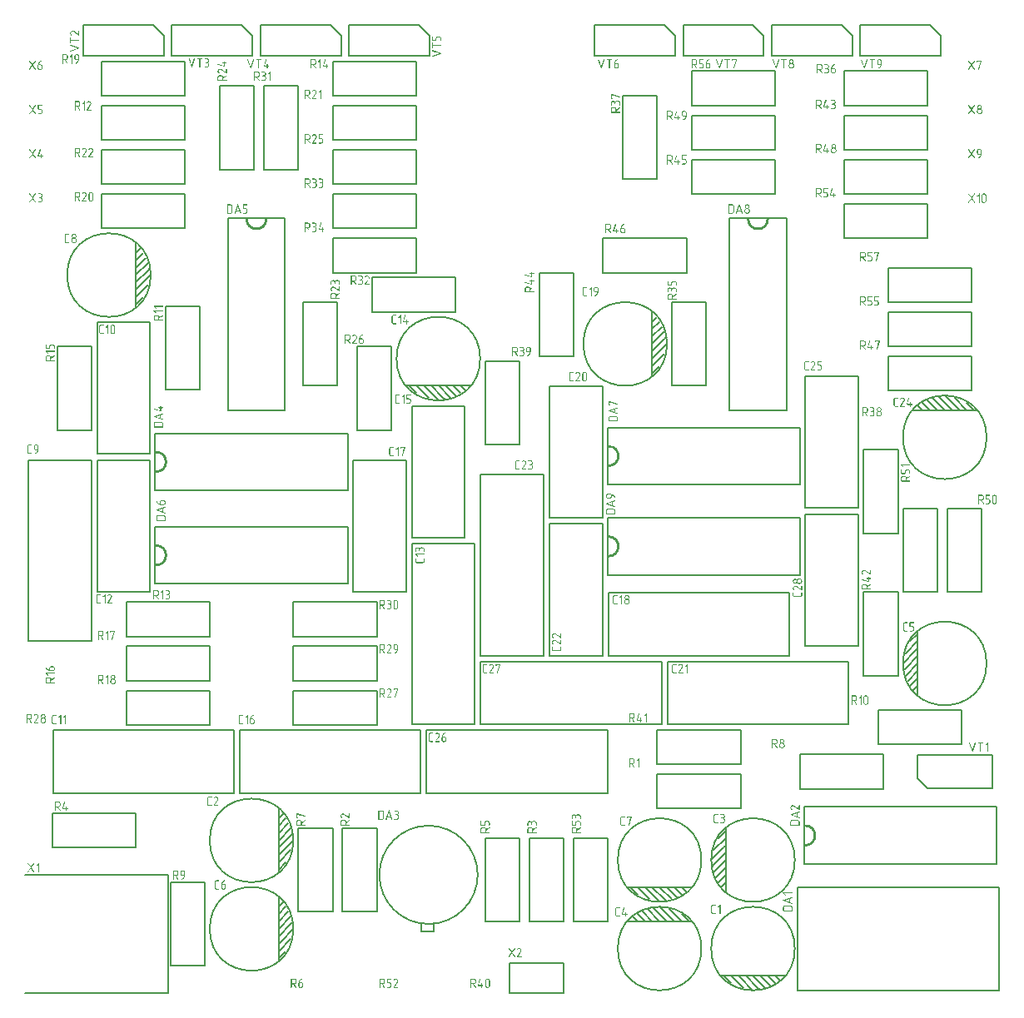
<source format=gto>
G04 Layer_Color=65535*
%FSLAX25Y25*%
%MOIN*%
G70*
G01*
G75*
%ADD27C,0.00787*%
%ADD28C,0.01000*%
G36*
X147691Y159252D02*
X147726Y159247D01*
X147771Y159242D01*
X147871Y159222D01*
X147981Y159187D01*
X148041Y159162D01*
X148096Y159137D01*
X148156Y159102D01*
X148211Y159062D01*
X148266Y159017D01*
X148316Y158967D01*
X148321Y158962D01*
X148326Y158957D01*
X148336Y158942D01*
X148356Y158922D01*
X148371Y158892D01*
X148391Y158862D01*
X148436Y158787D01*
X148481Y158692D01*
X148521Y158582D01*
X148546Y158457D01*
X148551Y158392D01*
X148556Y158322D01*
Y158312D01*
Y158282D01*
X148551Y158242D01*
X148541Y158187D01*
X148531Y158122D01*
X148516Y158052D01*
X148491Y157982D01*
X148461Y157907D01*
X148456Y157897D01*
X148446Y157877D01*
X148421Y157837D01*
X148391Y157792D01*
X148356Y157737D01*
X148306Y157682D01*
X148251Y157622D01*
X148186Y157562D01*
X148191Y157557D01*
X148211Y157542D01*
X148241Y157512D01*
X148276Y157477D01*
X148316Y157432D01*
X148361Y157377D01*
X148406Y157312D01*
X148446Y157242D01*
X148451Y157232D01*
X148461Y157207D01*
X148481Y157167D01*
X148501Y157117D01*
X148521Y157052D01*
X148536Y156982D01*
X148551Y156907D01*
X148556Y156822D01*
Y156447D01*
Y156442D01*
Y156432D01*
Y156412D01*
X148551Y156382D01*
X148546Y156347D01*
X148541Y156312D01*
X148521Y156222D01*
X148486Y156117D01*
X148436Y156007D01*
X148406Y155952D01*
X148371Y155892D01*
X148326Y155842D01*
X148276Y155787D01*
X148271Y155782D01*
X148266Y155777D01*
X148246Y155762D01*
X148226Y155742D01*
X148201Y155722D01*
X148171Y155702D01*
X148091Y155652D01*
X147996Y155597D01*
X147881Y155557D01*
X147756Y155522D01*
X147686Y155517D01*
X147616Y155512D01*
X146851D01*
X146836Y155517D01*
X146816D01*
X146771Y155532D01*
X146726Y155562D01*
Y155567D01*
X146721Y155572D01*
X146706Y155602D01*
X146686Y155642D01*
X146681Y155697D01*
Y155702D01*
Y155707D01*
X146686Y155737D01*
X146701Y155777D01*
X146726Y155822D01*
Y155827D01*
X146736Y155832D01*
X146761Y155857D01*
X146806Y155877D01*
X146831Y155882D01*
X146866Y155887D01*
X147626D01*
X147656Y155892D01*
X147701Y155897D01*
X147756Y155907D01*
X147816Y155927D01*
X147886Y155957D01*
X147951Y155992D01*
X148016Y156047D01*
X148021Y156057D01*
X148041Y156077D01*
X148066Y156112D01*
X148101Y156157D01*
X148131Y156217D01*
X148156Y156287D01*
X148176Y156362D01*
X148181Y156447D01*
Y156822D01*
Y156827D01*
Y156832D01*
Y156862D01*
X148171Y156902D01*
X148161Y156957D01*
X148141Y157022D01*
X148111Y157087D01*
X148071Y157152D01*
X148016Y157217D01*
X148011Y157222D01*
X147986Y157242D01*
X147951Y157272D01*
X147906Y157302D01*
X147846Y157332D01*
X147781Y157362D01*
X147701Y157382D01*
X147616Y157387D01*
X147226D01*
X147211Y157392D01*
X147191D01*
X147146Y157407D01*
X147101Y157437D01*
Y157442D01*
X147096Y157447D01*
X147081Y157477D01*
X147061Y157517D01*
X147056Y157572D01*
Y157577D01*
Y157582D01*
X147061Y157612D01*
X147076Y157652D01*
X147101Y157697D01*
Y157702D01*
X147111Y157707D01*
X147136Y157732D01*
X147181Y157752D01*
X147206Y157757D01*
X147241Y157762D01*
X147626D01*
X147656Y157767D01*
X147706Y157772D01*
X147761Y157782D01*
X147826Y157807D01*
X147896Y157837D01*
X147961Y157877D01*
X148026Y157937D01*
X148031Y157942D01*
X148046Y157967D01*
X148071Y158002D01*
X148096Y158047D01*
X148121Y158102D01*
X148146Y158172D01*
X148161Y158247D01*
X148166Y158332D01*
Y158337D01*
Y158342D01*
Y158372D01*
X148161Y158412D01*
X148151Y158462D01*
X148131Y158522D01*
X148111Y158587D01*
X148076Y158647D01*
X148031Y158707D01*
X148026Y158717D01*
X148006Y158737D01*
X147971Y158762D01*
X147921Y158797D01*
X147866Y158827D01*
X147791Y158857D01*
X147711Y158877D01*
X147616Y158882D01*
X146851D01*
X146836Y158887D01*
X146816D01*
X146771Y158902D01*
X146726Y158932D01*
Y158937D01*
X146721Y158942D01*
X146706Y158972D01*
X146686Y159012D01*
X146681Y159067D01*
Y159072D01*
Y159077D01*
X146686Y159107D01*
X146701Y159147D01*
X146726Y159192D01*
Y159197D01*
X146736Y159202D01*
X146761Y159227D01*
X146806Y159247D01*
X146836Y159252D01*
X146866Y159257D01*
X147656D01*
X147691Y159252D01*
D02*
G37*
G36*
X145251Y159257D02*
X145311Y159252D01*
X145386Y159237D01*
X145466Y159207D01*
X145556Y159167D01*
X145646Y159117D01*
X145691Y159082D01*
X145731Y159042D01*
X145736D01*
X145741Y159032D01*
X145766Y159002D01*
X145801Y158957D01*
X145841Y158892D01*
X145881Y158817D01*
X145916Y158727D01*
X145941Y158622D01*
X145951Y158567D01*
Y158512D01*
Y157762D01*
Y157757D01*
Y157747D01*
Y157732D01*
X145946Y157712D01*
X145941Y157652D01*
X145926Y157582D01*
X145896Y157497D01*
X145856Y157407D01*
X145806Y157317D01*
X145771Y157272D01*
X145731Y157232D01*
X145721Y157222D01*
X145691Y157197D01*
X145646Y157162D01*
X145581Y157122D01*
X145506Y157082D01*
X145411Y157047D01*
X145311Y157022D01*
X145256Y157017D01*
X145196Y157012D01*
X145161D01*
X145921Y155797D01*
X145931Y155757D01*
X145951Y155692D01*
Y155687D01*
Y155682D01*
X145946Y155652D01*
X145926Y155607D01*
X145911Y155587D01*
X145891Y155562D01*
X145886D01*
X145881Y155552D01*
X145851Y155537D01*
X145806Y155522D01*
X145751Y155512D01*
X145726D01*
X145701Y155517D01*
X145676Y155527D01*
X145671Y155532D01*
X145656Y155542D01*
X145631Y155562D01*
X145601Y155597D01*
X144721Y157012D01*
X144076D01*
Y155697D01*
Y155692D01*
Y155682D01*
X144071Y155667D01*
Y155647D01*
X144051Y155602D01*
X144041Y155577D01*
X144021Y155557D01*
X144011Y155552D01*
X143986Y155537D01*
X143941Y155517D01*
X143886Y155512D01*
X143876D01*
X143841Y155517D01*
X143801Y155532D01*
X143756Y155557D01*
X143746Y155567D01*
X143731Y155592D01*
X143711Y155637D01*
X143706Y155662D01*
X143701Y155697D01*
Y159072D01*
Y159082D01*
X143706Y159102D01*
X143711Y159132D01*
X143726Y159167D01*
X143746Y159202D01*
X143781Y159232D01*
X143826Y159252D01*
X143886Y159262D01*
X145231D01*
X145251Y159257D01*
D02*
G37*
G36*
X267077Y133696D02*
X267112Y133676D01*
X267132Y133661D01*
X267152Y133641D01*
X267162Y133631D01*
X267177Y133601D01*
X267192Y133551D01*
X267202Y133486D01*
Y130106D01*
Y130101D01*
Y130091D01*
X267197Y130076D01*
Y130056D01*
X267177Y130011D01*
X267167Y129986D01*
X267147Y129966D01*
X267137Y129961D01*
X267112Y129946D01*
X267067Y129926D01*
X267012Y129921D01*
X267002D01*
X266967Y129926D01*
X266927Y129941D01*
X266882Y129966D01*
X266872Y129976D01*
X266857Y130001D01*
X266837Y130046D01*
X266832Y130071D01*
X266827Y130106D01*
Y133031D01*
X266392Y132601D01*
X266382Y132591D01*
X266357Y132571D01*
X266317Y132551D01*
X266292Y132546D01*
X266267Y132541D01*
X266257D01*
X266222Y132551D01*
X266182Y132566D01*
X266157Y132581D01*
X266132Y132601D01*
Y132606D01*
X266122Y132611D01*
X266102Y132641D01*
X266082Y132681D01*
X266077Y132711D01*
X266072Y132736D01*
Y132741D01*
Y132746D01*
X266082Y132776D01*
X266097Y132816D01*
X266112Y132841D01*
X266132Y132861D01*
X266882Y133616D01*
X266887Y133621D01*
X266907Y133641D01*
X266927Y133656D01*
X266957Y133676D01*
X266962Y133681D01*
X266982Y133691D01*
X267012Y133696D01*
X267047Y133701D01*
X267057D01*
X267077Y133696D01*
D02*
G37*
G36*
X150431Y159257D02*
X150461D01*
X150491Y159252D01*
X150571Y159232D01*
X150661Y159202D01*
X150756Y159162D01*
X150856Y159102D01*
X150906Y159062D01*
X150951Y159022D01*
X150956Y159017D01*
X150961Y159012D01*
X150976Y158997D01*
X150991Y158977D01*
X151031Y158927D01*
X151076Y158857D01*
X151121Y158772D01*
X151161Y158672D01*
X151191Y158562D01*
X151196Y158502D01*
X151201Y158437D01*
Y156337D01*
Y156332D01*
Y156322D01*
Y156307D01*
X151196Y156282D01*
Y156252D01*
X151191Y156217D01*
X151171Y156137D01*
X151141Y156047D01*
X151101Y155952D01*
X151041Y155852D01*
X151001Y155802D01*
X150961Y155757D01*
X150956Y155752D01*
X150951Y155747D01*
X150936Y155737D01*
X150916Y155717D01*
X150866Y155682D01*
X150796Y155637D01*
X150711Y155592D01*
X150611Y155552D01*
X150501Y155522D01*
X150441Y155517D01*
X150376Y155512D01*
X150121D01*
X150096Y155517D01*
X150066D01*
X150031Y155527D01*
X149951Y155542D01*
X149861Y155572D01*
X149766Y155612D01*
X149666Y155672D01*
X149616Y155707D01*
X149571Y155747D01*
X149566Y155752D01*
X149561Y155757D01*
X149551Y155772D01*
X149531Y155792D01*
X149496Y155842D01*
X149451Y155912D01*
X149406Y155997D01*
X149366Y156097D01*
X149336Y156212D01*
X149331Y156272D01*
X149326Y156337D01*
Y158437D01*
Y158442D01*
Y158452D01*
Y158467D01*
X149331Y158492D01*
Y158522D01*
X149341Y158552D01*
X149356Y158632D01*
X149386Y158722D01*
X149426Y158817D01*
X149486Y158917D01*
X149526Y158967D01*
X149566Y159012D01*
X149571Y159017D01*
X149576Y159022D01*
X149591Y159037D01*
X149611Y159052D01*
X149661Y159092D01*
X149731Y159137D01*
X149816Y159182D01*
X149916Y159222D01*
X150026Y159252D01*
X150086Y159257D01*
X150151Y159262D01*
X150406D01*
X150431Y159257D01*
D02*
G37*
G36*
X216390Y140645D02*
X216430Y140629D01*
X216475Y140604D01*
X216485Y140594D01*
X216505Y140569D01*
X216525Y140524D01*
X216530Y140499D01*
X216535Y140464D01*
Y139524D01*
Y139520D01*
Y139509D01*
Y139495D01*
X216530Y139474D01*
X216525Y139415D01*
X216510Y139345D01*
X216480Y139265D01*
X216445Y139174D01*
X216390Y139084D01*
X216360Y139040D01*
X216320Y138999D01*
X216315D01*
X216310Y138989D01*
X216280Y138964D01*
X216235Y138929D01*
X216170Y138890D01*
X216095Y138849D01*
X216000Y138814D01*
X215900Y138789D01*
X215845Y138785D01*
X215785Y138779D01*
X213505D01*
X213485Y138785D01*
X213425Y138789D01*
X213350Y138804D01*
X213270Y138835D01*
X213180Y138870D01*
X213090Y138925D01*
X213045Y138954D01*
X213005Y138995D01*
X213000Y138999D01*
X212995Y139005D01*
X212970Y139034D01*
X212935Y139079D01*
X212895Y139145D01*
X212855Y139219D01*
X212820Y139310D01*
X212795Y139415D01*
X212785Y139470D01*
Y139524D01*
Y140464D01*
Y140470D01*
Y140480D01*
X212790Y140509D01*
X212810Y140550D01*
X212825Y140575D01*
X212845Y140594D01*
X212850Y140600D01*
X212855Y140604D01*
X212885Y140624D01*
X212925Y140639D01*
X212950Y140649D01*
X212985D01*
X213015Y140645D01*
X213055Y140629D01*
X213100Y140604D01*
X213110Y140594D01*
X213130Y140569D01*
X213150Y140524D01*
X213155Y140499D01*
X213160Y140464D01*
Y139524D01*
Y139520D01*
Y139499D01*
X213165Y139470D01*
X213175Y139435D01*
X213185Y139390D01*
X213205Y139349D01*
X213235Y139304D01*
X213270Y139260D01*
X213280Y139250D01*
X213305Y139230D01*
X213345Y139205D01*
X213395Y139180D01*
X213400D01*
X213405Y139174D01*
X213435Y139170D01*
X213480Y139160D01*
X213535Y139155D01*
X215810D01*
X215840Y139160D01*
X215880Y139170D01*
X215920Y139180D01*
X215965Y139199D01*
X216010Y139225D01*
X216055Y139260D01*
Y139265D01*
X216065Y139269D01*
X216085Y139295D01*
X216110Y139334D01*
X216135Y139380D01*
Y139384D01*
X216140Y139394D01*
X216145Y139409D01*
Y139429D01*
X216155Y139474D01*
X216160Y139524D01*
Y140464D01*
Y140470D01*
Y140480D01*
X216165Y140509D01*
X216185Y140550D01*
X216200Y140575D01*
X216220Y140594D01*
X216225Y140600D01*
X216230Y140604D01*
X216260Y140624D01*
X216300Y140639D01*
X216325Y140649D01*
X216360D01*
X216390Y140645D01*
D02*
G37*
G36*
X147581Y141540D02*
X147616Y141535D01*
X147661Y141530D01*
X147711Y141520D01*
X147766Y141510D01*
X147881Y141475D01*
X147941Y141450D01*
X148006Y141420D01*
X148071Y141385D01*
X148131Y141350D01*
X148191Y141300D01*
X148251Y141250D01*
X148256Y141245D01*
X148266Y141235D01*
X148281Y141220D01*
X148301Y141200D01*
X148321Y141170D01*
X148346Y141135D01*
X148376Y141100D01*
X148406Y141055D01*
X148461Y140955D01*
X148511Y140835D01*
X148526Y140770D01*
X148541Y140705D01*
X148551Y140635D01*
X148556Y140560D01*
Y140550D01*
Y140520D01*
X148551Y140475D01*
X148541Y140415D01*
X148526Y140345D01*
X148501Y140270D01*
X148471Y140185D01*
X148431Y140100D01*
X147221Y138170D01*
X148401D01*
X148431Y138165D01*
X148471Y138145D01*
X148496Y138130D01*
X148516Y138110D01*
X148521Y138105D01*
X148526Y138100D01*
X148546Y138070D01*
X148561Y138030D01*
X148571Y138005D01*
Y137980D01*
Y137975D01*
Y137970D01*
X148566Y137940D01*
X148551Y137900D01*
X148526Y137855D01*
X148516Y137845D01*
X148491Y137825D01*
X148446Y137805D01*
X148421Y137800D01*
X148386Y137795D01*
X146876D01*
X146856Y137800D01*
X146821Y137805D01*
X146786Y137815D01*
X146746Y137830D01*
X146711Y137860D01*
X146691Y137895D01*
X146681Y137945D01*
Y137950D01*
Y137955D01*
X146686Y137985D01*
X146701Y138025D01*
X146726Y138080D01*
X148111Y140290D01*
X148116Y140295D01*
X148121Y140315D01*
X148131Y140345D01*
X148146Y140380D01*
X148161Y140420D01*
X148171Y140470D01*
X148176Y140520D01*
X148181Y140570D01*
Y140575D01*
Y140580D01*
X148176Y140610D01*
X148171Y140655D01*
X148156Y140715D01*
X148136Y140780D01*
X148101Y140850D01*
X148056Y140920D01*
X147991Y140990D01*
X147986Y140995D01*
X147976Y141005D01*
X147956Y141020D01*
X147931Y141035D01*
X147901Y141055D01*
X147866Y141080D01*
X147781Y141120D01*
X147776D01*
X147761Y141130D01*
X147736Y141135D01*
X147706Y141145D01*
X147671Y141155D01*
X147626Y141160D01*
X147531Y141170D01*
X147506D01*
X147481Y141165D01*
X147446Y141160D01*
X147406Y141150D01*
X147356Y141140D01*
X147311Y141120D01*
X147261Y141095D01*
X147256Y141090D01*
X147241Y141080D01*
X147216Y141060D01*
X147186Y141035D01*
X147151Y141005D01*
X147116Y140970D01*
X147076Y140925D01*
X147041Y140880D01*
X147036Y140875D01*
X147026Y140860D01*
X147001Y140835D01*
X146971Y140810D01*
X146886Y140795D01*
X146876D01*
X146846Y140800D01*
X146801Y140815D01*
X146756Y140845D01*
X146746Y140855D01*
X146726Y140880D01*
X146706Y140920D01*
X146701Y140945D01*
X146696Y140975D01*
Y140980D01*
X146701Y141000D01*
X146711Y141035D01*
X146726Y141080D01*
X146731Y141090D01*
X146751Y141115D01*
X146781Y141150D01*
X146821Y141200D01*
X146871Y141250D01*
X146931Y141305D01*
X146996Y141360D01*
X147076Y141410D01*
X147081Y141415D01*
X147096Y141420D01*
X147116Y141435D01*
X147141Y141445D01*
X147176Y141465D01*
X147211Y141480D01*
X147291Y141510D01*
X147296D01*
X147311Y141515D01*
X147331Y141520D01*
X147361Y141530D01*
X147426Y141540D01*
X147506Y141545D01*
X147551D01*
X147581Y141540D01*
D02*
G37*
G36*
X145251D02*
X145311Y141535D01*
X145386Y141520D01*
X145466Y141490D01*
X145556Y141450D01*
X145646Y141400D01*
X145691Y141365D01*
X145731Y141325D01*
X145736D01*
X145741Y141315D01*
X145766Y141285D01*
X145801Y141240D01*
X145841Y141175D01*
X145881Y141100D01*
X145916Y141010D01*
X145941Y140905D01*
X145951Y140850D01*
Y140795D01*
Y140045D01*
Y140040D01*
Y140030D01*
Y140015D01*
X145946Y139995D01*
X145941Y139935D01*
X145926Y139865D01*
X145896Y139780D01*
X145856Y139690D01*
X145806Y139600D01*
X145771Y139555D01*
X145731Y139515D01*
X145721Y139505D01*
X145691Y139480D01*
X145646Y139445D01*
X145581Y139405D01*
X145506Y139365D01*
X145411Y139330D01*
X145311Y139305D01*
X145256Y139300D01*
X145196Y139295D01*
X145161D01*
X145921Y138080D01*
X145931Y138040D01*
X145951Y137975D01*
Y137970D01*
Y137965D01*
X145946Y137935D01*
X145926Y137890D01*
X145911Y137870D01*
X145891Y137845D01*
X145886D01*
X145881Y137835D01*
X145851Y137820D01*
X145806Y137805D01*
X145751Y137795D01*
X145726D01*
X145701Y137800D01*
X145676Y137810D01*
X145671Y137815D01*
X145656Y137825D01*
X145631Y137845D01*
X145601Y137880D01*
X144721Y139295D01*
X144076D01*
Y137980D01*
Y137975D01*
Y137965D01*
X144071Y137950D01*
Y137930D01*
X144051Y137885D01*
X144041Y137860D01*
X144021Y137840D01*
X144011Y137835D01*
X143986Y137820D01*
X143941Y137800D01*
X143886Y137795D01*
X143876D01*
X143841Y137800D01*
X143801Y137815D01*
X143756Y137840D01*
X143746Y137850D01*
X143731Y137875D01*
X143711Y137920D01*
X143706Y137945D01*
X143701Y137980D01*
Y141355D01*
Y141365D01*
X143706Y141385D01*
X143711Y141415D01*
X143726Y141450D01*
X143746Y141485D01*
X143781Y141515D01*
X143826Y141535D01*
X143886Y141545D01*
X145231D01*
X145251Y141540D01*
D02*
G37*
G36*
X216390Y143270D02*
X216430Y143254D01*
X216475Y143229D01*
X216485Y143219D01*
X216505Y143194D01*
X216525Y143149D01*
X216530Y143124D01*
X216535Y143089D01*
Y141589D01*
Y141579D01*
X216530Y141560D01*
X216525Y141525D01*
X216515Y141490D01*
X216500Y141449D01*
X216470Y141414D01*
X216435Y141394D01*
X216385Y141384D01*
X216375D01*
X216345Y141390D01*
X216305Y141404D01*
X216250Y141429D01*
X214040Y142815D01*
X214035Y142819D01*
X214015Y142824D01*
X213985Y142834D01*
X213950Y142850D01*
X213910Y142865D01*
X213860Y142875D01*
X213810Y142879D01*
X213760Y142885D01*
X213750D01*
X213720Y142879D01*
X213675Y142875D01*
X213615Y142859D01*
X213550Y142840D01*
X213480Y142805D01*
X213410Y142760D01*
X213340Y142694D01*
X213335Y142690D01*
X213325Y142680D01*
X213310Y142659D01*
X213295Y142634D01*
X213275Y142604D01*
X213250Y142569D01*
X213210Y142484D01*
Y142480D01*
X213200Y142464D01*
X213195Y142439D01*
X213185Y142410D01*
X213175Y142375D01*
X213170Y142330D01*
X213160Y142235D01*
Y142229D01*
Y142209D01*
X213165Y142184D01*
X213170Y142149D01*
X213180Y142110D01*
X213190Y142060D01*
X213210Y142015D01*
X213235Y141964D01*
X213240Y141960D01*
X213250Y141945D01*
X213270Y141920D01*
X213295Y141890D01*
X213325Y141855D01*
X213360Y141820D01*
X213405Y141779D01*
X213450Y141744D01*
X213455Y141739D01*
X213470Y141729D01*
X213495Y141704D01*
X213520Y141674D01*
X213535Y141589D01*
Y141585D01*
Y141579D01*
X213530Y141550D01*
X213515Y141505D01*
X213485Y141460D01*
X213475Y141449D01*
X213450Y141429D01*
X213410Y141410D01*
X213385Y141404D01*
X213355Y141400D01*
X213350D01*
X213330Y141404D01*
X213295Y141414D01*
X213250Y141429D01*
X213240Y141435D01*
X213215Y141455D01*
X213180Y141484D01*
X213130Y141525D01*
X213080Y141575D01*
X213025Y141635D01*
X212970Y141700D01*
X212920Y141779D01*
X212915Y141785D01*
X212910Y141799D01*
X212895Y141820D01*
X212885Y141844D01*
X212865Y141879D01*
X212850Y141914D01*
X212820Y141995D01*
Y141999D01*
X212815Y142015D01*
X212810Y142034D01*
X212800Y142064D01*
X212790Y142130D01*
X212785Y142209D01*
Y142215D01*
Y142229D01*
Y142254D01*
X212790Y142285D01*
X212795Y142320D01*
X212800Y142365D01*
X212810Y142414D01*
X212820Y142470D01*
X212855Y142585D01*
X212880Y142645D01*
X212910Y142710D01*
X212945Y142774D01*
X212980Y142834D01*
X213030Y142894D01*
X213080Y142955D01*
X213085Y142959D01*
X213095Y142970D01*
X213110Y142984D01*
X213130Y143005D01*
X213160Y143025D01*
X213195Y143050D01*
X213230Y143079D01*
X213275Y143110D01*
X213375Y143165D01*
X213495Y143214D01*
X213560Y143229D01*
X213625Y143245D01*
X213695Y143254D01*
X213770Y143260D01*
X213810D01*
X213855Y143254D01*
X213915Y143245D01*
X213985Y143229D01*
X214060Y143204D01*
X214145Y143175D01*
X214230Y143134D01*
X216160Y141925D01*
Y143089D01*
Y143095D01*
Y143105D01*
X216165Y143134D01*
X216185Y143175D01*
X216200Y143200D01*
X216220Y143219D01*
X216225Y143225D01*
X216230Y143229D01*
X216260Y143249D01*
X216300Y143264D01*
X216325Y143274D01*
X216360D01*
X216390Y143270D01*
D02*
G37*
G36*
X150501Y141540D02*
X150561Y141535D01*
X150636Y141520D01*
X150716Y141490D01*
X150806Y141450D01*
X150896Y141400D01*
X150941Y141365D01*
X150981Y141325D01*
X150986D01*
X150991Y141315D01*
X151016Y141285D01*
X151051Y141240D01*
X151091Y141175D01*
X151131Y141100D01*
X151166Y141010D01*
X151191Y140905D01*
X151201Y140850D01*
Y140795D01*
Y139860D01*
Y139855D01*
Y139835D01*
Y139805D01*
X151196Y139770D01*
Y139720D01*
X151191Y139665D01*
X151186Y139600D01*
X151176Y139530D01*
X151166Y139455D01*
X151151Y139375D01*
X151116Y139200D01*
X151066Y139025D01*
X150996Y138845D01*
Y138840D01*
X150991Y138830D01*
X150981Y138810D01*
X150971Y138785D01*
X150951Y138755D01*
X150936Y138720D01*
X150886Y138635D01*
X150831Y138540D01*
X150756Y138435D01*
X150676Y138330D01*
X150581Y138225D01*
X150576Y138220D01*
X150571Y138215D01*
X150556Y138200D01*
X150536Y138180D01*
X150511Y138160D01*
X150476Y138130D01*
X150406Y138070D01*
X150311Y138005D01*
X150206Y137935D01*
X150086Y137870D01*
X149956Y137810D01*
X149876Y137795D01*
X149866D01*
X149841Y137805D01*
X149801Y137820D01*
X149781Y137835D01*
X149756Y137855D01*
Y137860D01*
X149746Y137865D01*
X149731Y137895D01*
X149711Y137935D01*
X149706Y137965D01*
X149701Y137990D01*
Y138000D01*
X149706Y138020D01*
X149711Y138045D01*
X149721Y138075D01*
X149726Y138085D01*
X149741Y138100D01*
X149771Y138125D01*
X149816Y138150D01*
X149821Y138155D01*
X149841Y138160D01*
X149866Y138175D01*
X149901Y138190D01*
X149941Y138210D01*
X149986Y138235D01*
X150076Y138290D01*
X150081Y138295D01*
X150096Y138305D01*
X150121Y138320D01*
X150151Y138345D01*
X150191Y138375D01*
X150231Y138405D01*
X150316Y138485D01*
Y138490D01*
X150326Y138495D01*
X150351Y138525D01*
X150386Y138570D01*
X150436Y138630D01*
X150486Y138705D01*
X150546Y138790D01*
X150601Y138890D01*
X150651Y138995D01*
X150701Y139135D01*
X150751Y139295D01*
X150041D01*
X150021Y139300D01*
X149966Y139305D01*
X149891Y139320D01*
X149811Y139350D01*
X149721Y139385D01*
X149631Y139440D01*
X149591Y139470D01*
X149546Y139510D01*
Y139515D01*
X149536Y139520D01*
X149511Y139550D01*
X149476Y139595D01*
X149436Y139660D01*
X149396Y139735D01*
X149361Y139825D01*
X149336Y139930D01*
X149331Y139985D01*
X149326Y140045D01*
Y140795D01*
Y140800D01*
Y140810D01*
Y140825D01*
X149331Y140845D01*
X149336Y140905D01*
X149351Y140980D01*
X149381Y141060D01*
X149416Y141150D01*
X149471Y141240D01*
X149501Y141285D01*
X149541Y141325D01*
X149546Y141330D01*
X149551Y141335D01*
X149581Y141360D01*
X149626Y141395D01*
X149691Y141435D01*
X149766Y141475D01*
X149861Y141510D01*
X149961Y141535D01*
X150016Y141545D01*
X150481D01*
X150501Y141540D01*
D02*
G37*
G36*
X264332Y133666D02*
X264367Y133661D01*
X264412Y133656D01*
X264462Y133646D01*
X264517Y133636D01*
X264632Y133601D01*
X264692Y133576D01*
X264757Y133546D01*
X264822Y133511D01*
X264882Y133476D01*
X264942Y133426D01*
X265002Y133376D01*
X265007Y133371D01*
X265017Y133361D01*
X265032Y133346D01*
X265052Y133326D01*
X265072Y133296D01*
X265097Y133261D01*
X265127Y133226D01*
X265157Y133181D01*
X265212Y133081D01*
X265262Y132961D01*
X265277Y132896D01*
X265292Y132831D01*
X265302Y132761D01*
X265307Y132686D01*
Y132676D01*
Y132646D01*
X265302Y132601D01*
X265292Y132541D01*
X265277Y132471D01*
X265252Y132396D01*
X265222Y132311D01*
X265182Y132226D01*
X263972Y130296D01*
X265152D01*
X265182Y130291D01*
X265222Y130271D01*
X265247Y130256D01*
X265267Y130236D01*
X265272Y130231D01*
X265277Y130226D01*
X265297Y130196D01*
X265312Y130156D01*
X265322Y130131D01*
Y130106D01*
Y130101D01*
Y130096D01*
X265317Y130066D01*
X265302Y130026D01*
X265277Y129981D01*
X265267Y129971D01*
X265242Y129951D01*
X265197Y129931D01*
X265172Y129926D01*
X265137Y129921D01*
X263627D01*
X263607Y129926D01*
X263572Y129931D01*
X263537Y129941D01*
X263497Y129956D01*
X263462Y129986D01*
X263442Y130021D01*
X263432Y130071D01*
Y130076D01*
Y130081D01*
X263437Y130111D01*
X263452Y130151D01*
X263477Y130206D01*
X264862Y132416D01*
X264867Y132421D01*
X264872Y132441D01*
X264882Y132471D01*
X264897Y132506D01*
X264912Y132546D01*
X264922Y132596D01*
X264927Y132646D01*
X264932Y132696D01*
Y132701D01*
Y132706D01*
X264927Y132736D01*
X264922Y132781D01*
X264907Y132841D01*
X264887Y132906D01*
X264852Y132976D01*
X264807Y133046D01*
X264742Y133116D01*
X264737Y133121D01*
X264727Y133131D01*
X264707Y133146D01*
X264682Y133161D01*
X264652Y133181D01*
X264617Y133206D01*
X264532Y133246D01*
X264527D01*
X264512Y133256D01*
X264487Y133261D01*
X264457Y133271D01*
X264422Y133281D01*
X264377Y133286D01*
X264282Y133296D01*
X264257D01*
X264232Y133291D01*
X264197Y133286D01*
X264157Y133276D01*
X264107Y133266D01*
X264062Y133246D01*
X264012Y133221D01*
X264007Y133216D01*
X263992Y133206D01*
X263967Y133186D01*
X263937Y133161D01*
X263902Y133131D01*
X263867Y133096D01*
X263827Y133051D01*
X263792Y133006D01*
X263787Y133001D01*
X263777Y132986D01*
X263752Y132961D01*
X263722Y132936D01*
X263637Y132921D01*
X263627D01*
X263597Y132926D01*
X263552Y132941D01*
X263507Y132971D01*
X263497Y132981D01*
X263477Y133006D01*
X263457Y133046D01*
X263452Y133071D01*
X263447Y133101D01*
Y133106D01*
X263452Y133126D01*
X263462Y133161D01*
X263477Y133206D01*
X263482Y133216D01*
X263502Y133241D01*
X263532Y133276D01*
X263572Y133326D01*
X263622Y133376D01*
X263682Y133431D01*
X263747Y133486D01*
X263827Y133536D01*
X263832Y133541D01*
X263847Y133546D01*
X263867Y133561D01*
X263892Y133571D01*
X263927Y133591D01*
X263962Y133606D01*
X264042Y133636D01*
X264047D01*
X264062Y133641D01*
X264082Y133646D01*
X264112Y133656D01*
X264177Y133666D01*
X264257Y133671D01*
X264302D01*
X264332Y133666D01*
D02*
G37*
G36*
X120432Y328035D02*
X120467Y328030D01*
X120512Y328025D01*
X120612Y328005D01*
X120722Y327970D01*
X120782Y327945D01*
X120837Y327920D01*
X120897Y327885D01*
X120952Y327845D01*
X121007Y327800D01*
X121057Y327750D01*
X121062Y327745D01*
X121067Y327740D01*
X121077Y327725D01*
X121097Y327705D01*
X121112Y327675D01*
X121132Y327645D01*
X121177Y327570D01*
X121222Y327475D01*
X121262Y327365D01*
X121287Y327240D01*
X121292Y327175D01*
X121297Y327105D01*
Y327095D01*
Y327065D01*
X121292Y327025D01*
X121282Y326970D01*
X121272Y326905D01*
X121257Y326835D01*
X121232Y326765D01*
X121202Y326690D01*
X121197Y326680D01*
X121187Y326660D01*
X121162Y326620D01*
X121132Y326575D01*
X121097Y326520D01*
X121047Y326465D01*
X120992Y326405D01*
X120927Y326345D01*
X120932Y326340D01*
X120952Y326325D01*
X120982Y326295D01*
X121017Y326260D01*
X121057Y326215D01*
X121102Y326160D01*
X121147Y326095D01*
X121187Y326025D01*
X121192Y326015D01*
X121202Y325990D01*
X121222Y325950D01*
X121242Y325900D01*
X121262Y325835D01*
X121277Y325765D01*
X121292Y325690D01*
X121297Y325605D01*
Y325230D01*
Y325225D01*
Y325215D01*
Y325195D01*
X121292Y325165D01*
X121287Y325130D01*
X121282Y325095D01*
X121262Y325005D01*
X121227Y324900D01*
X121177Y324790D01*
X121147Y324735D01*
X121112Y324675D01*
X121067Y324625D01*
X121017Y324570D01*
X121012Y324565D01*
X121007Y324560D01*
X120987Y324545D01*
X120967Y324525D01*
X120942Y324505D01*
X120912Y324485D01*
X120832Y324435D01*
X120737Y324380D01*
X120622Y324340D01*
X120497Y324305D01*
X120427Y324300D01*
X120357Y324295D01*
X119592D01*
X119577Y324300D01*
X119557D01*
X119512Y324315D01*
X119467Y324345D01*
Y324350D01*
X119462Y324355D01*
X119447Y324385D01*
X119427Y324425D01*
X119422Y324480D01*
Y324485D01*
Y324490D01*
X119427Y324520D01*
X119442Y324560D01*
X119467Y324605D01*
Y324610D01*
X119477Y324615D01*
X119502Y324640D01*
X119547Y324660D01*
X119572Y324665D01*
X119607Y324670D01*
X120367D01*
X120397Y324675D01*
X120442Y324680D01*
X120497Y324690D01*
X120557Y324710D01*
X120627Y324740D01*
X120692Y324775D01*
X120757Y324830D01*
X120762Y324840D01*
X120782Y324860D01*
X120807Y324895D01*
X120842Y324940D01*
X120872Y325000D01*
X120897Y325070D01*
X120917Y325145D01*
X120922Y325230D01*
Y325605D01*
Y325610D01*
Y325615D01*
Y325645D01*
X120912Y325685D01*
X120902Y325740D01*
X120882Y325805D01*
X120852Y325870D01*
X120812Y325935D01*
X120757Y326000D01*
X120752Y326005D01*
X120727Y326025D01*
X120692Y326055D01*
X120647Y326085D01*
X120587Y326115D01*
X120522Y326145D01*
X120442Y326165D01*
X120357Y326170D01*
X119967D01*
X119952Y326175D01*
X119932D01*
X119887Y326190D01*
X119842Y326220D01*
Y326225D01*
X119837Y326230D01*
X119822Y326260D01*
X119802Y326300D01*
X119797Y326355D01*
Y326360D01*
Y326365D01*
X119802Y326395D01*
X119817Y326435D01*
X119842Y326480D01*
Y326485D01*
X119852Y326490D01*
X119877Y326515D01*
X119922Y326535D01*
X119947Y326540D01*
X119982Y326545D01*
X120367D01*
X120397Y326550D01*
X120447Y326555D01*
X120502Y326565D01*
X120567Y326590D01*
X120637Y326620D01*
X120702Y326660D01*
X120767Y326720D01*
X120772Y326725D01*
X120787Y326750D01*
X120812Y326785D01*
X120837Y326830D01*
X120862Y326885D01*
X120887Y326955D01*
X120902Y327030D01*
X120907Y327115D01*
Y327120D01*
Y327125D01*
Y327155D01*
X120902Y327195D01*
X120892Y327245D01*
X120872Y327305D01*
X120852Y327370D01*
X120817Y327430D01*
X120772Y327490D01*
X120767Y327500D01*
X120747Y327520D01*
X120712Y327545D01*
X120662Y327580D01*
X120607Y327610D01*
X120532Y327640D01*
X120452Y327660D01*
X120357Y327665D01*
X119592D01*
X119577Y327670D01*
X119557D01*
X119512Y327685D01*
X119467Y327715D01*
Y327720D01*
X119462Y327725D01*
X119447Y327755D01*
X119427Y327795D01*
X119422Y327850D01*
Y327855D01*
Y327860D01*
X119427Y327890D01*
X119442Y327930D01*
X119467Y327975D01*
Y327980D01*
X119477Y327985D01*
X119502Y328010D01*
X119547Y328030D01*
X119577Y328035D01*
X119607Y328040D01*
X120397D01*
X120432Y328035D01*
D02*
G37*
G36*
X117807D02*
X117842Y328030D01*
X117887Y328025D01*
X117987Y328005D01*
X118097Y327970D01*
X118157Y327945D01*
X118212Y327920D01*
X118272Y327885D01*
X118327Y327845D01*
X118382Y327800D01*
X118432Y327750D01*
X118437Y327745D01*
X118442Y327740D01*
X118452Y327725D01*
X118472Y327705D01*
X118487Y327675D01*
X118507Y327645D01*
X118552Y327570D01*
X118597Y327475D01*
X118637Y327365D01*
X118662Y327240D01*
X118667Y327175D01*
X118672Y327105D01*
Y327095D01*
Y327065D01*
X118667Y327025D01*
X118657Y326970D01*
X118647Y326905D01*
X118632Y326835D01*
X118607Y326765D01*
X118577Y326690D01*
X118572Y326680D01*
X118562Y326660D01*
X118537Y326620D01*
X118507Y326575D01*
X118472Y326520D01*
X118422Y326465D01*
X118367Y326405D01*
X118302Y326345D01*
X118307Y326340D01*
X118327Y326325D01*
X118357Y326295D01*
X118392Y326260D01*
X118432Y326215D01*
X118477Y326160D01*
X118522Y326095D01*
X118562Y326025D01*
X118567Y326015D01*
X118577Y325990D01*
X118597Y325950D01*
X118617Y325900D01*
X118637Y325835D01*
X118652Y325765D01*
X118667Y325690D01*
X118672Y325605D01*
Y325230D01*
Y325225D01*
Y325215D01*
Y325195D01*
X118667Y325165D01*
X118662Y325130D01*
X118657Y325095D01*
X118637Y325005D01*
X118602Y324900D01*
X118552Y324790D01*
X118522Y324735D01*
X118487Y324675D01*
X118442Y324625D01*
X118392Y324570D01*
X118387Y324565D01*
X118382Y324560D01*
X118362Y324545D01*
X118342Y324525D01*
X118317Y324505D01*
X118287Y324485D01*
X118207Y324435D01*
X118112Y324380D01*
X117997Y324340D01*
X117872Y324305D01*
X117802Y324300D01*
X117732Y324295D01*
X116967D01*
X116952Y324300D01*
X116932D01*
X116887Y324315D01*
X116842Y324345D01*
Y324350D01*
X116837Y324355D01*
X116822Y324385D01*
X116802Y324425D01*
X116797Y324480D01*
Y324485D01*
Y324490D01*
X116802Y324520D01*
X116817Y324560D01*
X116842Y324605D01*
Y324610D01*
X116852Y324615D01*
X116877Y324640D01*
X116922Y324660D01*
X116947Y324665D01*
X116982Y324670D01*
X117742D01*
X117772Y324675D01*
X117817Y324680D01*
X117872Y324690D01*
X117932Y324710D01*
X118002Y324740D01*
X118067Y324775D01*
X118132Y324830D01*
X118137Y324840D01*
X118157Y324860D01*
X118182Y324895D01*
X118217Y324940D01*
X118247Y325000D01*
X118272Y325070D01*
X118292Y325145D01*
X118297Y325230D01*
Y325605D01*
Y325610D01*
Y325615D01*
Y325645D01*
X118287Y325685D01*
X118277Y325740D01*
X118257Y325805D01*
X118227Y325870D01*
X118187Y325935D01*
X118132Y326000D01*
X118127Y326005D01*
X118102Y326025D01*
X118067Y326055D01*
X118022Y326085D01*
X117962Y326115D01*
X117897Y326145D01*
X117817Y326165D01*
X117732Y326170D01*
X117342D01*
X117327Y326175D01*
X117307D01*
X117262Y326190D01*
X117217Y326220D01*
Y326225D01*
X117212Y326230D01*
X117197Y326260D01*
X117177Y326300D01*
X117172Y326355D01*
Y326360D01*
Y326365D01*
X117177Y326395D01*
X117192Y326435D01*
X117217Y326480D01*
Y326485D01*
X117227Y326490D01*
X117252Y326515D01*
X117297Y326535D01*
X117322Y326540D01*
X117357Y326545D01*
X117742D01*
X117772Y326550D01*
X117822Y326555D01*
X117877Y326565D01*
X117942Y326590D01*
X118012Y326620D01*
X118077Y326660D01*
X118142Y326720D01*
X118147Y326725D01*
X118162Y326750D01*
X118187Y326785D01*
X118212Y326830D01*
X118237Y326885D01*
X118262Y326955D01*
X118277Y327030D01*
X118282Y327115D01*
Y327120D01*
Y327125D01*
Y327155D01*
X118277Y327195D01*
X118267Y327245D01*
X118247Y327305D01*
X118227Y327370D01*
X118192Y327430D01*
X118147Y327490D01*
X118142Y327500D01*
X118122Y327520D01*
X118087Y327545D01*
X118037Y327580D01*
X117982Y327610D01*
X117907Y327640D01*
X117827Y327660D01*
X117732Y327665D01*
X116967D01*
X116952Y327670D01*
X116932D01*
X116887Y327685D01*
X116842Y327715D01*
Y327720D01*
X116837Y327725D01*
X116822Y327755D01*
X116802Y327795D01*
X116797Y327850D01*
Y327855D01*
Y327860D01*
X116802Y327890D01*
X116817Y327930D01*
X116842Y327975D01*
Y327980D01*
X116852Y327985D01*
X116877Y328010D01*
X116922Y328030D01*
X116952Y328035D01*
X116982Y328040D01*
X117772D01*
X117807Y328035D01*
D02*
G37*
G36*
X117733Y310365D02*
X117768Y310360D01*
X117813Y310355D01*
X117913Y310335D01*
X118023Y310300D01*
X118083Y310275D01*
X118138Y310250D01*
X118198Y310215D01*
X118253Y310175D01*
X118308Y310130D01*
X118358Y310080D01*
X118363Y310075D01*
X118368Y310070D01*
X118378Y310055D01*
X118398Y310035D01*
X118413Y310005D01*
X118433Y309975D01*
X118478Y309900D01*
X118523Y309805D01*
X118563Y309695D01*
X118588Y309570D01*
X118593Y309505D01*
X118598Y309435D01*
Y309425D01*
Y309395D01*
X118593Y309355D01*
X118583Y309300D01*
X118573Y309235D01*
X118558Y309165D01*
X118533Y309095D01*
X118503Y309020D01*
X118498Y309010D01*
X118488Y308990D01*
X118463Y308950D01*
X118433Y308905D01*
X118398Y308850D01*
X118348Y308795D01*
X118293Y308735D01*
X118228Y308675D01*
X118233Y308670D01*
X118253Y308655D01*
X118283Y308625D01*
X118318Y308590D01*
X118358Y308545D01*
X118403Y308490D01*
X118448Y308425D01*
X118488Y308355D01*
X118493Y308345D01*
X118503Y308320D01*
X118523Y308280D01*
X118543Y308230D01*
X118563Y308165D01*
X118578Y308095D01*
X118593Y308020D01*
X118598Y307935D01*
Y307560D01*
Y307555D01*
Y307545D01*
Y307525D01*
X118593Y307495D01*
X118588Y307460D01*
X118583Y307425D01*
X118563Y307335D01*
X118528Y307230D01*
X118478Y307120D01*
X118448Y307065D01*
X118413Y307005D01*
X118368Y306955D01*
X118318Y306900D01*
X118313Y306895D01*
X118308Y306890D01*
X118288Y306875D01*
X118268Y306855D01*
X118243Y306835D01*
X118213Y306815D01*
X118133Y306765D01*
X118038Y306710D01*
X117923Y306670D01*
X117798Y306635D01*
X117728Y306630D01*
X117658Y306625D01*
X116893D01*
X116878Y306630D01*
X116858D01*
X116813Y306645D01*
X116768Y306675D01*
Y306680D01*
X116763Y306685D01*
X116748Y306715D01*
X116728Y306755D01*
X116723Y306810D01*
Y306815D01*
Y306820D01*
X116728Y306850D01*
X116743Y306890D01*
X116768Y306935D01*
Y306940D01*
X116778Y306945D01*
X116803Y306970D01*
X116848Y306990D01*
X116873Y306995D01*
X116908Y307000D01*
X117668D01*
X117698Y307005D01*
X117743Y307010D01*
X117798Y307020D01*
X117858Y307040D01*
X117928Y307070D01*
X117993Y307105D01*
X118058Y307160D01*
X118063Y307170D01*
X118083Y307190D01*
X118108Y307225D01*
X118143Y307270D01*
X118173Y307330D01*
X118198Y307400D01*
X118218Y307475D01*
X118223Y307560D01*
Y307935D01*
Y307940D01*
Y307945D01*
Y307975D01*
X118213Y308015D01*
X118203Y308070D01*
X118183Y308135D01*
X118153Y308200D01*
X118113Y308265D01*
X118058Y308330D01*
X118053Y308335D01*
X118028Y308355D01*
X117993Y308385D01*
X117948Y308415D01*
X117888Y308445D01*
X117823Y308475D01*
X117743Y308495D01*
X117658Y308500D01*
X117268D01*
X117253Y308505D01*
X117233D01*
X117188Y308520D01*
X117143Y308550D01*
Y308555D01*
X117138Y308560D01*
X117123Y308590D01*
X117103Y308630D01*
X117098Y308685D01*
Y308690D01*
Y308695D01*
X117103Y308725D01*
X117118Y308765D01*
X117143Y308810D01*
Y308815D01*
X117153Y308820D01*
X117178Y308845D01*
X117223Y308865D01*
X117248Y308870D01*
X117283Y308875D01*
X117668D01*
X117698Y308880D01*
X117748Y308885D01*
X117803Y308895D01*
X117868Y308920D01*
X117938Y308950D01*
X118003Y308990D01*
X118068Y309050D01*
X118073Y309055D01*
X118088Y309080D01*
X118113Y309115D01*
X118138Y309160D01*
X118163Y309215D01*
X118188Y309285D01*
X118203Y309360D01*
X118208Y309445D01*
Y309450D01*
Y309455D01*
Y309485D01*
X118203Y309525D01*
X118193Y309575D01*
X118173Y309635D01*
X118153Y309700D01*
X118118Y309760D01*
X118073Y309820D01*
X118068Y309830D01*
X118048Y309850D01*
X118013Y309875D01*
X117963Y309910D01*
X117908Y309940D01*
X117833Y309970D01*
X117753Y309990D01*
X117658Y309995D01*
X116893D01*
X116878Y310000D01*
X116858D01*
X116813Y310015D01*
X116768Y310045D01*
Y310050D01*
X116763Y310055D01*
X116748Y310085D01*
X116728Y310125D01*
X116723Y310180D01*
Y310185D01*
Y310190D01*
X116728Y310220D01*
X116743Y310260D01*
X116768Y310305D01*
Y310310D01*
X116778Y310315D01*
X116803Y310340D01*
X116848Y310360D01*
X116878Y310365D01*
X116908Y310370D01*
X117698D01*
X117733Y310365D01*
D02*
G37*
G36*
X115293Y310370D02*
X115353Y310365D01*
X115428Y310350D01*
X115508Y310320D01*
X115598Y310280D01*
X115688Y310230D01*
X115733Y310195D01*
X115773Y310155D01*
X115778D01*
X115783Y310145D01*
X115808Y310115D01*
X115843Y310070D01*
X115883Y310005D01*
X115923Y309930D01*
X115958Y309840D01*
X115983Y309735D01*
X115993Y309680D01*
Y309625D01*
Y308875D01*
Y308870D01*
Y308860D01*
Y308845D01*
X115988Y308825D01*
X115983Y308765D01*
X115968Y308695D01*
X115938Y308610D01*
X115898Y308520D01*
X115848Y308430D01*
X115813Y308385D01*
X115773Y308345D01*
X115763Y308335D01*
X115733Y308310D01*
X115688Y308275D01*
X115623Y308235D01*
X115548Y308195D01*
X115453Y308160D01*
X115353Y308135D01*
X115298Y308130D01*
X115238Y308125D01*
X115203D01*
X115963Y306910D01*
X115973Y306870D01*
X115993Y306805D01*
Y306800D01*
Y306795D01*
X115988Y306765D01*
X115968Y306720D01*
X115953Y306700D01*
X115933Y306675D01*
X115928D01*
X115923Y306665D01*
X115893Y306650D01*
X115848Y306635D01*
X115793Y306625D01*
X115768D01*
X115743Y306630D01*
X115718Y306640D01*
X115713Y306645D01*
X115698Y306655D01*
X115673Y306675D01*
X115643Y306710D01*
X114763Y308125D01*
X114118D01*
Y306810D01*
Y306805D01*
Y306795D01*
X114113Y306780D01*
Y306760D01*
X114093Y306715D01*
X114083Y306690D01*
X114063Y306670D01*
X114053Y306665D01*
X114028Y306650D01*
X113983Y306630D01*
X113928Y306625D01*
X113918D01*
X113883Y306630D01*
X113843Y306645D01*
X113798Y306670D01*
X113788Y306680D01*
X113773Y306705D01*
X113753Y306750D01*
X113748Y306775D01*
X113743Y306810D01*
Y310185D01*
Y310195D01*
X113748Y310215D01*
X113753Y310245D01*
X113768Y310280D01*
X113788Y310315D01*
X113823Y310345D01*
X113868Y310365D01*
X113928Y310375D01*
X115273D01*
X115293Y310370D01*
D02*
G37*
G36*
X115367Y328040D02*
X115427Y328035D01*
X115502Y328020D01*
X115582Y327990D01*
X115672Y327950D01*
X115762Y327900D01*
X115807Y327865D01*
X115847Y327825D01*
X115852D01*
X115857Y327815D01*
X115882Y327785D01*
X115917Y327740D01*
X115957Y327675D01*
X115997Y327600D01*
X116032Y327510D01*
X116057Y327405D01*
X116067Y327350D01*
Y327295D01*
Y326545D01*
Y326540D01*
Y326530D01*
Y326515D01*
X116062Y326495D01*
X116057Y326435D01*
X116042Y326365D01*
X116012Y326280D01*
X115972Y326190D01*
X115922Y326100D01*
X115887Y326055D01*
X115847Y326015D01*
X115837Y326005D01*
X115807Y325980D01*
X115762Y325945D01*
X115697Y325905D01*
X115622Y325865D01*
X115527Y325830D01*
X115427Y325805D01*
X115372Y325800D01*
X115312Y325795D01*
X115277D01*
X116037Y324580D01*
X116047Y324540D01*
X116067Y324475D01*
Y324470D01*
Y324465D01*
X116062Y324435D01*
X116042Y324390D01*
X116027Y324370D01*
X116007Y324345D01*
X116002D01*
X115997Y324335D01*
X115967Y324320D01*
X115922Y324305D01*
X115867Y324295D01*
X115842D01*
X115817Y324300D01*
X115792Y324310D01*
X115787Y324315D01*
X115772Y324325D01*
X115747Y324345D01*
X115717Y324380D01*
X114837Y325795D01*
X114192D01*
Y324480D01*
Y324475D01*
Y324465D01*
X114187Y324450D01*
Y324430D01*
X114167Y324385D01*
X114157Y324360D01*
X114137Y324340D01*
X114127Y324335D01*
X114102Y324320D01*
X114057Y324300D01*
X114002Y324295D01*
X113992D01*
X113957Y324300D01*
X113917Y324315D01*
X113872Y324340D01*
X113862Y324350D01*
X113847Y324375D01*
X113827Y324420D01*
X113822Y324445D01*
X113817Y324480D01*
Y327855D01*
Y327865D01*
X113822Y327885D01*
X113827Y327915D01*
X113842Y327950D01*
X113862Y327985D01*
X113897Y328015D01*
X113942Y328035D01*
X114002Y328045D01*
X115347D01*
X115367Y328040D01*
D02*
G37*
G36*
X97494Y370866D02*
X97529Y370861D01*
X97574Y370856D01*
X97674Y370836D01*
X97784Y370801D01*
X97844Y370776D01*
X97899Y370751D01*
X97959Y370716D01*
X98014Y370676D01*
X98069Y370631D01*
X98119Y370581D01*
X98124Y370576D01*
X98129Y370571D01*
X98139Y370556D01*
X98159Y370536D01*
X98174Y370506D01*
X98194Y370476D01*
X98239Y370401D01*
X98284Y370306D01*
X98324Y370196D01*
X98349Y370071D01*
X98354Y370006D01*
X98359Y369936D01*
Y369926D01*
Y369896D01*
X98354Y369856D01*
X98344Y369801D01*
X98334Y369736D01*
X98319Y369666D01*
X98294Y369596D01*
X98264Y369521D01*
X98259Y369511D01*
X98249Y369491D01*
X98224Y369451D01*
X98194Y369406D01*
X98159Y369351D01*
X98109Y369296D01*
X98054Y369236D01*
X97989Y369176D01*
X97994Y369171D01*
X98014Y369156D01*
X98044Y369126D01*
X98079Y369091D01*
X98119Y369046D01*
X98164Y368991D01*
X98209Y368926D01*
X98249Y368856D01*
X98254Y368846D01*
X98264Y368821D01*
X98284Y368781D01*
X98304Y368731D01*
X98324Y368666D01*
X98339Y368596D01*
X98354Y368521D01*
X98359Y368436D01*
Y368061D01*
Y368056D01*
Y368046D01*
Y368026D01*
X98354Y367996D01*
X98349Y367961D01*
X98344Y367926D01*
X98324Y367836D01*
X98289Y367731D01*
X98239Y367621D01*
X98209Y367566D01*
X98174Y367506D01*
X98129Y367456D01*
X98079Y367401D01*
X98074Y367396D01*
X98069Y367391D01*
X98049Y367376D01*
X98029Y367356D01*
X98004Y367336D01*
X97974Y367316D01*
X97894Y367266D01*
X97799Y367211D01*
X97684Y367171D01*
X97559Y367136D01*
X97489Y367131D01*
X97419Y367126D01*
X96654D01*
X96639Y367131D01*
X96619D01*
X96574Y367146D01*
X96529Y367176D01*
Y367181D01*
X96524Y367186D01*
X96509Y367216D01*
X96489Y367256D01*
X96484Y367311D01*
Y367316D01*
Y367321D01*
X96489Y367351D01*
X96504Y367391D01*
X96529Y367436D01*
Y367441D01*
X96539Y367446D01*
X96564Y367471D01*
X96609Y367491D01*
X96634Y367496D01*
X96669Y367501D01*
X97429D01*
X97459Y367506D01*
X97504Y367511D01*
X97559Y367521D01*
X97619Y367541D01*
X97689Y367571D01*
X97754Y367606D01*
X97819Y367661D01*
X97824Y367671D01*
X97844Y367691D01*
X97869Y367726D01*
X97904Y367771D01*
X97934Y367831D01*
X97959Y367901D01*
X97979Y367976D01*
X97984Y368061D01*
Y368436D01*
Y368441D01*
Y368446D01*
Y368476D01*
X97974Y368516D01*
X97964Y368571D01*
X97944Y368636D01*
X97914Y368701D01*
X97874Y368766D01*
X97819Y368831D01*
X97814Y368836D01*
X97789Y368856D01*
X97754Y368886D01*
X97709Y368916D01*
X97649Y368946D01*
X97584Y368976D01*
X97504Y368996D01*
X97419Y369001D01*
X97029D01*
X97014Y369006D01*
X96994D01*
X96949Y369021D01*
X96904Y369051D01*
Y369056D01*
X96899Y369061D01*
X96884Y369091D01*
X96864Y369131D01*
X96859Y369186D01*
Y369191D01*
Y369196D01*
X96864Y369226D01*
X96879Y369266D01*
X96904Y369311D01*
Y369316D01*
X96914Y369321D01*
X96939Y369346D01*
X96984Y369366D01*
X97009Y369371D01*
X97044Y369376D01*
X97429D01*
X97459Y369381D01*
X97509Y369386D01*
X97564Y369396D01*
X97629Y369421D01*
X97699Y369451D01*
X97764Y369491D01*
X97829Y369551D01*
X97834Y369556D01*
X97849Y369581D01*
X97874Y369616D01*
X97899Y369661D01*
X97924Y369716D01*
X97949Y369786D01*
X97964Y369861D01*
X97969Y369946D01*
Y369951D01*
Y369956D01*
Y369986D01*
X97964Y370026D01*
X97954Y370076D01*
X97934Y370136D01*
X97914Y370201D01*
X97879Y370261D01*
X97834Y370321D01*
X97829Y370331D01*
X97809Y370351D01*
X97774Y370376D01*
X97724Y370411D01*
X97669Y370441D01*
X97594Y370471D01*
X97514Y370491D01*
X97419Y370496D01*
X96654D01*
X96639Y370501D01*
X96619D01*
X96574Y370516D01*
X96529Y370546D01*
Y370551D01*
X96524Y370556D01*
X96509Y370586D01*
X96489Y370626D01*
X96484Y370681D01*
Y370686D01*
Y370691D01*
X96489Y370721D01*
X96504Y370761D01*
X96529Y370806D01*
Y370811D01*
X96539Y370816D01*
X96564Y370841D01*
X96609Y370861D01*
X96639Y370866D01*
X96669Y370871D01*
X97459D01*
X97494Y370866D01*
D02*
G37*
G36*
X95054Y370871D02*
X95114Y370866D01*
X95189Y370851D01*
X95269Y370821D01*
X95359Y370781D01*
X95449Y370731D01*
X95494Y370696D01*
X95534Y370656D01*
X95539D01*
X95544Y370646D01*
X95569Y370616D01*
X95604Y370571D01*
X95644Y370506D01*
X95684Y370431D01*
X95719Y370341D01*
X95744Y370236D01*
X95754Y370181D01*
Y370126D01*
Y369376D01*
Y369371D01*
Y369361D01*
Y369346D01*
X95749Y369326D01*
X95744Y369266D01*
X95729Y369196D01*
X95699Y369111D01*
X95659Y369021D01*
X95609Y368931D01*
X95574Y368886D01*
X95534Y368846D01*
X95524Y368836D01*
X95494Y368811D01*
X95449Y368776D01*
X95384Y368736D01*
X95309Y368696D01*
X95214Y368661D01*
X95114Y368636D01*
X95059Y368631D01*
X94999Y368626D01*
X94964D01*
X95724Y367411D01*
X95734Y367371D01*
X95754Y367306D01*
Y367301D01*
Y367296D01*
X95749Y367266D01*
X95729Y367221D01*
X95714Y367201D01*
X95694Y367176D01*
X95689D01*
X95684Y367166D01*
X95654Y367151D01*
X95609Y367136D01*
X95554Y367126D01*
X95529D01*
X95504Y367131D01*
X95479Y367141D01*
X95474Y367146D01*
X95459Y367156D01*
X95434Y367176D01*
X95404Y367211D01*
X94524Y368626D01*
X93879D01*
Y367311D01*
Y367306D01*
Y367296D01*
X93874Y367281D01*
Y367261D01*
X93854Y367216D01*
X93844Y367191D01*
X93824Y367171D01*
X93814Y367166D01*
X93789Y367151D01*
X93744Y367131D01*
X93689Y367126D01*
X93679D01*
X93644Y367131D01*
X93604Y367146D01*
X93559Y367171D01*
X93549Y367181D01*
X93534Y367206D01*
X93514Y367251D01*
X93509Y367276D01*
X93504Y367311D01*
Y370686D01*
Y370696D01*
X93509Y370716D01*
X93514Y370746D01*
X93529Y370781D01*
X93549Y370816D01*
X93584Y370846D01*
X93629Y370866D01*
X93689Y370876D01*
X95034D01*
X95054Y370871D01*
D02*
G37*
G36*
X262557Y133666D02*
X262597Y133646D01*
X262622Y133631D01*
X262642Y133611D01*
X262647Y133606D01*
X262652Y133601D01*
X262672Y133571D01*
X262687Y133531D01*
X262697Y133506D01*
Y133481D01*
Y133476D01*
Y133471D01*
X262692Y133441D01*
X262677Y133401D01*
X262652Y133356D01*
X262642Y133346D01*
X262617Y133326D01*
X262572Y133306D01*
X262547Y133301D01*
X262512Y133296D01*
X261547D01*
X261517Y133291D01*
X261482Y133281D01*
X261437Y133271D01*
X261397Y133251D01*
X261352Y133221D01*
X261307Y133186D01*
X261297Y133176D01*
X261277Y133151D01*
X261252Y133111D01*
X261227Y133061D01*
Y133056D01*
X261222Y133051D01*
X261217Y133021D01*
X261207Y132976D01*
X261202Y132921D01*
Y130671D01*
Y130666D01*
Y130646D01*
X261207Y130616D01*
X261217Y130576D01*
X261227Y130536D01*
X261247Y130491D01*
X261272Y130446D01*
X261307Y130401D01*
X261312D01*
X261317Y130391D01*
X261342Y130371D01*
X261382Y130346D01*
X261427Y130321D01*
X261432D01*
X261442Y130316D01*
X261457Y130311D01*
X261477D01*
X261522Y130301D01*
X261572Y130296D01*
X262527D01*
X262557Y130291D01*
X262597Y130271D01*
X262622Y130256D01*
X262642Y130236D01*
X262647Y130231D01*
X262652Y130226D01*
X262672Y130196D01*
X262687Y130156D01*
X262697Y130131D01*
Y130106D01*
Y130101D01*
Y130096D01*
X262692Y130066D01*
X262677Y130026D01*
X262652Y129981D01*
X262642Y129971D01*
X262617Y129951D01*
X262572Y129931D01*
X262547Y129926D01*
X262512Y129921D01*
X261542D01*
X261522Y129926D01*
X261462Y129931D01*
X261392Y129946D01*
X261312Y129976D01*
X261222Y130011D01*
X261132Y130066D01*
X261087Y130096D01*
X261047Y130136D01*
Y130141D01*
X261037Y130146D01*
X261012Y130176D01*
X260977Y130221D01*
X260937Y130286D01*
X260897Y130361D01*
X260862Y130456D01*
X260837Y130556D01*
X260832Y130611D01*
X260827Y130671D01*
Y132921D01*
Y132926D01*
Y132936D01*
Y132951D01*
X260832Y132971D01*
X260837Y133031D01*
X260852Y133106D01*
X260882Y133186D01*
X260917Y133276D01*
X260972Y133366D01*
X261002Y133411D01*
X261042Y133451D01*
X261047Y133456D01*
X261052Y133461D01*
X261082Y133486D01*
X261127Y133521D01*
X261192Y133561D01*
X261267Y133601D01*
X261357Y133636D01*
X261462Y133661D01*
X261517Y133671D01*
X262527D01*
X262557Y133666D01*
D02*
G37*
G36*
X100129Y370901D02*
X100164Y370881D01*
X100184Y370866D01*
X100204Y370846D01*
X100214Y370836D01*
X100229Y370806D01*
X100244Y370756D01*
X100254Y370691D01*
Y367311D01*
Y367306D01*
Y367296D01*
X100249Y367281D01*
Y367261D01*
X100229Y367216D01*
X100219Y367191D01*
X100199Y367171D01*
X100189Y367166D01*
X100164Y367151D01*
X100119Y367131D01*
X100064Y367126D01*
X100054D01*
X100019Y367131D01*
X99979Y367146D01*
X99934Y367171D01*
X99924Y367181D01*
X99909Y367206D01*
X99889Y367251D01*
X99884Y367276D01*
X99879Y367311D01*
Y370236D01*
X99444Y369806D01*
X99434Y369796D01*
X99409Y369776D01*
X99369Y369756D01*
X99344Y369751D01*
X99319Y369746D01*
X99309D01*
X99274Y369756D01*
X99234Y369771D01*
X99209Y369786D01*
X99184Y369806D01*
Y369811D01*
X99174Y369816D01*
X99154Y369846D01*
X99134Y369886D01*
X99129Y369916D01*
X99124Y369941D01*
Y369946D01*
Y369951D01*
X99134Y369981D01*
X99149Y370021D01*
X99164Y370046D01*
X99184Y370066D01*
X99934Y370821D01*
X99939Y370826D01*
X99959Y370846D01*
X99979Y370861D01*
X100009Y370881D01*
X100014Y370886D01*
X100034Y370896D01*
X100064Y370901D01*
X100099Y370906D01*
X100109D01*
X100129Y370901D01*
D02*
G37*
G36*
X216390Y145895D02*
X216430Y145879D01*
X216475Y145854D01*
X216485Y145844D01*
X216505Y145819D01*
X216525Y145774D01*
X216530Y145749D01*
X216535Y145714D01*
Y144214D01*
Y144204D01*
X216530Y144185D01*
X216525Y144149D01*
X216515Y144114D01*
X216500Y144074D01*
X216470Y144039D01*
X216435Y144019D01*
X216385Y144009D01*
X216375D01*
X216345Y144015D01*
X216305Y144029D01*
X216250Y144054D01*
X214040Y145440D01*
X214035Y145445D01*
X214015Y145449D01*
X213985Y145459D01*
X213950Y145475D01*
X213910Y145490D01*
X213860Y145500D01*
X213810Y145504D01*
X213760Y145510D01*
X213750D01*
X213720Y145504D01*
X213675Y145500D01*
X213615Y145484D01*
X213550Y145465D01*
X213480Y145430D01*
X213410Y145385D01*
X213340Y145319D01*
X213335Y145315D01*
X213325Y145305D01*
X213310Y145284D01*
X213295Y145259D01*
X213275Y145229D01*
X213250Y145194D01*
X213210Y145109D01*
Y145105D01*
X213200Y145089D01*
X213195Y145064D01*
X213185Y145035D01*
X213175Y145000D01*
X213170Y144955D01*
X213160Y144860D01*
Y144854D01*
Y144834D01*
X213165Y144809D01*
X213170Y144774D01*
X213180Y144735D01*
X213190Y144685D01*
X213210Y144640D01*
X213235Y144589D01*
X213240Y144585D01*
X213250Y144570D01*
X213270Y144544D01*
X213295Y144515D01*
X213325Y144480D01*
X213360Y144445D01*
X213405Y144404D01*
X213450Y144369D01*
X213455Y144365D01*
X213470Y144354D01*
X213495Y144330D01*
X213520Y144299D01*
X213535Y144214D01*
Y144210D01*
Y144204D01*
X213530Y144175D01*
X213515Y144130D01*
X213485Y144085D01*
X213475Y144074D01*
X213450Y144054D01*
X213410Y144035D01*
X213385Y144029D01*
X213355Y144025D01*
X213350D01*
X213330Y144029D01*
X213295Y144039D01*
X213250Y144054D01*
X213240Y144060D01*
X213215Y144079D01*
X213180Y144109D01*
X213130Y144149D01*
X213080Y144200D01*
X213025Y144260D01*
X212970Y144325D01*
X212920Y144404D01*
X212915Y144410D01*
X212910Y144424D01*
X212895Y144445D01*
X212885Y144469D01*
X212865Y144504D01*
X212850Y144539D01*
X212820Y144620D01*
Y144624D01*
X212815Y144640D01*
X212810Y144659D01*
X212800Y144690D01*
X212790Y144755D01*
X212785Y144834D01*
Y144840D01*
Y144854D01*
Y144879D01*
X212790Y144910D01*
X212795Y144945D01*
X212800Y144990D01*
X212810Y145039D01*
X212820Y145095D01*
X212855Y145210D01*
X212880Y145270D01*
X212910Y145334D01*
X212945Y145399D01*
X212980Y145459D01*
X213030Y145519D01*
X213080Y145580D01*
X213085Y145584D01*
X213095Y145595D01*
X213110Y145609D01*
X213130Y145630D01*
X213160Y145650D01*
X213195Y145675D01*
X213230Y145704D01*
X213275Y145735D01*
X213375Y145790D01*
X213495Y145840D01*
X213560Y145854D01*
X213625Y145870D01*
X213695Y145879D01*
X213770Y145885D01*
X213810D01*
X213855Y145879D01*
X213915Y145870D01*
X213985Y145854D01*
X214060Y145829D01*
X214145Y145800D01*
X214230Y145759D01*
X216160Y144550D01*
Y145714D01*
Y145720D01*
Y145729D01*
X216165Y145759D01*
X216185Y145800D01*
X216200Y145825D01*
X216220Y145844D01*
X216225Y145850D01*
X216230Y145854D01*
X216260Y145875D01*
X216300Y145889D01*
X216325Y145899D01*
X216360D01*
X216390Y145895D01*
D02*
G37*
G36*
X133801Y265556D02*
X133836Y265551D01*
X133881Y265546D01*
X133931Y265536D01*
X133986Y265526D01*
X134101Y265491D01*
X134161Y265466D01*
X134226Y265436D01*
X134291Y265401D01*
X134351Y265366D01*
X134411Y265316D01*
X134471Y265266D01*
X134476Y265261D01*
X134486Y265251D01*
X134501Y265236D01*
X134521Y265216D01*
X134541Y265186D01*
X134566Y265151D01*
X134596Y265116D01*
X134626Y265071D01*
X134681Y264971D01*
X134731Y264851D01*
X134746Y264786D01*
X134761Y264721D01*
X134771Y264651D01*
X134776Y264576D01*
Y264566D01*
Y264536D01*
X134771Y264491D01*
X134761Y264431D01*
X134746Y264361D01*
X134721Y264286D01*
X134691Y264201D01*
X134651Y264116D01*
X133441Y262186D01*
X134621D01*
X134651Y262181D01*
X134691Y262161D01*
X134716Y262146D01*
X134736Y262126D01*
X134741Y262121D01*
X134746Y262116D01*
X134766Y262086D01*
X134781Y262046D01*
X134791Y262021D01*
Y261996D01*
Y261991D01*
Y261986D01*
X134786Y261956D01*
X134771Y261916D01*
X134746Y261871D01*
X134736Y261861D01*
X134711Y261841D01*
X134666Y261821D01*
X134641Y261816D01*
X134606Y261811D01*
X133096D01*
X133076Y261816D01*
X133041Y261821D01*
X133006Y261831D01*
X132966Y261846D01*
X132931Y261876D01*
X132911Y261911D01*
X132901Y261961D01*
Y261966D01*
Y261971D01*
X132906Y262001D01*
X132921Y262041D01*
X132946Y262096D01*
X134331Y264306D01*
X134336Y264311D01*
X134341Y264331D01*
X134351Y264361D01*
X134366Y264396D01*
X134381Y264436D01*
X134391Y264486D01*
X134396Y264536D01*
X134401Y264586D01*
Y264591D01*
Y264596D01*
X134396Y264626D01*
X134391Y264671D01*
X134376Y264731D01*
X134356Y264796D01*
X134321Y264866D01*
X134276Y264936D01*
X134211Y265006D01*
X134206Y265011D01*
X134196Y265021D01*
X134176Y265036D01*
X134151Y265051D01*
X134121Y265071D01*
X134086Y265096D01*
X134001Y265136D01*
X133996D01*
X133981Y265146D01*
X133956Y265151D01*
X133926Y265161D01*
X133891Y265171D01*
X133846Y265176D01*
X133751Y265186D01*
X133726D01*
X133701Y265181D01*
X133666Y265176D01*
X133626Y265166D01*
X133576Y265156D01*
X133531Y265136D01*
X133481Y265111D01*
X133476Y265106D01*
X133461Y265096D01*
X133436Y265076D01*
X133406Y265051D01*
X133371Y265021D01*
X133336Y264986D01*
X133296Y264941D01*
X133261Y264896D01*
X133256Y264891D01*
X133246Y264876D01*
X133221Y264851D01*
X133191Y264826D01*
X133106Y264811D01*
X133096D01*
X133066Y264816D01*
X133021Y264831D01*
X132976Y264861D01*
X132966Y264871D01*
X132946Y264896D01*
X132926Y264936D01*
X132921Y264961D01*
X132916Y264991D01*
Y264996D01*
X132921Y265016D01*
X132931Y265051D01*
X132946Y265096D01*
X132951Y265106D01*
X132971Y265131D01*
X133001Y265166D01*
X133041Y265216D01*
X133091Y265266D01*
X133151Y265321D01*
X133216Y265376D01*
X133296Y265426D01*
X133301Y265431D01*
X133316Y265436D01*
X133336Y265451D01*
X133361Y265461D01*
X133396Y265481D01*
X133431Y265496D01*
X133511Y265526D01*
X133516D01*
X133531Y265531D01*
X133551Y265536D01*
X133581Y265546D01*
X133646Y265556D01*
X133726Y265561D01*
X133771D01*
X133801Y265556D01*
D02*
G37*
G36*
X131471D02*
X131531Y265551D01*
X131606Y265536D01*
X131686Y265506D01*
X131776Y265466D01*
X131866Y265416D01*
X131911Y265381D01*
X131951Y265341D01*
X131956D01*
X131961Y265331D01*
X131986Y265301D01*
X132021Y265256D01*
X132061Y265191D01*
X132101Y265116D01*
X132136Y265026D01*
X132161Y264921D01*
X132171Y264866D01*
Y264811D01*
Y264061D01*
Y264056D01*
Y264046D01*
Y264031D01*
X132166Y264011D01*
X132161Y263951D01*
X132146Y263881D01*
X132116Y263796D01*
X132076Y263706D01*
X132026Y263616D01*
X131991Y263571D01*
X131951Y263531D01*
X131941Y263521D01*
X131911Y263496D01*
X131866Y263461D01*
X131801Y263421D01*
X131726Y263381D01*
X131631Y263346D01*
X131531Y263321D01*
X131476Y263316D01*
X131416Y263311D01*
X131381D01*
X132141Y262096D01*
X132151Y262056D01*
X132171Y261991D01*
Y261986D01*
Y261981D01*
X132166Y261951D01*
X132146Y261906D01*
X132131Y261886D01*
X132111Y261861D01*
X132106D01*
X132101Y261851D01*
X132071Y261836D01*
X132026Y261821D01*
X131971Y261811D01*
X131946D01*
X131921Y261816D01*
X131896Y261826D01*
X131891Y261831D01*
X131876Y261841D01*
X131851Y261861D01*
X131821Y261896D01*
X130941Y263311D01*
X130296D01*
Y261996D01*
Y261991D01*
Y261981D01*
X130291Y261966D01*
Y261946D01*
X130271Y261901D01*
X130261Y261876D01*
X130241Y261856D01*
X130231Y261851D01*
X130206Y261836D01*
X130161Y261816D01*
X130106Y261811D01*
X130096D01*
X130061Y261816D01*
X130021Y261831D01*
X129976Y261856D01*
X129966Y261866D01*
X129951Y261891D01*
X129931Y261936D01*
X129926Y261961D01*
X129921Y261996D01*
Y265371D01*
Y265381D01*
X129926Y265401D01*
X129931Y265431D01*
X129946Y265466D01*
X129966Y265501D01*
X130001Y265531D01*
X130046Y265551D01*
X130106Y265561D01*
X131451D01*
X131471Y265556D01*
D02*
G37*
G36*
X166891Y106107D02*
X166926Y106102D01*
X166971Y106097D01*
X167021Y106087D01*
X167076Y106077D01*
X167191Y106042D01*
X167251Y106017D01*
X167316Y105987D01*
X167381Y105952D01*
X167441Y105917D01*
X167501Y105867D01*
X167561Y105817D01*
X167566Y105812D01*
X167576Y105802D01*
X167591Y105787D01*
X167611Y105767D01*
X167631Y105737D01*
X167656Y105702D01*
X167686Y105667D01*
X167716Y105622D01*
X167771Y105522D01*
X167821Y105402D01*
X167836Y105337D01*
X167851Y105272D01*
X167861Y105202D01*
X167866Y105127D01*
Y105117D01*
Y105087D01*
X167861Y105042D01*
X167851Y104982D01*
X167836Y104912D01*
X167811Y104837D01*
X167781Y104752D01*
X167741Y104667D01*
X166531Y102737D01*
X167711D01*
X167741Y102732D01*
X167781Y102712D01*
X167806Y102697D01*
X167826Y102677D01*
X167831Y102672D01*
X167836Y102667D01*
X167856Y102637D01*
X167871Y102597D01*
X167881Y102572D01*
Y102547D01*
Y102542D01*
Y102537D01*
X167876Y102507D01*
X167861Y102467D01*
X167836Y102422D01*
X167826Y102412D01*
X167801Y102392D01*
X167756Y102372D01*
X167731Y102367D01*
X167696Y102362D01*
X166186D01*
X166166Y102367D01*
X166131Y102372D01*
X166096Y102382D01*
X166056Y102397D01*
X166021Y102427D01*
X166001Y102462D01*
X165991Y102512D01*
Y102517D01*
Y102522D01*
X165996Y102552D01*
X166011Y102592D01*
X166036Y102647D01*
X167421Y104857D01*
X167426Y104862D01*
X167431Y104882D01*
X167441Y104912D01*
X167456Y104947D01*
X167471Y104987D01*
X167481Y105037D01*
X167486Y105087D01*
X167491Y105137D01*
Y105142D01*
Y105147D01*
X167486Y105177D01*
X167481Y105222D01*
X167466Y105282D01*
X167446Y105347D01*
X167411Y105417D01*
X167366Y105487D01*
X167301Y105557D01*
X167296Y105562D01*
X167286Y105572D01*
X167266Y105587D01*
X167241Y105602D01*
X167211Y105622D01*
X167176Y105647D01*
X167091Y105687D01*
X167086D01*
X167071Y105697D01*
X167046Y105702D01*
X167016Y105712D01*
X166981Y105722D01*
X166936Y105727D01*
X166841Y105737D01*
X166816D01*
X166791Y105732D01*
X166756Y105727D01*
X166716Y105717D01*
X166666Y105707D01*
X166621Y105687D01*
X166571Y105662D01*
X166566Y105657D01*
X166551Y105647D01*
X166526Y105627D01*
X166496Y105602D01*
X166461Y105572D01*
X166426Y105537D01*
X166386Y105492D01*
X166351Y105447D01*
X166346Y105442D01*
X166336Y105427D01*
X166311Y105402D01*
X166281Y105377D01*
X166196Y105362D01*
X166186D01*
X166156Y105367D01*
X166111Y105382D01*
X166066Y105412D01*
X166056Y105422D01*
X166036Y105447D01*
X166016Y105487D01*
X166011Y105512D01*
X166006Y105542D01*
Y105547D01*
X166011Y105567D01*
X166021Y105602D01*
X166036Y105647D01*
X166041Y105657D01*
X166061Y105682D01*
X166091Y105717D01*
X166131Y105767D01*
X166181Y105817D01*
X166241Y105872D01*
X166306Y105927D01*
X166386Y105977D01*
X166391Y105982D01*
X166406Y105987D01*
X166426Y106002D01*
X166451Y106012D01*
X166486Y106032D01*
X166521Y106047D01*
X166601Y106077D01*
X166606D01*
X166621Y106082D01*
X166641Y106087D01*
X166671Y106097D01*
X166736Y106107D01*
X166816Y106112D01*
X166861D01*
X166891Y106107D01*
D02*
G37*
G36*
X136911Y265556D02*
X136951Y265536D01*
X136971Y265521D01*
X136996Y265501D01*
Y265496D01*
X137001Y265491D01*
X137021Y265461D01*
X137036Y265416D01*
X137041Y265361D01*
Y265351D01*
X137036Y265331D01*
X137031Y265301D01*
X137016Y265271D01*
X137011Y265266D01*
X136996Y265251D01*
X136971Y265226D01*
X136926Y265196D01*
X136921D01*
X136916Y265191D01*
X136881Y265176D01*
X136836Y265156D01*
X136791Y265136D01*
X136786D01*
X136781Y265131D01*
X136751Y265116D01*
X136711Y265091D01*
X136661Y265056D01*
X136656Y265051D01*
X136641Y265041D01*
X136616Y265026D01*
X136591Y265001D01*
X136551Y264971D01*
X136516Y264941D01*
X136426Y264861D01*
X136416Y264851D01*
X136391Y264821D01*
X136351Y264776D01*
X136301Y264716D01*
X136246Y264646D01*
X136191Y264561D01*
X136141Y264466D01*
X136091Y264361D01*
X136036Y264211D01*
X135991Y264061D01*
X136701D01*
X136721Y264056D01*
X136781Y264051D01*
X136851Y264036D01*
X136931Y264006D01*
X137021Y263966D01*
X137111Y263916D01*
X137156Y263881D01*
X137196Y263841D01*
X137201D01*
X137206Y263831D01*
X137231Y263801D01*
X137266Y263756D01*
X137311Y263691D01*
X137351Y263616D01*
X137386Y263526D01*
X137411Y263421D01*
X137421Y263366D01*
Y263311D01*
Y262561D01*
Y262556D01*
Y262546D01*
Y262531D01*
X137416Y262511D01*
X137411Y262451D01*
X137396Y262381D01*
X137366Y262296D01*
X137326Y262206D01*
X137276Y262116D01*
X137241Y262071D01*
X137201Y262031D01*
X137191Y262021D01*
X137161Y261996D01*
X137116Y261961D01*
X137051Y261921D01*
X136976Y261881D01*
X136886Y261846D01*
X136781Y261821D01*
X136726Y261816D01*
X136671Y261811D01*
X136266D01*
X136246Y261816D01*
X136186Y261821D01*
X136116Y261836D01*
X136031Y261866D01*
X135946Y261901D01*
X135856Y261956D01*
X135811Y261986D01*
X135766Y262026D01*
Y262031D01*
X135756Y262036D01*
X135731Y262066D01*
X135696Y262111D01*
X135656Y262171D01*
X135616Y262251D01*
X135581Y262341D01*
X135556Y262441D01*
X135551Y262496D01*
X135546Y262556D01*
Y263496D01*
Y263501D01*
Y263521D01*
Y263546D01*
X135551Y263586D01*
Y263636D01*
X135556Y263691D01*
X135561Y263751D01*
X135571Y263821D01*
X135581Y263896D01*
X135596Y263976D01*
X135631Y264146D01*
X135681Y264326D01*
X135746Y264506D01*
Y264511D01*
X135751Y264521D01*
X135761Y264541D01*
X135771Y264561D01*
X135786Y264591D01*
X135806Y264626D01*
X135851Y264706D01*
X135906Y264801D01*
X135976Y264901D01*
X136061Y265006D01*
X136156Y265111D01*
X136161Y265116D01*
X136166Y265121D01*
X136181Y265136D01*
X136206Y265156D01*
X136231Y265181D01*
X136261Y265206D01*
X136336Y265266D01*
X136431Y265336D01*
X136536Y265411D01*
X136656Y265476D01*
X136786Y265541D01*
X136866Y265561D01*
X136876D01*
X136911Y265556D01*
D02*
G37*
G36*
X170001Y106107D02*
X170041Y106087D01*
X170061Y106072D01*
X170086Y106052D01*
Y106047D01*
X170091Y106042D01*
X170111Y106012D01*
X170126Y105967D01*
X170131Y105912D01*
Y105902D01*
X170126Y105882D01*
X170121Y105852D01*
X170106Y105822D01*
X170101Y105817D01*
X170086Y105802D01*
X170061Y105777D01*
X170016Y105747D01*
X170011D01*
X170006Y105742D01*
X169971Y105727D01*
X169926Y105707D01*
X169881Y105687D01*
X169876D01*
X169871Y105682D01*
X169841Y105667D01*
X169801Y105642D01*
X169751Y105607D01*
X169746Y105602D01*
X169731Y105592D01*
X169706Y105577D01*
X169681Y105552D01*
X169641Y105522D01*
X169606Y105492D01*
X169516Y105412D01*
X169506Y105402D01*
X169481Y105372D01*
X169441Y105327D01*
X169391Y105267D01*
X169336Y105197D01*
X169281Y105112D01*
X169231Y105017D01*
X169181Y104912D01*
X169126Y104762D01*
X169081Y104612D01*
X169791D01*
X169811Y104607D01*
X169871Y104602D01*
X169941Y104587D01*
X170021Y104557D01*
X170111Y104517D01*
X170201Y104467D01*
X170246Y104432D01*
X170286Y104392D01*
X170291D01*
X170296Y104382D01*
X170321Y104352D01*
X170356Y104307D01*
X170401Y104242D01*
X170441Y104167D01*
X170476Y104077D01*
X170501Y103972D01*
X170511Y103917D01*
Y103862D01*
Y103112D01*
Y103107D01*
Y103097D01*
Y103082D01*
X170506Y103062D01*
X170501Y103002D01*
X170486Y102932D01*
X170456Y102847D01*
X170416Y102757D01*
X170366Y102667D01*
X170331Y102622D01*
X170291Y102582D01*
X170281Y102572D01*
X170251Y102547D01*
X170206Y102512D01*
X170141Y102472D01*
X170066Y102432D01*
X169976Y102397D01*
X169871Y102372D01*
X169816Y102367D01*
X169761Y102362D01*
X169356D01*
X169336Y102367D01*
X169276Y102372D01*
X169206Y102387D01*
X169121Y102417D01*
X169036Y102452D01*
X168946Y102507D01*
X168901Y102537D01*
X168856Y102577D01*
Y102582D01*
X168846Y102587D01*
X168821Y102617D01*
X168786Y102662D01*
X168746Y102722D01*
X168706Y102802D01*
X168671Y102892D01*
X168646Y102992D01*
X168641Y103047D01*
X168636Y103107D01*
Y104047D01*
Y104052D01*
Y104072D01*
Y104097D01*
X168641Y104137D01*
Y104187D01*
X168646Y104242D01*
X168651Y104302D01*
X168661Y104372D01*
X168671Y104447D01*
X168686Y104527D01*
X168721Y104697D01*
X168771Y104877D01*
X168836Y105057D01*
Y105062D01*
X168841Y105072D01*
X168851Y105092D01*
X168861Y105112D01*
X168876Y105142D01*
X168896Y105177D01*
X168941Y105257D01*
X168996Y105352D01*
X169066Y105452D01*
X169151Y105557D01*
X169246Y105662D01*
X169251Y105667D01*
X169256Y105672D01*
X169271Y105687D01*
X169296Y105707D01*
X169321Y105732D01*
X169351Y105757D01*
X169426Y105817D01*
X169521Y105887D01*
X169626Y105962D01*
X169746Y106027D01*
X169876Y106092D01*
X169956Y106112D01*
X169966D01*
X170001Y106107D01*
D02*
G37*
G36*
X115352Y345777D02*
X115412Y345772D01*
X115487Y345757D01*
X115567Y345727D01*
X115657Y345687D01*
X115747Y345637D01*
X115792Y345602D01*
X115832Y345562D01*
X115837D01*
X115842Y345552D01*
X115867Y345522D01*
X115902Y345477D01*
X115942Y345412D01*
X115982Y345337D01*
X116017Y345247D01*
X116042Y345142D01*
X116052Y345087D01*
Y345032D01*
Y344282D01*
Y344277D01*
Y344267D01*
Y344252D01*
X116047Y344232D01*
X116042Y344172D01*
X116027Y344102D01*
X115997Y344017D01*
X115957Y343927D01*
X115907Y343837D01*
X115872Y343792D01*
X115832Y343752D01*
X115822Y343742D01*
X115792Y343717D01*
X115747Y343682D01*
X115682Y343642D01*
X115607Y343602D01*
X115512Y343567D01*
X115412Y343542D01*
X115357Y343537D01*
X115297Y343532D01*
X115262D01*
X116022Y342317D01*
X116032Y342277D01*
X116052Y342212D01*
Y342207D01*
Y342202D01*
X116047Y342172D01*
X116027Y342127D01*
X116012Y342107D01*
X115992Y342082D01*
X115987D01*
X115982Y342072D01*
X115952Y342057D01*
X115907Y342042D01*
X115852Y342032D01*
X115827D01*
X115802Y342037D01*
X115777Y342047D01*
X115772Y342052D01*
X115757Y342062D01*
X115732Y342082D01*
X115702Y342117D01*
X114822Y343532D01*
X114177D01*
Y342217D01*
Y342212D01*
Y342202D01*
X114172Y342187D01*
Y342167D01*
X114152Y342122D01*
X114142Y342097D01*
X114122Y342077D01*
X114112Y342072D01*
X114087Y342057D01*
X114042Y342037D01*
X113987Y342032D01*
X113977D01*
X113942Y342037D01*
X113902Y342052D01*
X113857Y342077D01*
X113847Y342087D01*
X113832Y342112D01*
X113812Y342157D01*
X113807Y342182D01*
X113802Y342217D01*
Y345592D01*
Y345602D01*
X113807Y345622D01*
X113812Y345652D01*
X113827Y345687D01*
X113847Y345722D01*
X113882Y345752D01*
X113927Y345772D01*
X113987Y345782D01*
X115332D01*
X115352Y345777D01*
D02*
G37*
G36*
X81787Y374991D02*
X81827Y374976D01*
X81872Y374951D01*
X81882Y374941D01*
X81902Y374916D01*
X81922Y374871D01*
X81927Y374846D01*
X81932Y374811D01*
Y374436D01*
X82507D01*
X82522Y374431D01*
X82542D01*
X82587Y374411D01*
X82612Y374401D01*
X82632Y374381D01*
X82637Y374371D01*
X82652Y374346D01*
X82672Y374301D01*
X82677Y374246D01*
Y374241D01*
Y374236D01*
X82672Y374201D01*
X82657Y374161D01*
X82632Y374116D01*
X82622Y374106D01*
X82597Y374091D01*
X82552Y374071D01*
X82527Y374066D01*
X82492Y374061D01*
X81932D01*
Y372936D01*
Y372926D01*
X81927Y372906D01*
X81922Y372876D01*
X81912Y372841D01*
X81897Y372801D01*
X81867Y372771D01*
X81832Y372751D01*
X81782Y372741D01*
X81737Y372746D01*
X81692Y372756D01*
X79067Y373506D01*
X79062D01*
X79057Y373511D01*
X79032Y373521D01*
X78997Y373541D01*
X78962Y373571D01*
X78947Y373606D01*
X78942Y373611D01*
X78937Y373626D01*
X78932Y373646D01*
X78927Y373676D01*
Y373681D01*
Y373691D01*
X78932Y373706D01*
Y373726D01*
X78952Y373771D01*
X78962Y373796D01*
X78982Y373816D01*
Y373821D01*
X78992Y373826D01*
X79017Y373846D01*
X79062Y373861D01*
X79087Y373871D01*
X79117D01*
X79172Y373866D01*
X81557Y373181D01*
Y374061D01*
X80982D01*
X80972Y374066D01*
X80952D01*
X80907Y374086D01*
X80882Y374096D01*
X80857Y374116D01*
Y374121D01*
X80847Y374126D01*
X80832Y374151D01*
X80817Y374196D01*
X80807Y374246D01*
Y374251D01*
Y374256D01*
X80812Y374291D01*
X80827Y374331D01*
X80857Y374376D01*
Y374381D01*
X80867Y374386D01*
X80892Y374406D01*
X80937Y374426D01*
X80962Y374436D01*
X81557D01*
Y374811D01*
Y374816D01*
Y374826D01*
X81562Y374856D01*
X81582Y374896D01*
X81597Y374921D01*
X81617Y374941D01*
X81622Y374946D01*
X81627Y374951D01*
X81657Y374971D01*
X81697Y374986D01*
X81722Y374996D01*
X81757D01*
X81787Y374991D01*
D02*
G37*
G36*
X121142Y345777D02*
X121157D01*
X121202Y345757D01*
X121227Y345742D01*
X121247Y345722D01*
X121252Y345717D01*
X121257Y345712D01*
X121277Y345682D01*
X121292Y345642D01*
X121302Y345617D01*
Y345592D01*
Y345587D01*
Y345582D01*
X121297Y345552D01*
X121282Y345512D01*
X121252Y345467D01*
X121242Y345457D01*
X121217Y345437D01*
X121172Y345417D01*
X121147Y345412D01*
X121112Y345407D01*
X119802D01*
Y344282D01*
X120397D01*
X120427Y344277D01*
X120462Y344272D01*
X120497Y344267D01*
X120587Y344247D01*
X120692Y344217D01*
X120802Y344167D01*
X120857Y344137D01*
X120917Y344097D01*
X120967Y344057D01*
X121022Y344007D01*
X121027Y344002D01*
X121032Y343997D01*
X121047Y343977D01*
X121067Y343957D01*
X121087Y343932D01*
X121112Y343902D01*
X121137Y343862D01*
X121162Y343822D01*
X121212Y343722D01*
X121257Y343612D01*
X121292Y343482D01*
X121297Y343412D01*
X121302Y343342D01*
Y342967D01*
Y342962D01*
Y342952D01*
Y342932D01*
X121297Y342902D01*
X121292Y342867D01*
X121287Y342832D01*
X121267Y342742D01*
X121232Y342637D01*
X121182Y342527D01*
X121152Y342472D01*
X121117Y342412D01*
X121072Y342362D01*
X121022Y342307D01*
X121017Y342302D01*
X121012Y342297D01*
X120992Y342282D01*
X120972Y342262D01*
X120947Y342242D01*
X120917Y342222D01*
X120837Y342172D01*
X120742Y342117D01*
X120627Y342077D01*
X120502Y342042D01*
X120432Y342037D01*
X120362Y342032D01*
X119597D01*
X119582Y342037D01*
X119562D01*
X119517Y342052D01*
X119472Y342082D01*
Y342087D01*
X119467Y342092D01*
X119452Y342122D01*
X119432Y342162D01*
X119427Y342217D01*
Y342222D01*
Y342227D01*
X119432Y342257D01*
X119447Y342297D01*
X119472Y342342D01*
Y342347D01*
X119482Y342352D01*
X119507Y342377D01*
X119552Y342397D01*
X119582Y342402D01*
X119612Y342407D01*
X120372D01*
X120402Y342412D01*
X120442Y342417D01*
X120497Y342427D01*
X120562Y342447D01*
X120627Y342477D01*
X120692Y342512D01*
X120757Y342567D01*
X120762Y342577D01*
X120782Y342597D01*
X120812Y342632D01*
X120842Y342677D01*
X120872Y342737D01*
X120902Y342802D01*
X120922Y342882D01*
X120927Y342967D01*
Y343342D01*
Y343347D01*
Y343352D01*
Y343382D01*
X120917Y343427D01*
X120907Y343482D01*
X120887Y343542D01*
X120857Y343612D01*
X120817Y343677D01*
X120762Y343742D01*
X120757Y343747D01*
X120732Y343767D01*
X120697Y343792D01*
X120652Y343827D01*
X120592Y343857D01*
X120527Y343882D01*
X120447Y343902D01*
X120362Y343907D01*
X119602D01*
X119582Y343912D01*
X119552Y343917D01*
X119522Y343932D01*
X119487Y343952D01*
X119457Y343987D01*
X119437Y344032D01*
X119427Y344092D01*
Y345592D01*
Y345602D01*
X119432Y345622D01*
X119437Y345652D01*
X119452Y345687D01*
X119472Y345722D01*
X119507Y345752D01*
X119552Y345772D01*
X119612Y345782D01*
X121127D01*
X121142Y345777D01*
D02*
G37*
G36*
X117682D02*
X117717Y345772D01*
X117762Y345767D01*
X117812Y345757D01*
X117867Y345747D01*
X117982Y345712D01*
X118042Y345687D01*
X118107Y345657D01*
X118172Y345622D01*
X118232Y345587D01*
X118292Y345537D01*
X118352Y345487D01*
X118357Y345482D01*
X118367Y345472D01*
X118382Y345457D01*
X118402Y345437D01*
X118422Y345407D01*
X118447Y345372D01*
X118477Y345337D01*
X118507Y345292D01*
X118562Y345192D01*
X118612Y345072D01*
X118627Y345007D01*
X118642Y344942D01*
X118652Y344872D01*
X118657Y344797D01*
Y344787D01*
Y344757D01*
X118652Y344712D01*
X118642Y344652D01*
X118627Y344582D01*
X118602Y344507D01*
X118572Y344422D01*
X118532Y344337D01*
X117322Y342407D01*
X118502D01*
X118532Y342402D01*
X118572Y342382D01*
X118597Y342367D01*
X118617Y342347D01*
X118622Y342342D01*
X118627Y342337D01*
X118647Y342307D01*
X118662Y342267D01*
X118672Y342242D01*
Y342217D01*
Y342212D01*
Y342207D01*
X118667Y342177D01*
X118652Y342137D01*
X118627Y342092D01*
X118617Y342082D01*
X118592Y342062D01*
X118547Y342042D01*
X118522Y342037D01*
X118487Y342032D01*
X116977D01*
X116957Y342037D01*
X116922Y342042D01*
X116887Y342052D01*
X116847Y342067D01*
X116812Y342097D01*
X116792Y342132D01*
X116782Y342182D01*
Y342187D01*
Y342192D01*
X116787Y342222D01*
X116802Y342262D01*
X116827Y342317D01*
X118212Y344527D01*
X118217Y344532D01*
X118222Y344552D01*
X118232Y344582D01*
X118247Y344617D01*
X118262Y344657D01*
X118272Y344707D01*
X118277Y344757D01*
X118282Y344807D01*
Y344812D01*
Y344817D01*
X118277Y344847D01*
X118272Y344892D01*
X118257Y344952D01*
X118237Y345017D01*
X118202Y345087D01*
X118157Y345157D01*
X118092Y345227D01*
X118087Y345232D01*
X118077Y345242D01*
X118057Y345257D01*
X118032Y345272D01*
X118002Y345292D01*
X117967Y345317D01*
X117882Y345357D01*
X117877D01*
X117862Y345367D01*
X117837Y345372D01*
X117807Y345382D01*
X117772Y345392D01*
X117727Y345397D01*
X117632Y345407D01*
X117607D01*
X117582Y345402D01*
X117547Y345397D01*
X117507Y345387D01*
X117457Y345377D01*
X117412Y345357D01*
X117362Y345332D01*
X117357Y345327D01*
X117342Y345317D01*
X117317Y345297D01*
X117287Y345272D01*
X117252Y345242D01*
X117217Y345207D01*
X117177Y345162D01*
X117142Y345117D01*
X117137Y345112D01*
X117127Y345097D01*
X117102Y345072D01*
X117072Y345047D01*
X116987Y345032D01*
X116977D01*
X116947Y345037D01*
X116902Y345052D01*
X116857Y345082D01*
X116847Y345092D01*
X116827Y345117D01*
X116807Y345157D01*
X116802Y345182D01*
X116797Y345212D01*
Y345217D01*
X116802Y345237D01*
X116812Y345272D01*
X116827Y345317D01*
X116832Y345327D01*
X116852Y345352D01*
X116882Y345387D01*
X116922Y345437D01*
X116972Y345487D01*
X117032Y345542D01*
X117097Y345597D01*
X117177Y345647D01*
X117182Y345652D01*
X117197Y345657D01*
X117217Y345672D01*
X117242Y345682D01*
X117277Y345702D01*
X117312Y345717D01*
X117392Y345747D01*
X117397D01*
X117412Y345752D01*
X117432Y345757D01*
X117462Y345767D01*
X117527Y345777D01*
X117607Y345782D01*
X117652D01*
X117682Y345777D01*
D02*
G37*
G36*
X165116Y106107D02*
X165156Y106087D01*
X165181Y106072D01*
X165201Y106052D01*
X165206Y106047D01*
X165211Y106042D01*
X165231Y106012D01*
X165246Y105972D01*
X165256Y105947D01*
Y105922D01*
Y105917D01*
Y105912D01*
X165251Y105882D01*
X165236Y105842D01*
X165211Y105797D01*
X165201Y105787D01*
X165176Y105767D01*
X165131Y105747D01*
X165106Y105742D01*
X165071Y105737D01*
X164106D01*
X164076Y105732D01*
X164041Y105722D01*
X163996Y105712D01*
X163956Y105692D01*
X163911Y105662D01*
X163866Y105627D01*
X163856Y105617D01*
X163836Y105592D01*
X163811Y105552D01*
X163786Y105502D01*
Y105497D01*
X163781Y105492D01*
X163776Y105462D01*
X163766Y105417D01*
X163761Y105362D01*
Y103112D01*
Y103107D01*
Y103087D01*
X163766Y103057D01*
X163776Y103017D01*
X163786Y102977D01*
X163806Y102932D01*
X163831Y102887D01*
X163866Y102842D01*
X163871D01*
X163876Y102832D01*
X163901Y102812D01*
X163941Y102787D01*
X163986Y102762D01*
X163991D01*
X164001Y102757D01*
X164016Y102752D01*
X164036D01*
X164081Y102742D01*
X164131Y102737D01*
X165086D01*
X165116Y102732D01*
X165156Y102712D01*
X165181Y102697D01*
X165201Y102677D01*
X165206Y102672D01*
X165211Y102667D01*
X165231Y102637D01*
X165246Y102597D01*
X165256Y102572D01*
Y102547D01*
Y102542D01*
Y102537D01*
X165251Y102507D01*
X165236Y102467D01*
X165211Y102422D01*
X165201Y102412D01*
X165176Y102392D01*
X165131Y102372D01*
X165106Y102367D01*
X165071Y102362D01*
X164101D01*
X164081Y102367D01*
X164021Y102372D01*
X163951Y102387D01*
X163871Y102417D01*
X163781Y102452D01*
X163691Y102507D01*
X163646Y102537D01*
X163606Y102577D01*
Y102582D01*
X163596Y102587D01*
X163571Y102617D01*
X163536Y102662D01*
X163496Y102727D01*
X163456Y102802D01*
X163421Y102897D01*
X163396Y102997D01*
X163391Y103052D01*
X163386Y103112D01*
Y105362D01*
Y105367D01*
Y105377D01*
Y105392D01*
X163391Y105412D01*
X163396Y105472D01*
X163411Y105547D01*
X163441Y105627D01*
X163476Y105717D01*
X163531Y105807D01*
X163561Y105852D01*
X163601Y105892D01*
X163606Y105897D01*
X163611Y105902D01*
X163641Y105927D01*
X163686Y105962D01*
X163751Y106002D01*
X163826Y106042D01*
X163916Y106077D01*
X164021Y106102D01*
X164076Y106112D01*
X165086D01*
X165116Y106107D01*
D02*
G37*
G36*
X9168Y113618D02*
X9208Y113613D01*
X9248Y113608D01*
X9348Y113588D01*
X9458Y113553D01*
X9518Y113528D01*
X9578Y113498D01*
X9633Y113463D01*
X9693Y113428D01*
X9748Y113378D01*
X9798Y113328D01*
X9803Y113323D01*
X9808Y113318D01*
X9818Y113303D01*
X9838Y113283D01*
X9853Y113253D01*
X9873Y113223D01*
X9918Y113148D01*
X9963Y113053D01*
X10003Y112943D01*
X10028Y112818D01*
X10033Y112753D01*
X10038Y112683D01*
Y112673D01*
Y112648D01*
X10033Y112608D01*
X10028Y112553D01*
X10018Y112493D01*
X10003Y112423D01*
X9983Y112353D01*
X9958Y112278D01*
X9953Y112268D01*
X9943Y112248D01*
X9923Y112213D01*
X9898Y112168D01*
X9863Y112113D01*
X9823Y112063D01*
X9773Y112008D01*
X9718Y111953D01*
X9723D01*
X9728Y111948D01*
X9758Y111928D01*
X9803Y111893D01*
X9858Y111848D01*
X9923Y111793D01*
X9983Y111723D01*
X10043Y111638D01*
X10098Y111548D01*
Y111543D01*
X10103Y111538D01*
X10108Y111523D01*
X10118Y111503D01*
X10138Y111453D01*
X10163Y111383D01*
X10188Y111303D01*
X10208Y111208D01*
X10223Y111108D01*
X10228Y110998D01*
Y110993D01*
Y110978D01*
Y110953D01*
X10223Y110923D01*
X10218Y110883D01*
X10213Y110838D01*
X10203Y110788D01*
X10193Y110733D01*
X10158Y110613D01*
X10138Y110548D01*
X10108Y110483D01*
X10073Y110418D01*
X10038Y110353D01*
X9993Y110288D01*
X9943Y110223D01*
X9938Y110218D01*
X9928Y110208D01*
X9913Y110193D01*
X9888Y110168D01*
X9853Y110143D01*
X9818Y110113D01*
X9773Y110083D01*
X9723Y110048D01*
X9663Y110018D01*
X9603Y109983D01*
X9533Y109953D01*
X9458Y109928D01*
X9373Y109903D01*
X9288Y109888D01*
X9198Y109878D01*
X9098Y109873D01*
X9048D01*
X9013Y109878D01*
X8968Y109883D01*
X8913Y109893D01*
X8858Y109903D01*
X8798Y109918D01*
X8733Y109933D01*
X8663Y109958D01*
X8593Y109983D01*
X8523Y110018D01*
X8453Y110058D01*
X8383Y110103D01*
X8318Y110158D01*
X8258Y110218D01*
X8253Y110223D01*
X8248Y110233D01*
X8233Y110248D01*
X8213Y110273D01*
X8193Y110303D01*
X8168Y110343D01*
X8143Y110383D01*
X8118Y110433D01*
X8093Y110488D01*
X8068Y110548D01*
X8023Y110678D01*
X7988Y110833D01*
X7983Y110913D01*
X7978Y110998D01*
Y111003D01*
Y111013D01*
Y111028D01*
Y111048D01*
X7983Y111103D01*
X7993Y111178D01*
X8008Y111263D01*
X8028Y111353D01*
X8058Y111453D01*
X8098Y111548D01*
Y111553D01*
X8103Y111558D01*
X8123Y111588D01*
X8153Y111638D01*
X8193Y111693D01*
X8248Y111758D01*
X8313Y111828D01*
X8393Y111898D01*
X8483Y111958D01*
X8478Y111963D01*
X8458Y111983D01*
X8433Y112008D01*
X8398Y112048D01*
X8358Y112093D01*
X8323Y112148D01*
X8283Y112208D01*
X8248Y112278D01*
X8243Y112288D01*
X8238Y112313D01*
X8223Y112353D01*
X8208Y112403D01*
X8193Y112463D01*
X8183Y112533D01*
X8173Y112603D01*
X8168Y112683D01*
Y112688D01*
Y112698D01*
Y112718D01*
X8173Y112748D01*
Y112778D01*
X8178Y112818D01*
X8198Y112903D01*
X8223Y113003D01*
X8263Y113113D01*
X8323Y113223D01*
X8358Y113278D01*
X8398Y113328D01*
X8403Y113333D01*
X8408Y113343D01*
X8423Y113353D01*
X8448Y113373D01*
X8473Y113398D01*
X8503Y113423D01*
X8543Y113448D01*
X8583Y113478D01*
X8633Y113503D01*
X8683Y113528D01*
X8803Y113578D01*
X8868Y113598D01*
X8943Y113608D01*
X9018Y113618D01*
X9098Y113623D01*
X9138D01*
X9168Y113618D01*
D02*
G37*
G36*
X6233D02*
X6268Y113613D01*
X6313Y113608D01*
X6363Y113598D01*
X6418Y113588D01*
X6533Y113553D01*
X6593Y113528D01*
X6658Y113498D01*
X6723Y113463D01*
X6783Y113428D01*
X6843Y113378D01*
X6903Y113328D01*
X6908Y113323D01*
X6918Y113313D01*
X6933Y113298D01*
X6953Y113278D01*
X6973Y113248D01*
X6998Y113213D01*
X7028Y113178D01*
X7058Y113133D01*
X7113Y113033D01*
X7163Y112913D01*
X7178Y112848D01*
X7193Y112783D01*
X7203Y112713D01*
X7208Y112638D01*
Y112628D01*
Y112598D01*
X7203Y112553D01*
X7193Y112493D01*
X7178Y112423D01*
X7153Y112348D01*
X7123Y112263D01*
X7083Y112178D01*
X5873Y110248D01*
X7053D01*
X7083Y110243D01*
X7123Y110223D01*
X7148Y110208D01*
X7168Y110188D01*
X7173Y110183D01*
X7178Y110178D01*
X7198Y110148D01*
X7213Y110108D01*
X7223Y110083D01*
Y110058D01*
Y110053D01*
Y110048D01*
X7218Y110018D01*
X7203Y109978D01*
X7178Y109933D01*
X7168Y109923D01*
X7143Y109903D01*
X7098Y109883D01*
X7073Y109878D01*
X7038Y109873D01*
X5528D01*
X5508Y109878D01*
X5473Y109883D01*
X5438Y109893D01*
X5398Y109908D01*
X5363Y109938D01*
X5343Y109973D01*
X5333Y110023D01*
Y110028D01*
Y110033D01*
X5338Y110063D01*
X5353Y110103D01*
X5378Y110158D01*
X6763Y112368D01*
X6768Y112373D01*
X6773Y112393D01*
X6783Y112423D01*
X6798Y112458D01*
X6813Y112498D01*
X6823Y112548D01*
X6828Y112598D01*
X6833Y112648D01*
Y112653D01*
Y112658D01*
X6828Y112688D01*
X6823Y112733D01*
X6808Y112793D01*
X6788Y112858D01*
X6753Y112928D01*
X6708Y112998D01*
X6643Y113068D01*
X6638Y113073D01*
X6628Y113083D01*
X6608Y113098D01*
X6583Y113113D01*
X6553Y113133D01*
X6518Y113158D01*
X6433Y113198D01*
X6428D01*
X6413Y113208D01*
X6388Y113213D01*
X6358Y113223D01*
X6323Y113233D01*
X6278Y113238D01*
X6183Y113248D01*
X6158D01*
X6133Y113243D01*
X6098Y113238D01*
X6058Y113228D01*
X6008Y113218D01*
X5963Y113198D01*
X5913Y113173D01*
X5908Y113168D01*
X5893Y113158D01*
X5868Y113138D01*
X5838Y113113D01*
X5803Y113083D01*
X5768Y113048D01*
X5728Y113003D01*
X5693Y112958D01*
X5688Y112953D01*
X5678Y112938D01*
X5653Y112913D01*
X5623Y112888D01*
X5538Y112873D01*
X5528D01*
X5498Y112878D01*
X5453Y112893D01*
X5408Y112923D01*
X5398Y112933D01*
X5378Y112958D01*
X5358Y112998D01*
X5353Y113023D01*
X5348Y113053D01*
Y113058D01*
X5353Y113078D01*
X5363Y113113D01*
X5378Y113158D01*
X5383Y113168D01*
X5403Y113193D01*
X5433Y113228D01*
X5473Y113278D01*
X5523Y113328D01*
X5583Y113383D01*
X5648Y113438D01*
X5728Y113488D01*
X5733Y113493D01*
X5748Y113498D01*
X5768Y113513D01*
X5793Y113523D01*
X5828Y113543D01*
X5863Y113558D01*
X5943Y113588D01*
X5948D01*
X5963Y113593D01*
X5983Y113598D01*
X6013Y113608D01*
X6078Y113618D01*
X6158Y113623D01*
X6203D01*
X6233Y113618D01*
D02*
G37*
G36*
X315539Y254946D02*
X315579Y254926D01*
X315604Y254911D01*
X315624Y254891D01*
X315629Y254886D01*
X315634Y254881D01*
X315654Y254851D01*
X315669Y254811D01*
X315679Y254786D01*
Y254761D01*
Y254756D01*
Y254751D01*
X315674Y254721D01*
X315659Y254681D01*
X315634Y254636D01*
X315624Y254626D01*
X315599Y254606D01*
X315554Y254586D01*
X315529Y254581D01*
X315494Y254576D01*
X314529D01*
X314499Y254571D01*
X314464Y254561D01*
X314419Y254551D01*
X314379Y254531D01*
X314334Y254501D01*
X314289Y254466D01*
X314279Y254456D01*
X314259Y254431D01*
X314234Y254391D01*
X314209Y254341D01*
Y254336D01*
X314204Y254331D01*
X314199Y254301D01*
X314189Y254256D01*
X314184Y254201D01*
Y251951D01*
Y251946D01*
Y251926D01*
X314189Y251896D01*
X314199Y251856D01*
X314209Y251816D01*
X314229Y251771D01*
X314254Y251726D01*
X314289Y251681D01*
X314294D01*
X314299Y251671D01*
X314324Y251651D01*
X314364Y251626D01*
X314409Y251601D01*
X314414D01*
X314424Y251596D01*
X314439Y251591D01*
X314459D01*
X314504Y251581D01*
X314554Y251576D01*
X315509D01*
X315539Y251571D01*
X315579Y251551D01*
X315604Y251536D01*
X315624Y251516D01*
X315629Y251511D01*
X315634Y251506D01*
X315654Y251476D01*
X315669Y251436D01*
X315679Y251411D01*
Y251386D01*
Y251381D01*
Y251376D01*
X315674Y251346D01*
X315659Y251306D01*
X315634Y251261D01*
X315624Y251251D01*
X315599Y251231D01*
X315554Y251211D01*
X315529Y251206D01*
X315494Y251201D01*
X314524D01*
X314504Y251206D01*
X314444Y251211D01*
X314374Y251226D01*
X314294Y251256D01*
X314204Y251291D01*
X314114Y251346D01*
X314069Y251376D01*
X314029Y251416D01*
Y251421D01*
X314019Y251426D01*
X313994Y251456D01*
X313959Y251501D01*
X313919Y251566D01*
X313879Y251641D01*
X313844Y251736D01*
X313819Y251836D01*
X313814Y251891D01*
X313809Y251951D01*
Y254201D01*
Y254206D01*
Y254216D01*
Y254231D01*
X313814Y254251D01*
X313819Y254311D01*
X313834Y254386D01*
X313864Y254466D01*
X313899Y254556D01*
X313954Y254646D01*
X313984Y254691D01*
X314024Y254731D01*
X314029Y254736D01*
X314034Y254741D01*
X314064Y254766D01*
X314109Y254801D01*
X314174Y254841D01*
X314249Y254881D01*
X314339Y254916D01*
X314444Y254941D01*
X314499Y254951D01*
X315509D01*
X315539Y254946D01*
D02*
G37*
G36*
X317314D02*
X317349Y254941D01*
X317394Y254936D01*
X317444Y254926D01*
X317499Y254916D01*
X317614Y254881D01*
X317674Y254856D01*
X317739Y254826D01*
X317804Y254791D01*
X317864Y254756D01*
X317924Y254706D01*
X317984Y254656D01*
X317989Y254651D01*
X317999Y254641D01*
X318014Y254626D01*
X318034Y254606D01*
X318054Y254576D01*
X318079Y254541D01*
X318109Y254506D01*
X318139Y254461D01*
X318194Y254361D01*
X318244Y254241D01*
X318259Y254176D01*
X318274Y254111D01*
X318284Y254041D01*
X318289Y253966D01*
Y253956D01*
Y253926D01*
X318284Y253881D01*
X318274Y253821D01*
X318259Y253751D01*
X318234Y253676D01*
X318204Y253591D01*
X318164Y253506D01*
X316954Y251576D01*
X318134D01*
X318164Y251571D01*
X318204Y251551D01*
X318229Y251536D01*
X318249Y251516D01*
X318254Y251511D01*
X318259Y251506D01*
X318279Y251476D01*
X318294Y251436D01*
X318304Y251411D01*
Y251386D01*
Y251381D01*
Y251376D01*
X318299Y251346D01*
X318284Y251306D01*
X318259Y251261D01*
X318249Y251251D01*
X318224Y251231D01*
X318179Y251211D01*
X318154Y251206D01*
X318119Y251201D01*
X316609D01*
X316589Y251206D01*
X316554Y251211D01*
X316519Y251221D01*
X316479Y251236D01*
X316444Y251266D01*
X316424Y251301D01*
X316414Y251351D01*
Y251356D01*
Y251361D01*
X316419Y251391D01*
X316434Y251431D01*
X316459Y251486D01*
X317844Y253696D01*
X317849Y253701D01*
X317854Y253721D01*
X317864Y253751D01*
X317879Y253786D01*
X317894Y253826D01*
X317904Y253876D01*
X317909Y253926D01*
X317914Y253976D01*
Y253981D01*
Y253986D01*
X317909Y254016D01*
X317904Y254061D01*
X317889Y254121D01*
X317869Y254186D01*
X317834Y254256D01*
X317789Y254326D01*
X317724Y254396D01*
X317719Y254401D01*
X317709Y254411D01*
X317689Y254426D01*
X317664Y254441D01*
X317634Y254461D01*
X317599Y254486D01*
X317514Y254526D01*
X317509D01*
X317494Y254536D01*
X317469Y254541D01*
X317439Y254551D01*
X317404Y254561D01*
X317359Y254566D01*
X317264Y254576D01*
X317239D01*
X317214Y254571D01*
X317179Y254566D01*
X317139Y254556D01*
X317089Y254546D01*
X317044Y254526D01*
X316994Y254501D01*
X316989Y254496D01*
X316974Y254486D01*
X316949Y254466D01*
X316919Y254441D01*
X316884Y254411D01*
X316849Y254376D01*
X316809Y254331D01*
X316774Y254286D01*
X316769Y254281D01*
X316759Y254266D01*
X316734Y254241D01*
X316704Y254216D01*
X316619Y254201D01*
X316609D01*
X316579Y254206D01*
X316534Y254221D01*
X316489Y254251D01*
X316479Y254261D01*
X316459Y254286D01*
X316439Y254326D01*
X316434Y254351D01*
X316429Y254381D01*
Y254386D01*
X316434Y254406D01*
X316444Y254441D01*
X316459Y254486D01*
X316464Y254496D01*
X316484Y254521D01*
X316514Y254556D01*
X316554Y254606D01*
X316604Y254656D01*
X316664Y254711D01*
X316729Y254766D01*
X316809Y254816D01*
X316814Y254821D01*
X316829Y254826D01*
X316849Y254841D01*
X316874Y254851D01*
X316909Y254871D01*
X316944Y254886D01*
X317024Y254916D01*
X317029D01*
X317044Y254921D01*
X317064Y254926D01*
X317094Y254936D01*
X317159Y254946D01*
X317239Y254951D01*
X317284D01*
X317314Y254946D01*
D02*
G37*
G36*
X3903Y113618D02*
X3963Y113613D01*
X4038Y113598D01*
X4118Y113568D01*
X4208Y113528D01*
X4298Y113478D01*
X4343Y113443D01*
X4383Y113403D01*
X4388D01*
X4393Y113393D01*
X4418Y113363D01*
X4453Y113318D01*
X4493Y113253D01*
X4533Y113178D01*
X4568Y113088D01*
X4593Y112983D01*
X4603Y112928D01*
Y112873D01*
Y112123D01*
Y112118D01*
Y112108D01*
Y112093D01*
X4598Y112073D01*
X4593Y112013D01*
X4578Y111943D01*
X4548Y111858D01*
X4508Y111768D01*
X4458Y111678D01*
X4423Y111633D01*
X4383Y111593D01*
X4373Y111583D01*
X4343Y111558D01*
X4298Y111523D01*
X4233Y111483D01*
X4158Y111443D01*
X4063Y111408D01*
X3963Y111383D01*
X3908Y111378D01*
X3848Y111373D01*
X3813D01*
X4573Y110158D01*
X4583Y110118D01*
X4603Y110053D01*
Y110048D01*
Y110043D01*
X4598Y110013D01*
X4578Y109968D01*
X4563Y109948D01*
X4543Y109923D01*
X4538D01*
X4533Y109913D01*
X4503Y109898D01*
X4458Y109883D01*
X4403Y109873D01*
X4378D01*
X4353Y109878D01*
X4328Y109888D01*
X4323Y109893D01*
X4308Y109903D01*
X4283Y109923D01*
X4253Y109958D01*
X3373Y111373D01*
X2728D01*
Y110058D01*
Y110053D01*
Y110043D01*
X2723Y110028D01*
Y110008D01*
X2703Y109963D01*
X2693Y109938D01*
X2673Y109918D01*
X2663Y109913D01*
X2638Y109898D01*
X2593Y109878D01*
X2538Y109873D01*
X2528D01*
X2493Y109878D01*
X2453Y109893D01*
X2408Y109918D01*
X2398Y109928D01*
X2383Y109953D01*
X2363Y109998D01*
X2358Y110023D01*
X2353Y110058D01*
Y113433D01*
Y113443D01*
X2358Y113463D01*
X2363Y113493D01*
X2378Y113528D01*
X2398Y113563D01*
X2433Y113593D01*
X2478Y113613D01*
X2538Y113623D01*
X3883D01*
X3903Y113618D01*
D02*
G37*
G36*
X147581Y123824D02*
X147616Y123819D01*
X147661Y123814D01*
X147711Y123804D01*
X147766Y123794D01*
X147881Y123759D01*
X147941Y123734D01*
X148006Y123704D01*
X148071Y123669D01*
X148131Y123634D01*
X148191Y123584D01*
X148251Y123534D01*
X148256Y123529D01*
X148266Y123519D01*
X148281Y123504D01*
X148301Y123484D01*
X148321Y123454D01*
X148346Y123419D01*
X148376Y123384D01*
X148406Y123339D01*
X148461Y123239D01*
X148511Y123119D01*
X148526Y123054D01*
X148541Y122989D01*
X148551Y122919D01*
X148556Y122844D01*
Y122834D01*
Y122804D01*
X148551Y122759D01*
X148541Y122699D01*
X148526Y122629D01*
X148501Y122554D01*
X148471Y122469D01*
X148431Y122384D01*
X147221Y120454D01*
X148401D01*
X148431Y120449D01*
X148471Y120429D01*
X148496Y120414D01*
X148516Y120394D01*
X148521Y120389D01*
X148526Y120384D01*
X148546Y120354D01*
X148561Y120314D01*
X148571Y120289D01*
Y120264D01*
Y120259D01*
Y120254D01*
X148566Y120224D01*
X148551Y120184D01*
X148526Y120139D01*
X148516Y120129D01*
X148491Y120109D01*
X148446Y120089D01*
X148421Y120084D01*
X148386Y120079D01*
X146876D01*
X146856Y120084D01*
X146821Y120089D01*
X146786Y120099D01*
X146746Y120114D01*
X146711Y120144D01*
X146691Y120179D01*
X146681Y120229D01*
Y120234D01*
Y120239D01*
X146686Y120269D01*
X146701Y120309D01*
X146726Y120364D01*
X148111Y122574D01*
X148116Y122579D01*
X148121Y122599D01*
X148131Y122629D01*
X148146Y122664D01*
X148161Y122704D01*
X148171Y122754D01*
X148176Y122804D01*
X148181Y122854D01*
Y122859D01*
Y122864D01*
X148176Y122894D01*
X148171Y122939D01*
X148156Y122999D01*
X148136Y123064D01*
X148101Y123134D01*
X148056Y123204D01*
X147991Y123274D01*
X147986Y123279D01*
X147976Y123289D01*
X147956Y123304D01*
X147931Y123319D01*
X147901Y123339D01*
X147866Y123364D01*
X147781Y123404D01*
X147776D01*
X147761Y123414D01*
X147736Y123419D01*
X147706Y123429D01*
X147671Y123439D01*
X147626Y123444D01*
X147531Y123454D01*
X147506D01*
X147481Y123449D01*
X147446Y123444D01*
X147406Y123434D01*
X147356Y123424D01*
X147311Y123404D01*
X147261Y123379D01*
X147256Y123374D01*
X147241Y123364D01*
X147216Y123344D01*
X147186Y123319D01*
X147151Y123289D01*
X147116Y123254D01*
X147076Y123209D01*
X147041Y123164D01*
X147036Y123159D01*
X147026Y123144D01*
X147001Y123119D01*
X146971Y123094D01*
X146886Y123079D01*
X146876D01*
X146846Y123084D01*
X146801Y123099D01*
X146756Y123129D01*
X146746Y123139D01*
X146726Y123164D01*
X146706Y123204D01*
X146701Y123229D01*
X146696Y123259D01*
Y123264D01*
X146701Y123284D01*
X146711Y123319D01*
X146726Y123364D01*
X146731Y123374D01*
X146751Y123399D01*
X146781Y123434D01*
X146821Y123484D01*
X146871Y123534D01*
X146931Y123589D01*
X146996Y123644D01*
X147076Y123694D01*
X147081Y123699D01*
X147096Y123704D01*
X147116Y123719D01*
X147141Y123729D01*
X147176Y123749D01*
X147211Y123764D01*
X147291Y123794D01*
X147296D01*
X147311Y123799D01*
X147331Y123804D01*
X147361Y123814D01*
X147426Y123824D01*
X147506Y123829D01*
X147551D01*
X147581Y123824D01*
D02*
G37*
G36*
X145251D02*
X145311Y123819D01*
X145386Y123804D01*
X145466Y123774D01*
X145556Y123734D01*
X145646Y123684D01*
X145691Y123649D01*
X145731Y123609D01*
X145736D01*
X145741Y123599D01*
X145766Y123569D01*
X145801Y123524D01*
X145841Y123459D01*
X145881Y123384D01*
X145916Y123294D01*
X145941Y123189D01*
X145951Y123134D01*
Y123079D01*
Y122329D01*
Y122324D01*
Y122314D01*
Y122299D01*
X145946Y122279D01*
X145941Y122219D01*
X145926Y122149D01*
X145896Y122064D01*
X145856Y121974D01*
X145806Y121884D01*
X145771Y121839D01*
X145731Y121799D01*
X145721Y121789D01*
X145691Y121764D01*
X145646Y121729D01*
X145581Y121689D01*
X145506Y121649D01*
X145411Y121614D01*
X145311Y121589D01*
X145256Y121584D01*
X145196Y121579D01*
X145161D01*
X145921Y120364D01*
X145931Y120324D01*
X145951Y120259D01*
Y120254D01*
Y120249D01*
X145946Y120219D01*
X145926Y120174D01*
X145911Y120154D01*
X145891Y120129D01*
X145886D01*
X145881Y120119D01*
X145851Y120104D01*
X145806Y120089D01*
X145751Y120079D01*
X145726D01*
X145701Y120084D01*
X145676Y120094D01*
X145671Y120099D01*
X145656Y120109D01*
X145631Y120129D01*
X145601Y120164D01*
X144721Y121579D01*
X144076D01*
Y120264D01*
Y120259D01*
Y120249D01*
X144071Y120234D01*
Y120214D01*
X144051Y120169D01*
X144041Y120144D01*
X144021Y120124D01*
X144011Y120119D01*
X143986Y120104D01*
X143941Y120084D01*
X143886Y120079D01*
X143876D01*
X143841Y120084D01*
X143801Y120099D01*
X143756Y120124D01*
X143746Y120134D01*
X143731Y120159D01*
X143711Y120204D01*
X143706Y120229D01*
X143701Y120264D01*
Y123639D01*
Y123649D01*
X143706Y123669D01*
X143711Y123699D01*
X143726Y123734D01*
X143746Y123769D01*
X143781Y123799D01*
X143826Y123819D01*
X143886Y123829D01*
X145231D01*
X145251Y123824D01*
D02*
G37*
G36*
X320774Y254946D02*
X320789D01*
X320834Y254926D01*
X320859Y254911D01*
X320879Y254891D01*
X320884Y254886D01*
X320889Y254881D01*
X320909Y254851D01*
X320924Y254811D01*
X320934Y254786D01*
Y254761D01*
Y254756D01*
Y254751D01*
X320929Y254721D01*
X320914Y254681D01*
X320884Y254636D01*
X320874Y254626D01*
X320849Y254606D01*
X320804Y254586D01*
X320779Y254581D01*
X320744Y254576D01*
X319434D01*
Y253451D01*
X320029D01*
X320059Y253446D01*
X320094Y253441D01*
X320129Y253436D01*
X320219Y253416D01*
X320324Y253386D01*
X320434Y253336D01*
X320489Y253306D01*
X320549Y253266D01*
X320599Y253226D01*
X320654Y253176D01*
X320659Y253171D01*
X320664Y253166D01*
X320679Y253146D01*
X320699Y253126D01*
X320719Y253101D01*
X320744Y253071D01*
X320769Y253031D01*
X320794Y252991D01*
X320844Y252891D01*
X320889Y252781D01*
X320924Y252651D01*
X320929Y252581D01*
X320934Y252511D01*
Y252136D01*
Y252131D01*
Y252121D01*
Y252101D01*
X320929Y252071D01*
X320924Y252036D01*
X320919Y252001D01*
X320899Y251911D01*
X320864Y251806D01*
X320814Y251696D01*
X320784Y251641D01*
X320749Y251581D01*
X320704Y251531D01*
X320654Y251476D01*
X320649Y251471D01*
X320644Y251466D01*
X320624Y251451D01*
X320604Y251431D01*
X320579Y251411D01*
X320549Y251391D01*
X320469Y251341D01*
X320374Y251286D01*
X320259Y251246D01*
X320134Y251211D01*
X320064Y251206D01*
X319994Y251201D01*
X319229D01*
X319214Y251206D01*
X319194D01*
X319149Y251221D01*
X319104Y251251D01*
Y251256D01*
X319099Y251261D01*
X319084Y251291D01*
X319064Y251331D01*
X319059Y251386D01*
Y251391D01*
Y251396D01*
X319064Y251426D01*
X319079Y251466D01*
X319104Y251511D01*
Y251516D01*
X319114Y251521D01*
X319139Y251546D01*
X319184Y251566D01*
X319214Y251571D01*
X319244Y251576D01*
X320004D01*
X320034Y251581D01*
X320074Y251586D01*
X320129Y251596D01*
X320194Y251616D01*
X320259Y251646D01*
X320324Y251681D01*
X320389Y251736D01*
X320394Y251746D01*
X320414Y251766D01*
X320444Y251801D01*
X320474Y251846D01*
X320504Y251906D01*
X320534Y251971D01*
X320554Y252051D01*
X320559Y252136D01*
Y252511D01*
Y252516D01*
Y252521D01*
Y252551D01*
X320549Y252596D01*
X320539Y252651D01*
X320519Y252711D01*
X320489Y252781D01*
X320449Y252846D01*
X320394Y252911D01*
X320389Y252916D01*
X320364Y252936D01*
X320329Y252961D01*
X320284Y252996D01*
X320224Y253026D01*
X320159Y253051D01*
X320079Y253071D01*
X319994Y253076D01*
X319234D01*
X319214Y253081D01*
X319184Y253086D01*
X319154Y253101D01*
X319119Y253121D01*
X319089Y253156D01*
X319069Y253201D01*
X319059Y253261D01*
Y254761D01*
Y254771D01*
X319064Y254791D01*
X319069Y254821D01*
X319084Y254856D01*
X319104Y254891D01*
X319139Y254921D01*
X319184Y254941D01*
X319244Y254951D01*
X320759D01*
X320774Y254946D01*
D02*
G37*
G36*
X151071Y123819D02*
X151106Y123809D01*
X151141Y123789D01*
X151171Y123764D01*
X151191Y123724D01*
X151201Y123669D01*
X151191Y123589D01*
X150251Y120214D01*
Y120204D01*
X150241Y120184D01*
X150226Y120149D01*
X150191Y120119D01*
X150181Y120114D01*
X150156Y120099D01*
X150121Y120084D01*
X150076Y120079D01*
X150061D01*
X150046Y120084D01*
X150026D01*
X149981Y120099D01*
X149936Y120124D01*
X149926Y120134D01*
X149911Y120159D01*
X149896Y120199D01*
X149886Y120254D01*
Y120259D01*
Y120279D01*
X149891Y120294D01*
X149896Y120314D01*
X150766Y123454D01*
X149701D01*
Y123264D01*
Y123259D01*
Y123249D01*
X149696Y123234D01*
Y123214D01*
X149676Y123169D01*
X149666Y123144D01*
X149646Y123124D01*
X149636Y123119D01*
X149611Y123104D01*
X149566Y123084D01*
X149511Y123079D01*
X149501D01*
X149466Y123084D01*
X149426Y123099D01*
X149381Y123124D01*
X149371Y123134D01*
X149356Y123159D01*
X149336Y123204D01*
X149331Y123229D01*
X149326Y123264D01*
Y123639D01*
Y123649D01*
X149331Y123669D01*
X149336Y123699D01*
X149351Y123734D01*
X149371Y123769D01*
X149406Y123799D01*
X149451Y123819D01*
X149511Y123829D01*
X151041D01*
X151071Y123819D01*
D02*
G37*
G36*
X120323Y310370D02*
X120343D01*
X120388Y310350D01*
X120413Y310340D01*
X120433Y310320D01*
X120438D01*
X120443Y310310D01*
X120463Y310285D01*
X120478Y310240D01*
X120488Y310215D01*
Y310185D01*
X120483Y310130D01*
X119798Y307745D01*
X120678D01*
Y308305D01*
Y308310D01*
Y308320D01*
X120683Y308330D01*
Y308350D01*
X120703Y308395D01*
X120713Y308420D01*
X120733Y308445D01*
X120738D01*
X120743Y308455D01*
X120768Y308470D01*
X120813Y308485D01*
X120863Y308495D01*
X120873D01*
X120908Y308490D01*
X120948Y308475D01*
X120993Y308445D01*
X120998D01*
X121003Y308435D01*
X121023Y308410D01*
X121043Y308365D01*
X121053Y308340D01*
Y308305D01*
Y307745D01*
X121443D01*
X121473Y307740D01*
X121513Y307720D01*
X121538Y307705D01*
X121558Y307685D01*
X121563Y307680D01*
X121568Y307675D01*
X121588Y307645D01*
X121603Y307605D01*
X121613Y307580D01*
Y307555D01*
Y307550D01*
Y307545D01*
X121608Y307515D01*
X121593Y307475D01*
X121568Y307430D01*
X121558Y307420D01*
X121533Y307400D01*
X121488Y307380D01*
X121463Y307375D01*
X121428Y307370D01*
X121053D01*
Y306810D01*
Y306805D01*
Y306795D01*
X121048Y306780D01*
Y306760D01*
X121028Y306715D01*
X121018Y306690D01*
X120998Y306670D01*
X120988Y306665D01*
X120963Y306650D01*
X120918Y306630D01*
X120863Y306625D01*
X120853D01*
X120818Y306630D01*
X120778Y306645D01*
X120733Y306670D01*
X120723Y306680D01*
X120708Y306705D01*
X120688Y306750D01*
X120683Y306775D01*
X120678Y306810D01*
Y307370D01*
X119543D01*
X119523Y307375D01*
X119493Y307380D01*
X119458Y307390D01*
X119418Y307405D01*
X119388Y307435D01*
X119368Y307470D01*
X119358Y307520D01*
X119363Y307565D01*
X119373Y307610D01*
X120123Y310235D01*
Y310240D01*
X120128Y310245D01*
X120138Y310270D01*
X120158Y310305D01*
X120188Y310340D01*
X120223Y310355D01*
X120228Y310360D01*
X120243Y310365D01*
X120263Y310370D01*
X120293Y310375D01*
X120308D01*
X120323Y310370D01*
D02*
G37*
G36*
X89092Y113261D02*
X89132Y113241D01*
X89157Y113226D01*
X89177Y113206D01*
X89182Y113201D01*
X89187Y113196D01*
X89207Y113166D01*
X89222Y113126D01*
X89232Y113101D01*
Y113076D01*
Y113071D01*
Y113066D01*
X89227Y113036D01*
X89212Y112996D01*
X89187Y112951D01*
X89177Y112941D01*
X89152Y112921D01*
X89107Y112901D01*
X89082Y112896D01*
X89047Y112891D01*
X88082D01*
X88052Y112886D01*
X88017Y112876D01*
X87972Y112866D01*
X87932Y112846D01*
X87887Y112816D01*
X87842Y112781D01*
X87832Y112771D01*
X87812Y112746D01*
X87787Y112706D01*
X87762Y112656D01*
Y112651D01*
X87757Y112646D01*
X87752Y112616D01*
X87742Y112571D01*
X87737Y112516D01*
Y110266D01*
Y110261D01*
Y110241D01*
X87742Y110211D01*
X87752Y110171D01*
X87762Y110131D01*
X87782Y110086D01*
X87807Y110041D01*
X87842Y109996D01*
X87847D01*
X87852Y109986D01*
X87877Y109966D01*
X87917Y109941D01*
X87962Y109916D01*
X87967D01*
X87977Y109911D01*
X87992Y109906D01*
X88012D01*
X88057Y109896D01*
X88107Y109891D01*
X89062D01*
X89092Y109886D01*
X89132Y109866D01*
X89157Y109851D01*
X89177Y109831D01*
X89182Y109826D01*
X89187Y109821D01*
X89207Y109791D01*
X89222Y109751D01*
X89232Y109726D01*
Y109701D01*
Y109696D01*
Y109691D01*
X89227Y109661D01*
X89212Y109621D01*
X89187Y109576D01*
X89177Y109566D01*
X89152Y109546D01*
X89107Y109526D01*
X89082Y109521D01*
X89047Y109516D01*
X88077D01*
X88057Y109521D01*
X87997Y109526D01*
X87927Y109541D01*
X87847Y109571D01*
X87757Y109606D01*
X87667Y109661D01*
X87622Y109691D01*
X87582Y109731D01*
Y109736D01*
X87572Y109741D01*
X87547Y109771D01*
X87512Y109816D01*
X87472Y109881D01*
X87432Y109956D01*
X87397Y110051D01*
X87372Y110151D01*
X87367Y110206D01*
X87362Y110266D01*
Y112516D01*
Y112521D01*
Y112531D01*
Y112546D01*
X87367Y112566D01*
X87372Y112626D01*
X87387Y112701D01*
X87417Y112781D01*
X87452Y112871D01*
X87507Y112961D01*
X87537Y113006D01*
X87577Y113046D01*
X87582Y113051D01*
X87587Y113056D01*
X87617Y113081D01*
X87662Y113116D01*
X87727Y113156D01*
X87802Y113196D01*
X87892Y113231D01*
X87997Y113256D01*
X88052Y113266D01*
X89062D01*
X89092Y113261D01*
D02*
G37*
G36*
X90987Y113291D02*
X91022Y113271D01*
X91042Y113256D01*
X91062Y113236D01*
X91072Y113226D01*
X91087Y113196D01*
X91102Y113146D01*
X91112Y113081D01*
Y109701D01*
Y109696D01*
Y109686D01*
X91107Y109671D01*
Y109651D01*
X91087Y109606D01*
X91077Y109581D01*
X91057Y109561D01*
X91047Y109556D01*
X91022Y109541D01*
X90977Y109521D01*
X90922Y109516D01*
X90912D01*
X90877Y109521D01*
X90837Y109536D01*
X90792Y109561D01*
X90782Y109571D01*
X90767Y109596D01*
X90747Y109641D01*
X90742Y109666D01*
X90737Y109701D01*
Y112626D01*
X90302Y112196D01*
X90292Y112186D01*
X90267Y112166D01*
X90227Y112146D01*
X90202Y112141D01*
X90177Y112136D01*
X90167D01*
X90132Y112146D01*
X90092Y112161D01*
X90067Y112176D01*
X90042Y112196D01*
Y112201D01*
X90032Y112206D01*
X90012Y112236D01*
X89992Y112276D01*
X89987Y112306D01*
X89982Y112331D01*
Y112336D01*
Y112341D01*
X89992Y112371D01*
X90007Y112411D01*
X90022Y112436D01*
X90042Y112456D01*
X90792Y113211D01*
X90797Y113216D01*
X90817Y113236D01*
X90837Y113251D01*
X90867Y113271D01*
X90872Y113276D01*
X90892Y113286D01*
X90922Y113291D01*
X90957Y113296D01*
X90967D01*
X90987Y113291D01*
D02*
G37*
G36*
X340411Y165631D02*
X340456Y165611D01*
X340476Y165596D01*
X340501Y165576D01*
Y165571D01*
X340511Y165566D01*
X340526Y165536D01*
X340541Y165491D01*
X340551Y165436D01*
Y165431D01*
Y165411D01*
X340546Y165386D01*
X340536Y165361D01*
X340531Y165356D01*
X340521Y165341D01*
X340501Y165316D01*
X340466Y165286D01*
X339051Y164406D01*
Y163761D01*
X340381D01*
X340396Y163756D01*
X340416D01*
X340461Y163736D01*
X340486Y163726D01*
X340506Y163706D01*
X340511Y163696D01*
X340526Y163671D01*
X340546Y163626D01*
X340551Y163571D01*
Y163566D01*
Y163561D01*
X340546Y163526D01*
X340531Y163486D01*
X340506Y163441D01*
X340496Y163431D01*
X340471Y163416D01*
X340426Y163396D01*
X340401Y163391D01*
X340366Y163386D01*
X336981D01*
X336961Y163391D01*
X336931Y163396D01*
X336896Y163411D01*
X336861Y163431D01*
X336831Y163466D01*
X336811Y163511D01*
X336801Y163571D01*
Y164886D01*
Y164891D01*
Y164901D01*
Y164916D01*
X336806Y164936D01*
X336811Y164996D01*
X336826Y165071D01*
X336856Y165151D01*
X336896Y165241D01*
X336946Y165331D01*
X336981Y165376D01*
X337021Y165416D01*
Y165421D01*
X337031Y165426D01*
X337061Y165451D01*
X337106Y165486D01*
X337171Y165526D01*
X337246Y165566D01*
X337336Y165601D01*
X337441Y165626D01*
X337496Y165636D01*
X338331D01*
X338351Y165631D01*
X338411Y165626D01*
X338481Y165611D01*
X338566Y165581D01*
X338656Y165541D01*
X338746Y165491D01*
X338791Y165456D01*
X338831Y165416D01*
X338841Y165406D01*
X338866Y165376D01*
X338901Y165331D01*
X338941Y165266D01*
X338981Y165191D01*
X339016Y165096D01*
X339041Y164996D01*
X339046Y164941D01*
X339051Y164881D01*
Y164846D01*
X340266Y165606D01*
X340306Y165616D01*
X340371Y165636D01*
X340381D01*
X340411Y165631D01*
D02*
G37*
G36*
X154077Y273430D02*
X154097D01*
X154142Y273410D01*
X154167Y273400D01*
X154187Y273380D01*
X154192D01*
X154197Y273370D01*
X154217Y273345D01*
X154232Y273300D01*
X154242Y273275D01*
Y273245D01*
X154237Y273190D01*
X153552Y270805D01*
X154432D01*
Y271365D01*
Y271370D01*
Y271380D01*
X154437Y271390D01*
Y271410D01*
X154457Y271455D01*
X154467Y271480D01*
X154487Y271505D01*
X154492D01*
X154497Y271515D01*
X154522Y271530D01*
X154567Y271545D01*
X154617Y271555D01*
X154627D01*
X154662Y271550D01*
X154702Y271535D01*
X154747Y271505D01*
X154752D01*
X154757Y271495D01*
X154777Y271470D01*
X154797Y271425D01*
X154807Y271400D01*
Y271365D01*
Y270805D01*
X155197D01*
X155227Y270800D01*
X155267Y270780D01*
X155292Y270765D01*
X155312Y270745D01*
X155317Y270740D01*
X155322Y270735D01*
X155342Y270705D01*
X155357Y270665D01*
X155367Y270640D01*
Y270615D01*
Y270610D01*
Y270605D01*
X155362Y270575D01*
X155347Y270535D01*
X155322Y270490D01*
X155312Y270480D01*
X155287Y270460D01*
X155242Y270440D01*
X155217Y270435D01*
X155182Y270430D01*
X154807D01*
Y269870D01*
Y269865D01*
Y269855D01*
X154802Y269840D01*
Y269820D01*
X154782Y269775D01*
X154772Y269750D01*
X154752Y269730D01*
X154742Y269725D01*
X154717Y269710D01*
X154672Y269690D01*
X154617Y269685D01*
X154607D01*
X154572Y269690D01*
X154532Y269705D01*
X154487Y269730D01*
X154477Y269740D01*
X154462Y269765D01*
X154442Y269810D01*
X154437Y269835D01*
X154432Y269870D01*
Y270430D01*
X153297D01*
X153277Y270435D01*
X153247Y270440D01*
X153212Y270450D01*
X153172Y270465D01*
X153142Y270495D01*
X153122Y270530D01*
X153112Y270580D01*
X153117Y270625D01*
X153127Y270670D01*
X153877Y273295D01*
Y273300D01*
X153882Y273305D01*
X153892Y273330D01*
X153912Y273365D01*
X153942Y273400D01*
X153977Y273415D01*
X153982Y273420D01*
X153997Y273425D01*
X154017Y273430D01*
X154047Y273435D01*
X154062D01*
X154077Y273430D01*
D02*
G37*
G36*
X187223Y7682D02*
X187253D01*
X187283Y7677D01*
X187363Y7657D01*
X187453Y7627D01*
X187548Y7587D01*
X187648Y7527D01*
X187698Y7487D01*
X187743Y7447D01*
X187748Y7442D01*
X187753Y7437D01*
X187768Y7422D01*
X187783Y7402D01*
X187823Y7352D01*
X187868Y7282D01*
X187913Y7197D01*
X187953Y7097D01*
X187983Y6987D01*
X187988Y6927D01*
X187993Y6862D01*
Y4762D01*
Y4757D01*
Y4747D01*
Y4732D01*
X187988Y4707D01*
Y4677D01*
X187983Y4642D01*
X187963Y4562D01*
X187933Y4472D01*
X187893Y4377D01*
X187833Y4277D01*
X187793Y4227D01*
X187753Y4182D01*
X187748Y4177D01*
X187743Y4172D01*
X187728Y4162D01*
X187708Y4142D01*
X187658Y4107D01*
X187588Y4062D01*
X187503Y4017D01*
X187403Y3977D01*
X187293Y3947D01*
X187233Y3942D01*
X187168Y3937D01*
X186913D01*
X186888Y3942D01*
X186858D01*
X186823Y3952D01*
X186743Y3967D01*
X186653Y3997D01*
X186558Y4037D01*
X186458Y4097D01*
X186408Y4132D01*
X186363Y4172D01*
X186358Y4177D01*
X186353Y4182D01*
X186343Y4197D01*
X186323Y4217D01*
X186288Y4267D01*
X186243Y4337D01*
X186198Y4422D01*
X186158Y4522D01*
X186128Y4637D01*
X186123Y4697D01*
X186118Y4762D01*
Y6862D01*
Y6867D01*
Y6877D01*
Y6892D01*
X186123Y6917D01*
Y6947D01*
X186133Y6977D01*
X186148Y7057D01*
X186178Y7147D01*
X186218Y7242D01*
X186278Y7342D01*
X186318Y7392D01*
X186358Y7437D01*
X186363Y7442D01*
X186368Y7447D01*
X186383Y7462D01*
X186403Y7477D01*
X186453Y7517D01*
X186523Y7562D01*
X186608Y7607D01*
X186708Y7647D01*
X186818Y7677D01*
X186878Y7682D01*
X186943Y7687D01*
X187198D01*
X187223Y7682D01*
D02*
G37*
G36*
X93227Y113261D02*
X93267Y113241D01*
X93287Y113226D01*
X93312Y113206D01*
Y113201D01*
X93317Y113196D01*
X93337Y113166D01*
X93352Y113121D01*
X93357Y113066D01*
Y113056D01*
X93352Y113036D01*
X93347Y113006D01*
X93332Y112976D01*
X93327Y112971D01*
X93312Y112956D01*
X93287Y112931D01*
X93242Y112901D01*
X93237D01*
X93232Y112896D01*
X93197Y112881D01*
X93152Y112861D01*
X93107Y112841D01*
X93102D01*
X93097Y112836D01*
X93067Y112821D01*
X93027Y112796D01*
X92977Y112761D01*
X92972Y112756D01*
X92957Y112746D01*
X92932Y112731D01*
X92907Y112706D01*
X92867Y112676D01*
X92832Y112646D01*
X92742Y112566D01*
X92732Y112556D01*
X92707Y112526D01*
X92667Y112481D01*
X92617Y112421D01*
X92562Y112351D01*
X92507Y112266D01*
X92457Y112171D01*
X92407Y112066D01*
X92352Y111916D01*
X92307Y111766D01*
X93017D01*
X93037Y111761D01*
X93097Y111756D01*
X93167Y111741D01*
X93247Y111711D01*
X93337Y111671D01*
X93427Y111621D01*
X93472Y111586D01*
X93512Y111546D01*
X93517D01*
X93522Y111536D01*
X93547Y111506D01*
X93582Y111461D01*
X93627Y111396D01*
X93667Y111321D01*
X93702Y111231D01*
X93727Y111126D01*
X93737Y111071D01*
Y111016D01*
Y110266D01*
Y110261D01*
Y110251D01*
Y110236D01*
X93732Y110216D01*
X93727Y110156D01*
X93712Y110086D01*
X93682Y110001D01*
X93642Y109911D01*
X93592Y109821D01*
X93557Y109776D01*
X93517Y109736D01*
X93507Y109726D01*
X93477Y109701D01*
X93432Y109666D01*
X93367Y109626D01*
X93292Y109586D01*
X93202Y109551D01*
X93097Y109526D01*
X93042Y109521D01*
X92987Y109516D01*
X92582D01*
X92562Y109521D01*
X92502Y109526D01*
X92432Y109541D01*
X92347Y109571D01*
X92262Y109606D01*
X92172Y109661D01*
X92127Y109691D01*
X92082Y109731D01*
Y109736D01*
X92072Y109741D01*
X92047Y109771D01*
X92012Y109816D01*
X91972Y109876D01*
X91932Y109956D01*
X91897Y110046D01*
X91872Y110146D01*
X91867Y110201D01*
X91862Y110261D01*
Y111201D01*
Y111206D01*
Y111226D01*
Y111251D01*
X91867Y111291D01*
Y111341D01*
X91872Y111396D01*
X91877Y111456D01*
X91887Y111526D01*
X91897Y111601D01*
X91912Y111681D01*
X91947Y111851D01*
X91997Y112031D01*
X92062Y112211D01*
Y112216D01*
X92067Y112226D01*
X92077Y112246D01*
X92087Y112266D01*
X92102Y112296D01*
X92122Y112331D01*
X92167Y112411D01*
X92222Y112506D01*
X92292Y112606D01*
X92377Y112711D01*
X92472Y112816D01*
X92477Y112821D01*
X92482Y112826D01*
X92497Y112841D01*
X92522Y112861D01*
X92547Y112886D01*
X92577Y112911D01*
X92652Y112971D01*
X92747Y113041D01*
X92852Y113116D01*
X92972Y113181D01*
X93102Y113246D01*
X93182Y113266D01*
X93192D01*
X93227Y113261D01*
D02*
G37*
G36*
X203650Y260635D02*
X203710Y260630D01*
X203785Y260615D01*
X203865Y260585D01*
X203955Y260545D01*
X204045Y260495D01*
X204090Y260460D01*
X204130Y260420D01*
X204135D01*
X204140Y260410D01*
X204165Y260380D01*
X204200Y260335D01*
X204240Y260270D01*
X204280Y260195D01*
X204315Y260105D01*
X204340Y260000D01*
X204350Y259945D01*
Y259890D01*
Y258955D01*
Y258950D01*
Y258930D01*
Y258900D01*
X204345Y258865D01*
Y258815D01*
X204340Y258760D01*
X204335Y258695D01*
X204325Y258625D01*
X204315Y258550D01*
X204300Y258470D01*
X204265Y258295D01*
X204215Y258120D01*
X204145Y257940D01*
Y257935D01*
X204140Y257925D01*
X204130Y257905D01*
X204120Y257880D01*
X204100Y257850D01*
X204085Y257815D01*
X204035Y257730D01*
X203980Y257635D01*
X203905Y257530D01*
X203825Y257425D01*
X203730Y257320D01*
X203725Y257315D01*
X203720Y257310D01*
X203705Y257295D01*
X203685Y257275D01*
X203660Y257255D01*
X203625Y257225D01*
X203555Y257165D01*
X203460Y257100D01*
X203355Y257030D01*
X203235Y256965D01*
X203105Y256905D01*
X203025Y256890D01*
X203015D01*
X202990Y256900D01*
X202950Y256915D01*
X202930Y256930D01*
X202905Y256950D01*
Y256955D01*
X202895Y256960D01*
X202880Y256990D01*
X202860Y257030D01*
X202855Y257060D01*
X202850Y257085D01*
Y257095D01*
X202855Y257115D01*
X202860Y257140D01*
X202870Y257170D01*
X202875Y257180D01*
X202890Y257195D01*
X202920Y257220D01*
X202965Y257245D01*
X202970Y257250D01*
X202990Y257255D01*
X203015Y257270D01*
X203050Y257285D01*
X203090Y257305D01*
X203135Y257330D01*
X203225Y257385D01*
X203230Y257390D01*
X203245Y257400D01*
X203270Y257415D01*
X203300Y257440D01*
X203340Y257470D01*
X203380Y257500D01*
X203465Y257580D01*
Y257585D01*
X203475Y257590D01*
X203500Y257620D01*
X203535Y257665D01*
X203585Y257725D01*
X203635Y257800D01*
X203695Y257885D01*
X203750Y257985D01*
X203800Y258090D01*
X203850Y258230D01*
X203900Y258390D01*
X203190D01*
X203170Y258395D01*
X203115Y258400D01*
X203040Y258415D01*
X202960Y258445D01*
X202870Y258480D01*
X202780Y258535D01*
X202740Y258565D01*
X202695Y258605D01*
Y258610D01*
X202685Y258615D01*
X202660Y258645D01*
X202625Y258690D01*
X202585Y258755D01*
X202545Y258830D01*
X202510Y258920D01*
X202485Y259025D01*
X202480Y259080D01*
X202475Y259140D01*
Y259890D01*
Y259895D01*
Y259905D01*
Y259920D01*
X202480Y259940D01*
X202485Y260000D01*
X202500Y260075D01*
X202530Y260155D01*
X202565Y260245D01*
X202620Y260335D01*
X202650Y260380D01*
X202690Y260420D01*
X202695Y260425D01*
X202700Y260430D01*
X202730Y260455D01*
X202775Y260490D01*
X202840Y260530D01*
X202915Y260570D01*
X203010Y260605D01*
X203110Y260630D01*
X203165Y260640D01*
X203630D01*
X203650Y260635D01*
D02*
G37*
G36*
X184073Y7682D02*
X184093D01*
X184138Y7662D01*
X184163Y7652D01*
X184183Y7632D01*
X184188D01*
X184193Y7622D01*
X184213Y7597D01*
X184228Y7552D01*
X184238Y7527D01*
Y7497D01*
X184233Y7442D01*
X183548Y5057D01*
X184428D01*
Y5617D01*
Y5622D01*
Y5632D01*
X184433Y5642D01*
Y5662D01*
X184453Y5707D01*
X184463Y5732D01*
X184483Y5757D01*
X184488D01*
X184493Y5767D01*
X184518Y5782D01*
X184563Y5797D01*
X184613Y5807D01*
X184623D01*
X184658Y5802D01*
X184698Y5787D01*
X184743Y5757D01*
X184748D01*
X184753Y5747D01*
X184773Y5722D01*
X184793Y5677D01*
X184803Y5652D01*
Y5617D01*
Y5057D01*
X185193D01*
X185223Y5052D01*
X185263Y5032D01*
X185288Y5017D01*
X185308Y4997D01*
X185313Y4992D01*
X185318Y4987D01*
X185338Y4957D01*
X185353Y4917D01*
X185363Y4892D01*
Y4867D01*
Y4862D01*
Y4857D01*
X185358Y4827D01*
X185343Y4787D01*
X185318Y4742D01*
X185308Y4732D01*
X185283Y4712D01*
X185238Y4692D01*
X185213Y4687D01*
X185178Y4682D01*
X184803D01*
Y4122D01*
Y4117D01*
Y4107D01*
X184798Y4092D01*
Y4072D01*
X184778Y4027D01*
X184768Y4002D01*
X184748Y3982D01*
X184738Y3977D01*
X184713Y3962D01*
X184668Y3942D01*
X184613Y3937D01*
X184603D01*
X184568Y3942D01*
X184528Y3957D01*
X184483Y3982D01*
X184473Y3992D01*
X184458Y4017D01*
X184438Y4062D01*
X184433Y4087D01*
X184428Y4122D01*
Y4682D01*
X183293D01*
X183273Y4687D01*
X183243Y4692D01*
X183208Y4702D01*
X183168Y4717D01*
X183138Y4747D01*
X183118Y4782D01*
X183108Y4832D01*
X183113Y4877D01*
X183123Y4922D01*
X183873Y7547D01*
Y7552D01*
X183878Y7557D01*
X183888Y7582D01*
X183908Y7617D01*
X183938Y7652D01*
X183973Y7667D01*
X183978Y7672D01*
X183993Y7677D01*
X184013Y7682D01*
X184043Y7687D01*
X184058D01*
X184073Y7682D01*
D02*
G37*
G36*
X181668D02*
X181728Y7677D01*
X181803Y7662D01*
X181883Y7632D01*
X181973Y7592D01*
X182063Y7542D01*
X182108Y7507D01*
X182148Y7467D01*
X182153D01*
X182158Y7457D01*
X182183Y7427D01*
X182218Y7382D01*
X182258Y7317D01*
X182298Y7242D01*
X182333Y7152D01*
X182358Y7047D01*
X182368Y6992D01*
Y6937D01*
Y6187D01*
Y6182D01*
Y6172D01*
Y6157D01*
X182363Y6137D01*
X182358Y6077D01*
X182343Y6007D01*
X182313Y5922D01*
X182273Y5832D01*
X182223Y5742D01*
X182188Y5697D01*
X182148Y5657D01*
X182138Y5647D01*
X182108Y5622D01*
X182063Y5587D01*
X181998Y5547D01*
X181923Y5507D01*
X181828Y5472D01*
X181728Y5447D01*
X181673Y5442D01*
X181613Y5437D01*
X181578D01*
X182338Y4222D01*
X182348Y4182D01*
X182368Y4117D01*
Y4112D01*
Y4107D01*
X182363Y4077D01*
X182343Y4032D01*
X182328Y4012D01*
X182308Y3987D01*
X182303D01*
X182298Y3977D01*
X182268Y3962D01*
X182223Y3947D01*
X182168Y3937D01*
X182143D01*
X182118Y3942D01*
X182093Y3952D01*
X182088Y3957D01*
X182073Y3967D01*
X182048Y3987D01*
X182018Y4022D01*
X181138Y5437D01*
X180493D01*
Y4122D01*
Y4117D01*
Y4107D01*
X180488Y4092D01*
Y4072D01*
X180468Y4027D01*
X180458Y4002D01*
X180438Y3982D01*
X180428Y3977D01*
X180403Y3962D01*
X180358Y3942D01*
X180303Y3937D01*
X180293D01*
X180258Y3942D01*
X180218Y3957D01*
X180173Y3982D01*
X180163Y3992D01*
X180148Y4017D01*
X180128Y4062D01*
X180123Y4087D01*
X180118Y4122D01*
Y7497D01*
Y7507D01*
X180123Y7527D01*
X180128Y7557D01*
X180143Y7592D01*
X180163Y7627D01*
X180198Y7657D01*
X180243Y7677D01*
X180303Y7687D01*
X181648D01*
X181668Y7682D01*
D02*
G37*
G36*
X339661Y168626D02*
X339701Y168611D01*
X339746Y168586D01*
X339756Y168576D01*
X339776Y168551D01*
X339796Y168506D01*
X339801Y168481D01*
X339806Y168446D01*
Y168071D01*
X340381D01*
X340396Y168066D01*
X340416D01*
X340461Y168046D01*
X340486Y168036D01*
X340506Y168016D01*
X340511Y168006D01*
X340526Y167981D01*
X340546Y167936D01*
X340551Y167881D01*
Y167876D01*
Y167871D01*
X340546Y167836D01*
X340531Y167796D01*
X340506Y167751D01*
X340496Y167741D01*
X340471Y167726D01*
X340426Y167706D01*
X340401Y167701D01*
X340366Y167696D01*
X339806D01*
Y166571D01*
Y166561D01*
X339801Y166541D01*
X339796Y166511D01*
X339786Y166476D01*
X339771Y166436D01*
X339741Y166406D01*
X339706Y166386D01*
X339656Y166376D01*
X339611Y166381D01*
X339566Y166391D01*
X336941Y167141D01*
X336936D01*
X336931Y167146D01*
X336906Y167156D01*
X336871Y167176D01*
X336836Y167206D01*
X336821Y167241D01*
X336816Y167246D01*
X336811Y167261D01*
X336806Y167281D01*
X336801Y167311D01*
Y167316D01*
Y167326D01*
X336806Y167341D01*
Y167361D01*
X336826Y167406D01*
X336836Y167431D01*
X336856Y167451D01*
Y167456D01*
X336866Y167461D01*
X336891Y167481D01*
X336936Y167496D01*
X336961Y167506D01*
X336991D01*
X337046Y167501D01*
X339431Y166816D01*
Y167696D01*
X338856D01*
X338846Y167701D01*
X338826D01*
X338781Y167721D01*
X338756Y167731D01*
X338731Y167751D01*
Y167756D01*
X338721Y167761D01*
X338706Y167786D01*
X338691Y167831D01*
X338681Y167881D01*
Y167886D01*
Y167891D01*
X338686Y167926D01*
X338701Y167966D01*
X338731Y168011D01*
Y168016D01*
X338741Y168021D01*
X338766Y168041D01*
X338811Y168061D01*
X338836Y168071D01*
X339431D01*
Y168446D01*
Y168451D01*
Y168461D01*
X339436Y168491D01*
X339456Y168531D01*
X339471Y168556D01*
X339491Y168576D01*
X339496Y168581D01*
X339501Y168586D01*
X339531Y168606D01*
X339571Y168621D01*
X339596Y168631D01*
X339631D01*
X339661Y168626D01*
D02*
G37*
G36*
X205569Y284725D02*
X205614Y284705D01*
X205634Y284690D01*
X205659Y284670D01*
Y284665D01*
X205669Y284660D01*
X205684Y284630D01*
X205699Y284585D01*
X205709Y284530D01*
Y284525D01*
Y284505D01*
X205704Y284480D01*
X205694Y284455D01*
X205689Y284450D01*
X205679Y284435D01*
X205659Y284410D01*
X205624Y284380D01*
X204209Y283500D01*
Y282855D01*
X205539D01*
X205554Y282850D01*
X205574D01*
X205619Y282830D01*
X205644Y282820D01*
X205664Y282800D01*
X205669Y282790D01*
X205684Y282765D01*
X205704Y282720D01*
X205709Y282665D01*
Y282660D01*
Y282655D01*
X205704Y282620D01*
X205689Y282580D01*
X205664Y282535D01*
X205654Y282525D01*
X205629Y282510D01*
X205584Y282490D01*
X205559Y282485D01*
X205524Y282480D01*
X202139D01*
X202119Y282485D01*
X202089Y282490D01*
X202054Y282505D01*
X202019Y282525D01*
X201989Y282560D01*
X201969Y282605D01*
X201959Y282665D01*
Y283980D01*
Y283985D01*
Y283995D01*
Y284010D01*
X201964Y284030D01*
X201969Y284090D01*
X201984Y284165D01*
X202014Y284245D01*
X202054Y284335D01*
X202104Y284425D01*
X202139Y284470D01*
X202179Y284510D01*
Y284515D01*
X202189Y284520D01*
X202219Y284545D01*
X202264Y284580D01*
X202329Y284620D01*
X202404Y284660D01*
X202494Y284695D01*
X202599Y284720D01*
X202654Y284730D01*
X203489D01*
X203509Y284725D01*
X203569Y284720D01*
X203639Y284705D01*
X203724Y284675D01*
X203814Y284635D01*
X203904Y284585D01*
X203949Y284550D01*
X203989Y284510D01*
X203999Y284500D01*
X204024Y284470D01*
X204059Y284425D01*
X204099Y284360D01*
X204139Y284285D01*
X204174Y284190D01*
X204199Y284090D01*
X204204Y284035D01*
X204209Y283975D01*
Y283940D01*
X205424Y284700D01*
X205464Y284710D01*
X205529Y284730D01*
X205539D01*
X205569Y284725D01*
D02*
G37*
G36*
X150352Y273430D02*
X150392Y273410D01*
X150417Y273395D01*
X150437Y273375D01*
X150442Y273370D01*
X150447Y273365D01*
X150467Y273335D01*
X150482Y273295D01*
X150492Y273270D01*
Y273245D01*
Y273240D01*
Y273235D01*
X150487Y273205D01*
X150472Y273165D01*
X150447Y273120D01*
X150437Y273110D01*
X150412Y273090D01*
X150367Y273070D01*
X150342Y273065D01*
X150307Y273060D01*
X149342D01*
X149312Y273055D01*
X149277Y273045D01*
X149232Y273035D01*
X149192Y273015D01*
X149147Y272985D01*
X149102Y272950D01*
X149092Y272940D01*
X149072Y272915D01*
X149047Y272875D01*
X149022Y272825D01*
Y272820D01*
X149017Y272815D01*
X149012Y272785D01*
X149002Y272740D01*
X148997Y272685D01*
Y270435D01*
Y270430D01*
Y270410D01*
X149002Y270380D01*
X149012Y270340D01*
X149022Y270300D01*
X149042Y270255D01*
X149067Y270210D01*
X149102Y270165D01*
X149107D01*
X149112Y270155D01*
X149137Y270135D01*
X149177Y270110D01*
X149222Y270085D01*
X149227D01*
X149237Y270080D01*
X149252Y270075D01*
X149272D01*
X149317Y270065D01*
X149367Y270060D01*
X150322D01*
X150352Y270055D01*
X150392Y270035D01*
X150417Y270020D01*
X150437Y270000D01*
X150442Y269995D01*
X150447Y269990D01*
X150467Y269960D01*
X150482Y269920D01*
X150492Y269895D01*
Y269870D01*
Y269865D01*
Y269860D01*
X150487Y269830D01*
X150472Y269790D01*
X150447Y269745D01*
X150437Y269735D01*
X150412Y269715D01*
X150367Y269695D01*
X150342Y269690D01*
X150307Y269685D01*
X149337D01*
X149317Y269690D01*
X149257Y269695D01*
X149187Y269710D01*
X149107Y269740D01*
X149017Y269775D01*
X148927Y269830D01*
X148882Y269860D01*
X148842Y269900D01*
Y269905D01*
X148832Y269910D01*
X148807Y269940D01*
X148772Y269985D01*
X148732Y270050D01*
X148692Y270125D01*
X148657Y270220D01*
X148632Y270320D01*
X148627Y270375D01*
X148622Y270435D01*
Y272685D01*
Y272690D01*
Y272700D01*
Y272715D01*
X148627Y272735D01*
X148632Y272795D01*
X148647Y272870D01*
X148677Y272950D01*
X148712Y273040D01*
X148767Y273130D01*
X148797Y273175D01*
X148837Y273215D01*
X148842Y273220D01*
X148847Y273225D01*
X148877Y273250D01*
X148922Y273285D01*
X148987Y273325D01*
X149062Y273365D01*
X149152Y273400D01*
X149257Y273425D01*
X149312Y273435D01*
X150322D01*
X150352Y273430D01*
D02*
G37*
G36*
X204819Y290720D02*
X204859Y290705D01*
X204904Y290680D01*
X204914Y290670D01*
X204934Y290645D01*
X204954Y290600D01*
X204959Y290575D01*
X204964Y290540D01*
Y290165D01*
X205539D01*
X205554Y290160D01*
X205574D01*
X205619Y290140D01*
X205644Y290130D01*
X205664Y290110D01*
X205669Y290100D01*
X205684Y290075D01*
X205704Y290030D01*
X205709Y289975D01*
Y289970D01*
Y289965D01*
X205704Y289930D01*
X205689Y289890D01*
X205664Y289845D01*
X205654Y289835D01*
X205629Y289820D01*
X205584Y289800D01*
X205559Y289795D01*
X205524Y289790D01*
X204964D01*
Y288665D01*
Y288655D01*
X204959Y288635D01*
X204954Y288605D01*
X204944Y288570D01*
X204929Y288530D01*
X204899Y288500D01*
X204864Y288480D01*
X204814Y288470D01*
X204769Y288475D01*
X204724Y288485D01*
X202099Y289235D01*
X202094D01*
X202089Y289240D01*
X202064Y289250D01*
X202029Y289270D01*
X201994Y289300D01*
X201979Y289335D01*
X201974Y289340D01*
X201969Y289355D01*
X201964Y289375D01*
X201959Y289405D01*
Y289410D01*
Y289420D01*
X201964Y289435D01*
Y289455D01*
X201984Y289500D01*
X201994Y289525D01*
X202014Y289545D01*
Y289550D01*
X202024Y289555D01*
X202049Y289575D01*
X202094Y289590D01*
X202119Y289600D01*
X202149D01*
X202204Y289595D01*
X204589Y288910D01*
Y289790D01*
X204014D01*
X204004Y289795D01*
X203984D01*
X203939Y289815D01*
X203914Y289825D01*
X203889Y289845D01*
Y289850D01*
X203879Y289855D01*
X203864Y289880D01*
X203849Y289925D01*
X203839Y289975D01*
Y289980D01*
Y289985D01*
X203844Y290020D01*
X203859Y290060D01*
X203889Y290105D01*
Y290110D01*
X203899Y290115D01*
X203924Y290135D01*
X203969Y290155D01*
X203994Y290165D01*
X204589D01*
Y290540D01*
Y290545D01*
Y290555D01*
X204594Y290585D01*
X204614Y290625D01*
X204629Y290650D01*
X204649Y290670D01*
X204654Y290675D01*
X204659Y290680D01*
X204689Y290700D01*
X204729Y290715D01*
X204754Y290725D01*
X204789D01*
X204819Y290720D01*
D02*
G37*
G36*
Y287720D02*
X204859Y287705D01*
X204904Y287680D01*
X204914Y287670D01*
X204934Y287645D01*
X204954Y287600D01*
X204959Y287575D01*
X204964Y287540D01*
Y287165D01*
X205539D01*
X205554Y287160D01*
X205574D01*
X205619Y287140D01*
X205644Y287130D01*
X205664Y287110D01*
X205669Y287100D01*
X205684Y287075D01*
X205704Y287030D01*
X205709Y286975D01*
Y286970D01*
Y286965D01*
X205704Y286930D01*
X205689Y286890D01*
X205664Y286845D01*
X205654Y286835D01*
X205629Y286820D01*
X205584Y286800D01*
X205559Y286795D01*
X205524Y286790D01*
X204964D01*
Y285665D01*
Y285655D01*
X204959Y285635D01*
X204954Y285605D01*
X204944Y285570D01*
X204929Y285530D01*
X204899Y285500D01*
X204864Y285480D01*
X204814Y285470D01*
X204769Y285475D01*
X204724Y285485D01*
X202099Y286235D01*
X202094D01*
X202089Y286240D01*
X202064Y286250D01*
X202029Y286270D01*
X201994Y286300D01*
X201979Y286335D01*
X201974Y286340D01*
X201969Y286355D01*
X201964Y286375D01*
X201959Y286405D01*
Y286410D01*
Y286420D01*
X201964Y286435D01*
Y286455D01*
X201984Y286500D01*
X201994Y286525D01*
X202014Y286545D01*
Y286550D01*
X202024Y286555D01*
X202049Y286575D01*
X202094Y286590D01*
X202119Y286600D01*
X202149D01*
X202204Y286595D01*
X204589Y285910D01*
Y286790D01*
X204014D01*
X204004Y286795D01*
X203984D01*
X203939Y286815D01*
X203914Y286825D01*
X203889Y286845D01*
Y286850D01*
X203879Y286855D01*
X203864Y286880D01*
X203849Y286925D01*
X203839Y286975D01*
Y286980D01*
Y286985D01*
X203844Y287020D01*
X203859Y287060D01*
X203889Y287105D01*
Y287110D01*
X203899Y287115D01*
X203924Y287135D01*
X203969Y287155D01*
X203994Y287165D01*
X204589D01*
Y287540D01*
Y287545D01*
Y287555D01*
X204594Y287585D01*
X204614Y287625D01*
X204629Y287650D01*
X204649Y287670D01*
X204654Y287675D01*
X204659Y287680D01*
X204689Y287700D01*
X204729Y287715D01*
X204754Y287725D01*
X204789D01*
X204819Y287720D01*
D02*
G37*
G36*
X152247Y273460D02*
X152282Y273440D01*
X152302Y273425D01*
X152322Y273405D01*
X152332Y273395D01*
X152347Y273365D01*
X152362Y273315D01*
X152372Y273250D01*
Y269870D01*
Y269865D01*
Y269855D01*
X152367Y269840D01*
Y269820D01*
X152347Y269775D01*
X152337Y269750D01*
X152317Y269730D01*
X152307Y269725D01*
X152282Y269710D01*
X152237Y269690D01*
X152182Y269685D01*
X152172D01*
X152137Y269690D01*
X152097Y269705D01*
X152052Y269730D01*
X152042Y269740D01*
X152027Y269765D01*
X152007Y269810D01*
X152002Y269835D01*
X151997Y269870D01*
Y272795D01*
X151562Y272365D01*
X151552Y272355D01*
X151527Y272335D01*
X151487Y272315D01*
X151462Y272310D01*
X151437Y272305D01*
X151427D01*
X151392Y272315D01*
X151352Y272330D01*
X151327Y272345D01*
X151302Y272365D01*
Y272370D01*
X151292Y272375D01*
X151272Y272405D01*
X151252Y272445D01*
X151247Y272475D01*
X151242Y272500D01*
Y272505D01*
Y272510D01*
X151252Y272540D01*
X151267Y272580D01*
X151282Y272605D01*
X151302Y272625D01*
X152052Y273380D01*
X152057Y273385D01*
X152077Y273405D01*
X152097Y273420D01*
X152127Y273440D01*
X152132Y273445D01*
X152152Y273455D01*
X152182Y273460D01*
X152217Y273465D01*
X152227D01*
X152247Y273460D01*
D02*
G37*
G36*
X320093Y359542D02*
X320153Y359537D01*
X320228Y359522D01*
X320308Y359492D01*
X320398Y359452D01*
X320488Y359402D01*
X320533Y359367D01*
X320573Y359327D01*
X320578D01*
X320583Y359317D01*
X320608Y359287D01*
X320643Y359242D01*
X320683Y359177D01*
X320723Y359102D01*
X320758Y359012D01*
X320783Y358907D01*
X320793Y358852D01*
Y358797D01*
Y358047D01*
Y358042D01*
Y358032D01*
Y358017D01*
X320788Y357997D01*
X320783Y357937D01*
X320768Y357867D01*
X320738Y357782D01*
X320698Y357692D01*
X320648Y357602D01*
X320613Y357557D01*
X320573Y357517D01*
X320563Y357507D01*
X320533Y357482D01*
X320488Y357447D01*
X320423Y357407D01*
X320348Y357367D01*
X320253Y357332D01*
X320153Y357307D01*
X320098Y357302D01*
X320038Y357297D01*
X320003D01*
X320763Y356082D01*
X320773Y356042D01*
X320793Y355977D01*
Y355972D01*
Y355967D01*
X320788Y355937D01*
X320768Y355892D01*
X320753Y355872D01*
X320733Y355847D01*
X320728D01*
X320723Y355837D01*
X320693Y355822D01*
X320648Y355807D01*
X320593Y355797D01*
X320568D01*
X320543Y355802D01*
X320518Y355812D01*
X320513Y355817D01*
X320498Y355827D01*
X320473Y355847D01*
X320443Y355882D01*
X319563Y357297D01*
X318918D01*
Y355982D01*
Y355977D01*
Y355967D01*
X318913Y355952D01*
Y355932D01*
X318893Y355887D01*
X318883Y355862D01*
X318863Y355842D01*
X318853Y355837D01*
X318828Y355822D01*
X318783Y355802D01*
X318728Y355797D01*
X318718D01*
X318683Y355802D01*
X318643Y355817D01*
X318598Y355842D01*
X318588Y355852D01*
X318573Y355877D01*
X318553Y355922D01*
X318548Y355947D01*
X318543Y355982D01*
Y359357D01*
Y359367D01*
X318548Y359387D01*
X318553Y359417D01*
X318568Y359452D01*
X318588Y359487D01*
X318623Y359517D01*
X318668Y359537D01*
X318728Y359547D01*
X320073D01*
X320093Y359542D01*
D02*
G37*
G36*
X340406Y171251D02*
X340446Y171236D01*
X340491Y171211D01*
X340501Y171201D01*
X340521Y171176D01*
X340541Y171131D01*
X340546Y171106D01*
X340551Y171071D01*
Y169571D01*
Y169561D01*
X340546Y169541D01*
X340541Y169506D01*
X340531Y169471D01*
X340516Y169431D01*
X340486Y169396D01*
X340451Y169376D01*
X340401Y169366D01*
X340391D01*
X340361Y169371D01*
X340321Y169386D01*
X340266Y169411D01*
X338056Y170796D01*
X338051Y170801D01*
X338031Y170806D01*
X338001Y170816D01*
X337966Y170831D01*
X337926Y170846D01*
X337876Y170856D01*
X337826Y170861D01*
X337776Y170866D01*
X337766D01*
X337736Y170861D01*
X337691Y170856D01*
X337631Y170841D01*
X337566Y170821D01*
X337496Y170786D01*
X337426Y170741D01*
X337356Y170676D01*
X337351Y170671D01*
X337341Y170661D01*
X337326Y170641D01*
X337311Y170616D01*
X337291Y170586D01*
X337266Y170551D01*
X337226Y170466D01*
Y170461D01*
X337216Y170446D01*
X337211Y170421D01*
X337201Y170391D01*
X337191Y170356D01*
X337186Y170311D01*
X337176Y170216D01*
Y170211D01*
Y170191D01*
X337181Y170166D01*
X337186Y170131D01*
X337196Y170091D01*
X337206Y170041D01*
X337226Y169996D01*
X337251Y169946D01*
X337256Y169941D01*
X337266Y169926D01*
X337286Y169901D01*
X337311Y169871D01*
X337341Y169836D01*
X337376Y169801D01*
X337421Y169761D01*
X337466Y169726D01*
X337471Y169721D01*
X337486Y169711D01*
X337511Y169686D01*
X337536Y169656D01*
X337551Y169571D01*
Y169566D01*
Y169561D01*
X337546Y169531D01*
X337531Y169486D01*
X337501Y169441D01*
X337491Y169431D01*
X337466Y169411D01*
X337426Y169391D01*
X337401Y169386D01*
X337371Y169381D01*
X337366D01*
X337346Y169386D01*
X337311Y169396D01*
X337266Y169411D01*
X337256Y169416D01*
X337231Y169436D01*
X337196Y169466D01*
X337146Y169506D01*
X337096Y169556D01*
X337041Y169616D01*
X336986Y169681D01*
X336936Y169761D01*
X336931Y169766D01*
X336926Y169781D01*
X336911Y169801D01*
X336901Y169826D01*
X336881Y169861D01*
X336866Y169896D01*
X336836Y169976D01*
Y169981D01*
X336831Y169996D01*
X336826Y170016D01*
X336816Y170046D01*
X336806Y170111D01*
X336801Y170191D01*
Y170196D01*
Y170211D01*
Y170236D01*
X336806Y170266D01*
X336811Y170301D01*
X336816Y170346D01*
X336826Y170396D01*
X336836Y170451D01*
X336871Y170566D01*
X336896Y170626D01*
X336926Y170691D01*
X336961Y170756D01*
X336996Y170816D01*
X337046Y170876D01*
X337096Y170936D01*
X337101Y170941D01*
X337111Y170951D01*
X337126Y170966D01*
X337146Y170986D01*
X337176Y171006D01*
X337211Y171031D01*
X337246Y171061D01*
X337291Y171091D01*
X337391Y171146D01*
X337511Y171196D01*
X337576Y171211D01*
X337641Y171226D01*
X337711Y171236D01*
X337786Y171241D01*
X337826D01*
X337871Y171236D01*
X337931Y171226D01*
X338001Y171211D01*
X338076Y171186D01*
X338161Y171156D01*
X338246Y171116D01*
X340176Y169906D01*
Y171071D01*
Y171076D01*
Y171086D01*
X340181Y171116D01*
X340201Y171156D01*
X340216Y171181D01*
X340236Y171201D01*
X340241Y171206D01*
X340246Y171211D01*
X340276Y171231D01*
X340316Y171246D01*
X340341Y171256D01*
X340376D01*
X340406Y171251D01*
D02*
G37*
G36*
X325533Y359537D02*
X325568Y359532D01*
X325613Y359527D01*
X325713Y359507D01*
X325823Y359472D01*
X325883Y359447D01*
X325938Y359422D01*
X325998Y359387D01*
X326053Y359347D01*
X326108Y359302D01*
X326158Y359252D01*
X326163Y359247D01*
X326168Y359242D01*
X326178Y359227D01*
X326198Y359207D01*
X326213Y359177D01*
X326233Y359147D01*
X326278Y359072D01*
X326323Y358977D01*
X326363Y358867D01*
X326388Y358742D01*
X326393Y358677D01*
X326398Y358607D01*
Y358597D01*
Y358567D01*
X326393Y358527D01*
X326383Y358472D01*
X326373Y358407D01*
X326358Y358337D01*
X326333Y358267D01*
X326303Y358192D01*
X326298Y358182D01*
X326288Y358162D01*
X326263Y358122D01*
X326233Y358077D01*
X326198Y358022D01*
X326148Y357967D01*
X326093Y357907D01*
X326028Y357847D01*
X326033Y357842D01*
X326053Y357827D01*
X326083Y357797D01*
X326118Y357762D01*
X326158Y357717D01*
X326203Y357662D01*
X326248Y357597D01*
X326288Y357527D01*
X326293Y357517D01*
X326303Y357492D01*
X326323Y357452D01*
X326343Y357402D01*
X326363Y357337D01*
X326378Y357267D01*
X326393Y357192D01*
X326398Y357107D01*
Y356732D01*
Y356727D01*
Y356717D01*
Y356697D01*
X326393Y356667D01*
X326388Y356632D01*
X326383Y356597D01*
X326363Y356507D01*
X326328Y356402D01*
X326278Y356292D01*
X326248Y356237D01*
X326213Y356177D01*
X326168Y356127D01*
X326118Y356072D01*
X326113Y356067D01*
X326108Y356062D01*
X326088Y356047D01*
X326068Y356027D01*
X326043Y356007D01*
X326013Y355987D01*
X325933Y355937D01*
X325838Y355882D01*
X325723Y355842D01*
X325598Y355807D01*
X325528Y355802D01*
X325458Y355797D01*
X324693D01*
X324678Y355802D01*
X324658D01*
X324613Y355817D01*
X324568Y355847D01*
Y355852D01*
X324563Y355857D01*
X324548Y355887D01*
X324528Y355927D01*
X324523Y355982D01*
Y355987D01*
Y355992D01*
X324528Y356022D01*
X324543Y356062D01*
X324568Y356107D01*
Y356112D01*
X324578Y356117D01*
X324603Y356142D01*
X324648Y356162D01*
X324673Y356167D01*
X324708Y356172D01*
X325468D01*
X325498Y356177D01*
X325543Y356182D01*
X325598Y356192D01*
X325658Y356212D01*
X325728Y356242D01*
X325793Y356277D01*
X325858Y356332D01*
X325863Y356342D01*
X325883Y356362D01*
X325908Y356397D01*
X325943Y356442D01*
X325973Y356502D01*
X325998Y356572D01*
X326018Y356647D01*
X326023Y356732D01*
Y357107D01*
Y357112D01*
Y357117D01*
Y357147D01*
X326013Y357187D01*
X326003Y357242D01*
X325983Y357307D01*
X325953Y357372D01*
X325913Y357437D01*
X325858Y357502D01*
X325853Y357507D01*
X325828Y357527D01*
X325793Y357557D01*
X325748Y357587D01*
X325688Y357617D01*
X325623Y357647D01*
X325543Y357667D01*
X325458Y357672D01*
X325068D01*
X325053Y357677D01*
X325033D01*
X324988Y357692D01*
X324943Y357722D01*
Y357727D01*
X324938Y357732D01*
X324923Y357762D01*
X324903Y357802D01*
X324898Y357857D01*
Y357862D01*
Y357867D01*
X324903Y357897D01*
X324918Y357937D01*
X324943Y357982D01*
Y357987D01*
X324953Y357992D01*
X324978Y358017D01*
X325023Y358037D01*
X325048Y358042D01*
X325083Y358047D01*
X325468D01*
X325498Y358052D01*
X325548Y358057D01*
X325603Y358067D01*
X325668Y358092D01*
X325738Y358122D01*
X325803Y358162D01*
X325868Y358222D01*
X325873Y358227D01*
X325888Y358252D01*
X325913Y358287D01*
X325938Y358332D01*
X325963Y358387D01*
X325988Y358457D01*
X326003Y358532D01*
X326008Y358617D01*
Y358622D01*
Y358627D01*
Y358657D01*
X326003Y358697D01*
X325993Y358747D01*
X325973Y358807D01*
X325953Y358872D01*
X325918Y358932D01*
X325873Y358992D01*
X325868Y359002D01*
X325848Y359022D01*
X325813Y359047D01*
X325763Y359082D01*
X325708Y359112D01*
X325633Y359142D01*
X325553Y359162D01*
X325458Y359167D01*
X324693D01*
X324678Y359172D01*
X324658D01*
X324613Y359187D01*
X324568Y359217D01*
Y359222D01*
X324563Y359227D01*
X324548Y359257D01*
X324528Y359297D01*
X324523Y359352D01*
Y359357D01*
Y359362D01*
X324528Y359392D01*
X324543Y359432D01*
X324568Y359477D01*
Y359482D01*
X324578Y359487D01*
X324603Y359512D01*
X324648Y359532D01*
X324678Y359537D01*
X324708Y359542D01*
X325498D01*
X325533Y359537D01*
D02*
G37*
G36*
X322498Y359542D02*
X322518D01*
X322563Y359522D01*
X322588Y359512D01*
X322608Y359492D01*
X322613D01*
X322618Y359482D01*
X322638Y359457D01*
X322653Y359412D01*
X322663Y359387D01*
Y359357D01*
X322658Y359302D01*
X321973Y356917D01*
X322853D01*
Y357477D01*
Y357482D01*
Y357492D01*
X322858Y357502D01*
Y357522D01*
X322878Y357567D01*
X322888Y357592D01*
X322908Y357617D01*
X322913D01*
X322918Y357627D01*
X322943Y357642D01*
X322988Y357657D01*
X323038Y357667D01*
X323048D01*
X323083Y357662D01*
X323123Y357647D01*
X323168Y357617D01*
X323173D01*
X323178Y357607D01*
X323198Y357582D01*
X323218Y357537D01*
X323228Y357512D01*
Y357477D01*
Y356917D01*
X323618D01*
X323648Y356912D01*
X323688Y356892D01*
X323713Y356877D01*
X323733Y356857D01*
X323738Y356852D01*
X323743Y356847D01*
X323763Y356817D01*
X323778Y356777D01*
X323788Y356752D01*
Y356727D01*
Y356722D01*
Y356717D01*
X323783Y356687D01*
X323768Y356647D01*
X323743Y356602D01*
X323733Y356592D01*
X323708Y356572D01*
X323663Y356552D01*
X323638Y356547D01*
X323603Y356542D01*
X323228D01*
Y355982D01*
Y355977D01*
Y355967D01*
X323223Y355952D01*
Y355932D01*
X323203Y355887D01*
X323193Y355862D01*
X323173Y355842D01*
X323163Y355837D01*
X323138Y355822D01*
X323093Y355802D01*
X323038Y355797D01*
X323028D01*
X322993Y355802D01*
X322953Y355817D01*
X322908Y355842D01*
X322898Y355852D01*
X322883Y355877D01*
X322863Y355922D01*
X322858Y355947D01*
X322853Y355982D01*
Y356542D01*
X321718D01*
X321698Y356547D01*
X321668Y356552D01*
X321633Y356562D01*
X321593Y356577D01*
X321563Y356607D01*
X321543Y356642D01*
X321533Y356692D01*
X321538Y356737D01*
X321548Y356782D01*
X322298Y359407D01*
Y359412D01*
X322303Y359417D01*
X322313Y359442D01*
X322333Y359477D01*
X322363Y359512D01*
X322398Y359527D01*
X322403Y359532D01*
X322418Y359537D01*
X322438Y359542D01*
X322468Y359547D01*
X322483D01*
X322498Y359542D01*
D02*
G37*
G36*
X200840Y260630D02*
X200875Y260625D01*
X200920Y260620D01*
X201020Y260600D01*
X201130Y260565D01*
X201190Y260540D01*
X201245Y260515D01*
X201305Y260480D01*
X201360Y260440D01*
X201415Y260395D01*
X201465Y260345D01*
X201470Y260340D01*
X201475Y260335D01*
X201485Y260320D01*
X201505Y260300D01*
X201520Y260270D01*
X201540Y260240D01*
X201585Y260165D01*
X201630Y260070D01*
X201670Y259960D01*
X201695Y259835D01*
X201700Y259770D01*
X201705Y259700D01*
Y259690D01*
Y259660D01*
X201700Y259620D01*
X201690Y259565D01*
X201680Y259500D01*
X201665Y259430D01*
X201640Y259360D01*
X201610Y259285D01*
X201605Y259275D01*
X201595Y259255D01*
X201570Y259215D01*
X201540Y259170D01*
X201505Y259115D01*
X201455Y259060D01*
X201400Y259000D01*
X201335Y258940D01*
X201340Y258935D01*
X201360Y258920D01*
X201390Y258890D01*
X201425Y258855D01*
X201465Y258810D01*
X201510Y258755D01*
X201555Y258690D01*
X201595Y258620D01*
X201600Y258610D01*
X201610Y258585D01*
X201630Y258545D01*
X201650Y258495D01*
X201670Y258430D01*
X201685Y258360D01*
X201700Y258285D01*
X201705Y258200D01*
Y257825D01*
Y257820D01*
Y257810D01*
Y257790D01*
X201700Y257760D01*
X201695Y257725D01*
X201690Y257690D01*
X201670Y257600D01*
X201635Y257495D01*
X201585Y257385D01*
X201555Y257330D01*
X201520Y257270D01*
X201475Y257220D01*
X201425Y257165D01*
X201420Y257160D01*
X201415Y257155D01*
X201395Y257140D01*
X201375Y257120D01*
X201350Y257100D01*
X201320Y257080D01*
X201240Y257030D01*
X201145Y256975D01*
X201030Y256935D01*
X200905Y256900D01*
X200835Y256895D01*
X200765Y256890D01*
X200000D01*
X199985Y256895D01*
X199965D01*
X199920Y256910D01*
X199875Y256940D01*
Y256945D01*
X199870Y256950D01*
X199855Y256980D01*
X199835Y257020D01*
X199830Y257075D01*
Y257080D01*
Y257085D01*
X199835Y257115D01*
X199850Y257155D01*
X199875Y257200D01*
Y257205D01*
X199885Y257210D01*
X199910Y257235D01*
X199955Y257255D01*
X199980Y257260D01*
X200015Y257265D01*
X200775D01*
X200805Y257270D01*
X200850Y257275D01*
X200905Y257285D01*
X200965Y257305D01*
X201035Y257335D01*
X201100Y257370D01*
X201165Y257425D01*
X201170Y257435D01*
X201190Y257455D01*
X201215Y257490D01*
X201250Y257535D01*
X201280Y257595D01*
X201305Y257665D01*
X201325Y257740D01*
X201330Y257825D01*
Y258200D01*
Y258205D01*
Y258210D01*
Y258240D01*
X201320Y258280D01*
X201310Y258335D01*
X201290Y258400D01*
X201260Y258465D01*
X201220Y258530D01*
X201165Y258595D01*
X201160Y258600D01*
X201135Y258620D01*
X201100Y258650D01*
X201055Y258680D01*
X200995Y258710D01*
X200930Y258740D01*
X200850Y258760D01*
X200765Y258765D01*
X200375D01*
X200360Y258770D01*
X200340D01*
X200295Y258785D01*
X200250Y258815D01*
Y258820D01*
X200245Y258825D01*
X200230Y258855D01*
X200210Y258895D01*
X200205Y258950D01*
Y258955D01*
Y258960D01*
X200210Y258990D01*
X200225Y259030D01*
X200250Y259075D01*
Y259080D01*
X200260Y259085D01*
X200285Y259110D01*
X200330Y259130D01*
X200355Y259135D01*
X200390Y259140D01*
X200775D01*
X200805Y259145D01*
X200855Y259150D01*
X200910Y259160D01*
X200975Y259185D01*
X201045Y259215D01*
X201110Y259255D01*
X201175Y259315D01*
X201180Y259320D01*
X201195Y259345D01*
X201220Y259380D01*
X201245Y259425D01*
X201270Y259480D01*
X201295Y259550D01*
X201310Y259625D01*
X201315Y259710D01*
Y259715D01*
Y259720D01*
Y259750D01*
X201310Y259790D01*
X201300Y259840D01*
X201280Y259900D01*
X201260Y259965D01*
X201225Y260025D01*
X201180Y260085D01*
X201175Y260095D01*
X201155Y260115D01*
X201120Y260140D01*
X201070Y260175D01*
X201015Y260205D01*
X200940Y260235D01*
X200860Y260255D01*
X200765Y260260D01*
X200000D01*
X199985Y260265D01*
X199965D01*
X199920Y260280D01*
X199875Y260310D01*
Y260315D01*
X199870Y260320D01*
X199855Y260350D01*
X199835Y260390D01*
X199830Y260445D01*
Y260450D01*
Y260455D01*
X199835Y260485D01*
X199850Y260525D01*
X199875Y260570D01*
Y260575D01*
X199885Y260580D01*
X199910Y260605D01*
X199955Y260625D01*
X199985Y260630D01*
X200015Y260635D01*
X200805D01*
X200840Y260630D01*
D02*
G37*
G36*
X322888Y373819D02*
X322923Y373814D01*
X322968Y373809D01*
X323068Y373789D01*
X323178Y373754D01*
X323238Y373729D01*
X323293Y373704D01*
X323353Y373669D01*
X323408Y373629D01*
X323463Y373584D01*
X323513Y373534D01*
X323518Y373529D01*
X323523Y373524D01*
X323533Y373509D01*
X323553Y373489D01*
X323568Y373459D01*
X323588Y373429D01*
X323633Y373354D01*
X323678Y373259D01*
X323718Y373149D01*
X323743Y373024D01*
X323748Y372959D01*
X323753Y372889D01*
Y372879D01*
Y372849D01*
X323748Y372809D01*
X323738Y372754D01*
X323728Y372689D01*
X323713Y372619D01*
X323688Y372549D01*
X323658Y372474D01*
X323653Y372464D01*
X323643Y372444D01*
X323618Y372404D01*
X323588Y372359D01*
X323553Y372304D01*
X323503Y372249D01*
X323448Y372189D01*
X323383Y372129D01*
X323388Y372124D01*
X323408Y372109D01*
X323438Y372079D01*
X323473Y372044D01*
X323513Y371999D01*
X323558Y371944D01*
X323603Y371879D01*
X323643Y371809D01*
X323648Y371799D01*
X323658Y371774D01*
X323678Y371734D01*
X323698Y371684D01*
X323718Y371619D01*
X323733Y371549D01*
X323748Y371474D01*
X323753Y371389D01*
Y371014D01*
Y371009D01*
Y370999D01*
Y370979D01*
X323748Y370949D01*
X323743Y370914D01*
X323738Y370879D01*
X323718Y370789D01*
X323683Y370684D01*
X323633Y370574D01*
X323603Y370519D01*
X323568Y370459D01*
X323523Y370409D01*
X323473Y370354D01*
X323468Y370349D01*
X323463Y370344D01*
X323443Y370329D01*
X323423Y370309D01*
X323398Y370289D01*
X323368Y370269D01*
X323288Y370219D01*
X323193Y370164D01*
X323078Y370124D01*
X322953Y370089D01*
X322883Y370084D01*
X322813Y370079D01*
X322048D01*
X322033Y370084D01*
X322013D01*
X321968Y370099D01*
X321923Y370129D01*
Y370134D01*
X321918Y370139D01*
X321903Y370169D01*
X321883Y370209D01*
X321878Y370264D01*
Y370269D01*
Y370274D01*
X321883Y370304D01*
X321898Y370344D01*
X321923Y370389D01*
Y370394D01*
X321933Y370399D01*
X321958Y370424D01*
X322003Y370444D01*
X322028Y370449D01*
X322063Y370454D01*
X322823D01*
X322853Y370459D01*
X322898Y370464D01*
X322953Y370474D01*
X323013Y370494D01*
X323083Y370524D01*
X323148Y370559D01*
X323213Y370614D01*
X323218Y370624D01*
X323238Y370644D01*
X323263Y370679D01*
X323298Y370724D01*
X323328Y370784D01*
X323353Y370854D01*
X323373Y370929D01*
X323378Y371014D01*
Y371389D01*
Y371394D01*
Y371399D01*
Y371429D01*
X323368Y371469D01*
X323358Y371524D01*
X323338Y371589D01*
X323308Y371654D01*
X323268Y371719D01*
X323213Y371784D01*
X323208Y371789D01*
X323183Y371809D01*
X323148Y371839D01*
X323103Y371869D01*
X323043Y371899D01*
X322978Y371929D01*
X322898Y371949D01*
X322813Y371954D01*
X322423D01*
X322408Y371959D01*
X322388D01*
X322343Y371974D01*
X322298Y372004D01*
Y372009D01*
X322293Y372014D01*
X322278Y372044D01*
X322258Y372084D01*
X322253Y372139D01*
Y372144D01*
Y372149D01*
X322258Y372179D01*
X322273Y372219D01*
X322298Y372264D01*
Y372269D01*
X322308Y372274D01*
X322333Y372299D01*
X322378Y372319D01*
X322403Y372324D01*
X322438Y372329D01*
X322823D01*
X322853Y372334D01*
X322903Y372339D01*
X322958Y372349D01*
X323023Y372374D01*
X323093Y372404D01*
X323158Y372444D01*
X323223Y372504D01*
X323228Y372509D01*
X323243Y372534D01*
X323268Y372569D01*
X323293Y372614D01*
X323318Y372669D01*
X323343Y372739D01*
X323358Y372814D01*
X323363Y372899D01*
Y372904D01*
Y372909D01*
Y372939D01*
X323358Y372979D01*
X323348Y373029D01*
X323328Y373089D01*
X323308Y373154D01*
X323273Y373214D01*
X323228Y373274D01*
X323223Y373284D01*
X323203Y373304D01*
X323168Y373329D01*
X323118Y373364D01*
X323063Y373394D01*
X322988Y373424D01*
X322908Y373444D01*
X322813Y373449D01*
X322048D01*
X322033Y373454D01*
X322013D01*
X321968Y373469D01*
X321923Y373499D01*
Y373504D01*
X321918Y373509D01*
X321903Y373539D01*
X321883Y373579D01*
X321878Y373634D01*
Y373639D01*
Y373644D01*
X321883Y373674D01*
X321898Y373714D01*
X321923Y373759D01*
Y373764D01*
X321933Y373769D01*
X321958Y373794D01*
X322003Y373814D01*
X322033Y373819D01*
X322063Y373824D01*
X322853D01*
X322888Y373819D01*
D02*
G37*
G36*
X320448Y373824D02*
X320508Y373819D01*
X320583Y373804D01*
X320663Y373774D01*
X320753Y373734D01*
X320843Y373684D01*
X320888Y373649D01*
X320928Y373609D01*
X320933D01*
X320938Y373599D01*
X320963Y373569D01*
X320998Y373524D01*
X321038Y373459D01*
X321078Y373384D01*
X321113Y373294D01*
X321138Y373189D01*
X321148Y373134D01*
Y373079D01*
Y372329D01*
Y372324D01*
Y372314D01*
Y372299D01*
X321143Y372279D01*
X321138Y372219D01*
X321123Y372149D01*
X321093Y372064D01*
X321053Y371974D01*
X321003Y371884D01*
X320968Y371839D01*
X320928Y371799D01*
X320918Y371789D01*
X320888Y371764D01*
X320843Y371729D01*
X320778Y371689D01*
X320703Y371649D01*
X320608Y371614D01*
X320508Y371589D01*
X320453Y371584D01*
X320393Y371579D01*
X320358D01*
X321118Y370364D01*
X321128Y370324D01*
X321148Y370259D01*
Y370254D01*
Y370249D01*
X321143Y370219D01*
X321123Y370174D01*
X321108Y370154D01*
X321088Y370129D01*
X321083D01*
X321078Y370119D01*
X321048Y370104D01*
X321003Y370089D01*
X320948Y370079D01*
X320923D01*
X320898Y370084D01*
X320873Y370094D01*
X320868Y370099D01*
X320853Y370109D01*
X320828Y370129D01*
X320798Y370164D01*
X319918Y371579D01*
X319273D01*
Y370264D01*
Y370259D01*
Y370249D01*
X319268Y370234D01*
Y370214D01*
X319248Y370169D01*
X319238Y370144D01*
X319218Y370124D01*
X319208Y370119D01*
X319183Y370104D01*
X319138Y370084D01*
X319083Y370079D01*
X319073D01*
X319038Y370084D01*
X318998Y370099D01*
X318953Y370124D01*
X318943Y370134D01*
X318928Y370159D01*
X318908Y370204D01*
X318903Y370229D01*
X318898Y370264D01*
Y373639D01*
Y373649D01*
X318903Y373669D01*
X318908Y373699D01*
X318923Y373734D01*
X318943Y373769D01*
X318978Y373799D01*
X319023Y373819D01*
X319083Y373829D01*
X320428D01*
X320448Y373824D01*
D02*
G37*
G36*
X226762Y284661D02*
X226802Y284641D01*
X226827Y284626D01*
X226847Y284606D01*
X226852Y284601D01*
X226857Y284596D01*
X226877Y284566D01*
X226892Y284526D01*
X226902Y284501D01*
Y284476D01*
Y284471D01*
Y284466D01*
X226897Y284436D01*
X226882Y284396D01*
X226857Y284351D01*
X226847Y284341D01*
X226822Y284321D01*
X226777Y284301D01*
X226752Y284296D01*
X226717Y284291D01*
X225752D01*
X225722Y284286D01*
X225687Y284276D01*
X225642Y284266D01*
X225602Y284246D01*
X225557Y284216D01*
X225512Y284181D01*
X225502Y284171D01*
X225482Y284146D01*
X225457Y284106D01*
X225432Y284056D01*
Y284051D01*
X225427Y284046D01*
X225422Y284016D01*
X225412Y283971D01*
X225407Y283916D01*
Y281666D01*
Y281661D01*
Y281641D01*
X225412Y281611D01*
X225422Y281571D01*
X225432Y281531D01*
X225452Y281486D01*
X225477Y281441D01*
X225512Y281396D01*
X225517D01*
X225522Y281386D01*
X225547Y281366D01*
X225587Y281341D01*
X225632Y281316D01*
X225637D01*
X225647Y281311D01*
X225662Y281306D01*
X225682D01*
X225727Y281296D01*
X225777Y281291D01*
X226732D01*
X226762Y281286D01*
X226802Y281266D01*
X226827Y281251D01*
X226847Y281231D01*
X226852Y281226D01*
X226857Y281221D01*
X226877Y281191D01*
X226892Y281151D01*
X226902Y281126D01*
Y281101D01*
Y281096D01*
Y281091D01*
X226897Y281061D01*
X226882Y281021D01*
X226857Y280976D01*
X226847Y280966D01*
X226822Y280946D01*
X226777Y280926D01*
X226752Y280921D01*
X226717Y280916D01*
X225747D01*
X225727Y280921D01*
X225667Y280926D01*
X225597Y280941D01*
X225517Y280971D01*
X225427Y281006D01*
X225337Y281061D01*
X225292Y281091D01*
X225252Y281131D01*
Y281136D01*
X225242Y281141D01*
X225217Y281171D01*
X225182Y281216D01*
X225142Y281281D01*
X225102Y281356D01*
X225067Y281451D01*
X225042Y281551D01*
X225037Y281606D01*
X225032Y281666D01*
Y283916D01*
Y283921D01*
Y283931D01*
Y283946D01*
X225037Y283966D01*
X225042Y284026D01*
X225057Y284101D01*
X225087Y284181D01*
X225122Y284271D01*
X225177Y284361D01*
X225207Y284406D01*
X225247Y284446D01*
X225252Y284451D01*
X225257Y284456D01*
X225287Y284481D01*
X225332Y284516D01*
X225397Y284556D01*
X225472Y284596D01*
X225562Y284631D01*
X225667Y284656D01*
X225722Y284666D01*
X226732D01*
X226762Y284661D01*
D02*
G37*
G36*
X325888Y373824D02*
X325928Y373804D01*
X325948Y373789D01*
X325973Y373769D01*
Y373764D01*
X325978Y373759D01*
X325998Y373729D01*
X326013Y373684D01*
X326018Y373629D01*
Y373619D01*
X326013Y373599D01*
X326008Y373569D01*
X325993Y373539D01*
X325988Y373534D01*
X325973Y373519D01*
X325948Y373494D01*
X325903Y373464D01*
X325898D01*
X325893Y373459D01*
X325858Y373444D01*
X325813Y373424D01*
X325768Y373404D01*
X325763D01*
X325758Y373399D01*
X325728Y373384D01*
X325688Y373359D01*
X325638Y373324D01*
X325633Y373319D01*
X325618Y373309D01*
X325593Y373294D01*
X325568Y373269D01*
X325528Y373239D01*
X325493Y373209D01*
X325403Y373129D01*
X325393Y373119D01*
X325368Y373089D01*
X325328Y373044D01*
X325278Y372984D01*
X325223Y372914D01*
X325168Y372829D01*
X325118Y372734D01*
X325068Y372629D01*
X325013Y372479D01*
X324968Y372329D01*
X325678D01*
X325698Y372324D01*
X325758Y372319D01*
X325828Y372304D01*
X325908Y372274D01*
X325998Y372234D01*
X326088Y372184D01*
X326133Y372149D01*
X326173Y372109D01*
X326178D01*
X326183Y372099D01*
X326208Y372069D01*
X326243Y372024D01*
X326288Y371959D01*
X326328Y371884D01*
X326363Y371794D01*
X326388Y371689D01*
X326398Y371634D01*
Y371579D01*
Y370829D01*
Y370824D01*
Y370814D01*
Y370799D01*
X326393Y370779D01*
X326388Y370719D01*
X326373Y370649D01*
X326343Y370564D01*
X326303Y370474D01*
X326253Y370384D01*
X326218Y370339D01*
X326178Y370299D01*
X326168Y370289D01*
X326138Y370264D01*
X326093Y370229D01*
X326028Y370189D01*
X325953Y370149D01*
X325863Y370114D01*
X325758Y370089D01*
X325703Y370084D01*
X325648Y370079D01*
X325243D01*
X325223Y370084D01*
X325163Y370089D01*
X325093Y370104D01*
X325008Y370134D01*
X324923Y370169D01*
X324833Y370224D01*
X324788Y370254D01*
X324743Y370294D01*
Y370299D01*
X324733Y370304D01*
X324708Y370334D01*
X324673Y370379D01*
X324633Y370439D01*
X324593Y370519D01*
X324558Y370609D01*
X324533Y370709D01*
X324528Y370764D01*
X324523Y370824D01*
Y371764D01*
Y371769D01*
Y371789D01*
Y371814D01*
X324528Y371854D01*
Y371904D01*
X324533Y371959D01*
X324538Y372019D01*
X324548Y372089D01*
X324558Y372164D01*
X324573Y372244D01*
X324608Y372414D01*
X324658Y372594D01*
X324723Y372774D01*
Y372779D01*
X324728Y372789D01*
X324738Y372809D01*
X324748Y372829D01*
X324763Y372859D01*
X324783Y372894D01*
X324828Y372974D01*
X324883Y373069D01*
X324953Y373169D01*
X325038Y373274D01*
X325133Y373379D01*
X325138Y373384D01*
X325143Y373389D01*
X325158Y373404D01*
X325183Y373424D01*
X325208Y373449D01*
X325238Y373474D01*
X325313Y373534D01*
X325408Y373604D01*
X325513Y373679D01*
X325633Y373744D01*
X325763Y373809D01*
X325843Y373829D01*
X325853D01*
X325888Y373824D01*
D02*
G37*
G36*
X261925Y287023D02*
X261960Y287018D01*
X261995Y287013D01*
X262085Y286993D01*
X262190Y286958D01*
X262300Y286908D01*
X262355Y286878D01*
X262415Y286843D01*
X262465Y286798D01*
X262520Y286748D01*
X262525Y286743D01*
X262530Y286738D01*
X262545Y286718D01*
X262565Y286698D01*
X262585Y286673D01*
X262605Y286643D01*
X262655Y286563D01*
X262710Y286468D01*
X262750Y286353D01*
X262785Y286228D01*
X262790Y286158D01*
X262795Y286088D01*
Y285338D01*
Y285333D01*
Y285323D01*
X262790Y285308D01*
Y285288D01*
X262775Y285243D01*
X262745Y285198D01*
X262740D01*
X262735Y285193D01*
X262705Y285178D01*
X262665Y285158D01*
X262610Y285153D01*
X262600D01*
X262570Y285158D01*
X262530Y285173D01*
X262485Y285198D01*
X262480D01*
X262475Y285208D01*
X262450Y285233D01*
X262430Y285278D01*
X262425Y285308D01*
X262420Y285338D01*
Y286088D01*
Y286093D01*
Y286098D01*
X262415Y286128D01*
X262410Y286168D01*
X262400Y286223D01*
X262380Y286288D01*
X262350Y286353D01*
X262315Y286418D01*
X262260Y286483D01*
X262250Y286488D01*
X262230Y286508D01*
X262195Y286538D01*
X262150Y286568D01*
X262090Y286598D01*
X262025Y286628D01*
X261945Y286648D01*
X261860Y286653D01*
X261445D01*
X261400Y286643D01*
X261345Y286633D01*
X261285Y286613D01*
X261215Y286583D01*
X261150Y286543D01*
X261085Y286488D01*
X261080Y286483D01*
X261060Y286458D01*
X261035Y286423D01*
X261000Y286378D01*
X260970Y286318D01*
X260945Y286253D01*
X260925Y286173D01*
X260920Y286088D01*
Y285338D01*
Y285328D01*
X260915Y285308D01*
X260910Y285278D01*
X260895Y285248D01*
X260875Y285213D01*
X260840Y285183D01*
X260795Y285163D01*
X260735Y285153D01*
X259225D01*
X259205Y285158D01*
X259175Y285163D01*
X259140Y285178D01*
X259105Y285198D01*
X259075Y285233D01*
X259055Y285278D01*
X259045Y285338D01*
Y286838D01*
Y286843D01*
Y286853D01*
X259050Y286868D01*
Y286883D01*
X259070Y286928D01*
X259085Y286953D01*
X259105Y286973D01*
X259110Y286978D01*
X259115Y286983D01*
X259145Y287003D01*
X259185Y287018D01*
X259210Y287028D01*
X259245D01*
X259275Y287023D01*
X259315Y287008D01*
X259360Y286978D01*
X259370Y286968D01*
X259390Y286943D01*
X259410Y286898D01*
X259415Y286873D01*
X259420Y286838D01*
Y285528D01*
X260545D01*
Y286088D01*
Y286093D01*
Y286103D01*
Y286123D01*
X260550Y286153D01*
X260555Y286188D01*
X260560Y286223D01*
X260580Y286313D01*
X260610Y286418D01*
X260660Y286528D01*
X260690Y286583D01*
X260730Y286643D01*
X260770Y286693D01*
X260820Y286748D01*
X260825Y286753D01*
X260830Y286758D01*
X260850Y286773D01*
X260870Y286793D01*
X260895Y286813D01*
X260925Y286838D01*
X260965Y286863D01*
X261005Y286888D01*
X261105Y286938D01*
X261215Y286983D01*
X261345Y287018D01*
X261415Y287023D01*
X261485Y287028D01*
X261895D01*
X261925Y287023D01*
D02*
G37*
G36*
X228657Y284691D02*
X228692Y284671D01*
X228712Y284656D01*
X228732Y284636D01*
X228742Y284626D01*
X228757Y284596D01*
X228772Y284546D01*
X228782Y284481D01*
Y281101D01*
Y281096D01*
Y281086D01*
X228777Y281071D01*
Y281051D01*
X228757Y281006D01*
X228747Y280981D01*
X228727Y280961D01*
X228717Y280956D01*
X228692Y280941D01*
X228647Y280921D01*
X228592Y280916D01*
X228582D01*
X228547Y280921D01*
X228507Y280936D01*
X228462Y280961D01*
X228452Y280971D01*
X228437Y280996D01*
X228417Y281041D01*
X228412Y281066D01*
X228407Y281101D01*
Y284026D01*
X227972Y283596D01*
X227962Y283586D01*
X227937Y283566D01*
X227897Y283546D01*
X227872Y283541D01*
X227847Y283536D01*
X227837D01*
X227802Y283546D01*
X227762Y283561D01*
X227737Y283576D01*
X227712Y283596D01*
Y283601D01*
X227702Y283606D01*
X227682Y283636D01*
X227662Y283676D01*
X227657Y283706D01*
X227652Y283731D01*
Y283736D01*
Y283741D01*
X227662Y283771D01*
X227677Y283811D01*
X227692Y283836D01*
X227712Y283856D01*
X228462Y284611D01*
X228467Y284616D01*
X228487Y284636D01*
X228507Y284651D01*
X228537Y284671D01*
X228542Y284676D01*
X228562Y284686D01*
X228592Y284691D01*
X228627Y284696D01*
X228637D01*
X228657Y284691D01*
D02*
G37*
G36*
X230707Y284661D02*
X230767Y284656D01*
X230842Y284641D01*
X230922Y284611D01*
X231012Y284571D01*
X231102Y284521D01*
X231147Y284486D01*
X231187Y284446D01*
X231192D01*
X231197Y284436D01*
X231222Y284406D01*
X231257Y284361D01*
X231297Y284296D01*
X231337Y284221D01*
X231372Y284131D01*
X231397Y284026D01*
X231407Y283971D01*
Y283916D01*
Y282981D01*
Y282976D01*
Y282956D01*
Y282926D01*
X231402Y282891D01*
Y282841D01*
X231397Y282786D01*
X231392Y282721D01*
X231382Y282651D01*
X231372Y282576D01*
X231357Y282496D01*
X231322Y282321D01*
X231272Y282146D01*
X231202Y281966D01*
Y281961D01*
X231197Y281951D01*
X231187Y281931D01*
X231177Y281906D01*
X231157Y281876D01*
X231142Y281841D01*
X231092Y281756D01*
X231037Y281661D01*
X230962Y281556D01*
X230882Y281451D01*
X230787Y281346D01*
X230782Y281341D01*
X230777Y281336D01*
X230762Y281321D01*
X230742Y281301D01*
X230717Y281281D01*
X230682Y281251D01*
X230612Y281191D01*
X230517Y281126D01*
X230412Y281056D01*
X230292Y280991D01*
X230162Y280931D01*
X230082Y280916D01*
X230072D01*
X230047Y280926D01*
X230007Y280941D01*
X229987Y280956D01*
X229962Y280976D01*
Y280981D01*
X229952Y280986D01*
X229937Y281016D01*
X229917Y281056D01*
X229912Y281086D01*
X229907Y281111D01*
Y281121D01*
X229912Y281141D01*
X229917Y281166D01*
X229927Y281196D01*
X229932Y281206D01*
X229947Y281221D01*
X229977Y281246D01*
X230022Y281271D01*
X230027Y281276D01*
X230047Y281281D01*
X230072Y281296D01*
X230107Y281311D01*
X230147Y281331D01*
X230192Y281356D01*
X230282Y281411D01*
X230287Y281416D01*
X230302Y281426D01*
X230327Y281441D01*
X230357Y281466D01*
X230397Y281496D01*
X230437Y281526D01*
X230522Y281606D01*
Y281611D01*
X230532Y281616D01*
X230557Y281646D01*
X230592Y281691D01*
X230642Y281751D01*
X230692Y281826D01*
X230752Y281911D01*
X230807Y282011D01*
X230857Y282116D01*
X230907Y282256D01*
X230957Y282416D01*
X230247D01*
X230227Y282421D01*
X230172Y282426D01*
X230097Y282441D01*
X230017Y282471D01*
X229927Y282506D01*
X229837Y282561D01*
X229797Y282591D01*
X229752Y282631D01*
Y282636D01*
X229742Y282641D01*
X229717Y282671D01*
X229682Y282716D01*
X229642Y282781D01*
X229602Y282856D01*
X229567Y282946D01*
X229542Y283051D01*
X229537Y283106D01*
X229532Y283166D01*
Y283916D01*
Y283921D01*
Y283931D01*
Y283946D01*
X229537Y283966D01*
X229542Y284026D01*
X229557Y284101D01*
X229587Y284181D01*
X229622Y284271D01*
X229677Y284361D01*
X229707Y284406D01*
X229747Y284446D01*
X229752Y284451D01*
X229757Y284456D01*
X229787Y284481D01*
X229832Y284516D01*
X229897Y284556D01*
X229972Y284596D01*
X230067Y284631D01*
X230167Y284656D01*
X230222Y284666D01*
X230687D01*
X230707Y284661D01*
D02*
G37*
G36*
X261925Y284378D02*
X261960Y284373D01*
X261995Y284368D01*
X262085Y284348D01*
X262190Y284313D01*
X262300Y284263D01*
X262355Y284233D01*
X262415Y284198D01*
X262465Y284153D01*
X262520Y284103D01*
X262525Y284098D01*
X262530Y284093D01*
X262545Y284073D01*
X262565Y284053D01*
X262585Y284028D01*
X262605Y283998D01*
X262655Y283918D01*
X262710Y283823D01*
X262750Y283708D01*
X262785Y283583D01*
X262790Y283513D01*
X262795Y283443D01*
Y282693D01*
Y282688D01*
Y282678D01*
X262790Y282663D01*
Y282643D01*
X262775Y282598D01*
X262745Y282553D01*
X262740D01*
X262735Y282548D01*
X262705Y282533D01*
X262665Y282513D01*
X262610Y282508D01*
X262600D01*
X262570Y282513D01*
X262530Y282528D01*
X262485Y282553D01*
X262480D01*
X262475Y282563D01*
X262450Y282588D01*
X262430Y282633D01*
X262425Y282658D01*
X262420Y282693D01*
Y283443D01*
Y283448D01*
Y283453D01*
X262415Y283483D01*
X262410Y283528D01*
X262400Y283583D01*
X262380Y283643D01*
X262350Y283713D01*
X262315Y283778D01*
X262260Y283843D01*
X262250Y283848D01*
X262230Y283868D01*
X262195Y283893D01*
X262150Y283928D01*
X262090Y283958D01*
X262020Y283983D01*
X261945Y284003D01*
X261860Y284008D01*
X261445D01*
X261405Y283998D01*
X261350Y283988D01*
X261285Y283968D01*
X261220Y283938D01*
X261155Y283898D01*
X261090Y283843D01*
X261085Y283838D01*
X261065Y283813D01*
X261035Y283778D01*
X261005Y283733D01*
X260975Y283673D01*
X260945Y283608D01*
X260925Y283528D01*
X260920Y283443D01*
Y283068D01*
Y283063D01*
Y283053D01*
X260915Y283038D01*
Y283018D01*
X260900Y282973D01*
X260870Y282928D01*
X260865D01*
X260860Y282923D01*
X260830Y282908D01*
X260790Y282888D01*
X260735Y282883D01*
X260725D01*
X260695Y282888D01*
X260655Y282903D01*
X260610Y282928D01*
X260605D01*
X260600Y282938D01*
X260575Y282963D01*
X260555Y283008D01*
X260550Y283033D01*
X260545Y283068D01*
Y283443D01*
Y283448D01*
Y283453D01*
X260540Y283483D01*
X260535Y283533D01*
X260525Y283588D01*
X260500Y283653D01*
X260470Y283723D01*
X260430Y283788D01*
X260370Y283853D01*
X260365Y283858D01*
X260340Y283873D01*
X260305Y283898D01*
X260260Y283923D01*
X260205Y283948D01*
X260135Y283973D01*
X260060Y283988D01*
X259975Y283993D01*
X259935D01*
X259895Y283988D01*
X259845Y283978D01*
X259785Y283958D01*
X259720Y283938D01*
X259660Y283903D01*
X259600Y283858D01*
X259590Y283853D01*
X259570Y283833D01*
X259545Y283798D01*
X259510Y283748D01*
X259480Y283693D01*
X259450Y283618D01*
X259430Y283538D01*
X259425Y283443D01*
Y282693D01*
Y282688D01*
Y282678D01*
X259420Y282663D01*
Y282643D01*
X259405Y282598D01*
X259375Y282553D01*
X259370D01*
X259365Y282548D01*
X259335Y282533D01*
X259295Y282513D01*
X259240Y282508D01*
X259230D01*
X259200Y282513D01*
X259160Y282528D01*
X259115Y282553D01*
X259110D01*
X259105Y282563D01*
X259080Y282588D01*
X259060Y282633D01*
X259055Y282663D01*
X259050Y282693D01*
Y283443D01*
Y283448D01*
Y283463D01*
Y283483D01*
X259055Y283518D01*
X259060Y283553D01*
X259065Y283598D01*
X259085Y283698D01*
X259120Y283808D01*
X259145Y283868D01*
X259170Y283923D01*
X259205Y283983D01*
X259245Y284038D01*
X259290Y284093D01*
X259340Y284143D01*
X259345Y284148D01*
X259350Y284153D01*
X259365Y284163D01*
X259385Y284183D01*
X259415Y284198D01*
X259445Y284218D01*
X259520Y284263D01*
X259615Y284308D01*
X259725Y284348D01*
X259850Y284373D01*
X259915Y284378D01*
X259985Y284383D01*
X260025D01*
X260065Y284378D01*
X260120Y284368D01*
X260185Y284358D01*
X260255Y284343D01*
X260325Y284318D01*
X260400Y284288D01*
X260410Y284283D01*
X260430Y284273D01*
X260470Y284248D01*
X260515Y284218D01*
X260570Y284183D01*
X260625Y284133D01*
X260685Y284078D01*
X260745Y284013D01*
X260750Y284018D01*
X260765Y284038D01*
X260795Y284068D01*
X260830Y284103D01*
X260875Y284143D01*
X260930Y284188D01*
X260995Y284233D01*
X261065Y284273D01*
X261075Y284278D01*
X261100Y284288D01*
X261140Y284308D01*
X261190Y284328D01*
X261255Y284348D01*
X261325Y284363D01*
X261400Y284378D01*
X261485Y284383D01*
X261895D01*
X261925Y284378D01*
D02*
G37*
G36*
X262655Y281773D02*
X262700Y281753D01*
X262720Y281738D01*
X262745Y281718D01*
Y281713D01*
X262755Y281708D01*
X262770Y281678D01*
X262785Y281633D01*
X262795Y281578D01*
Y281573D01*
Y281553D01*
X262790Y281528D01*
X262780Y281503D01*
X262775Y281498D01*
X262765Y281483D01*
X262745Y281458D01*
X262710Y281428D01*
X261295Y280548D01*
Y279903D01*
X262625D01*
X262640Y279898D01*
X262660D01*
X262705Y279878D01*
X262730Y279868D01*
X262750Y279848D01*
X262755Y279838D01*
X262770Y279813D01*
X262790Y279768D01*
X262795Y279713D01*
Y279708D01*
Y279703D01*
X262790Y279668D01*
X262775Y279628D01*
X262750Y279583D01*
X262740Y279573D01*
X262715Y279558D01*
X262670Y279538D01*
X262645Y279533D01*
X262610Y279528D01*
X259225D01*
X259205Y279533D01*
X259175Y279538D01*
X259140Y279553D01*
X259105Y279573D01*
X259075Y279608D01*
X259055Y279653D01*
X259045Y279713D01*
Y281028D01*
Y281033D01*
Y281043D01*
Y281058D01*
X259050Y281078D01*
X259055Y281138D01*
X259070Y281213D01*
X259100Y281293D01*
X259140Y281383D01*
X259190Y281473D01*
X259225Y281518D01*
X259265Y281558D01*
Y281563D01*
X259275Y281568D01*
X259305Y281593D01*
X259350Y281628D01*
X259415Y281668D01*
X259490Y281708D01*
X259580Y281743D01*
X259685Y281768D01*
X259740Y281778D01*
X260575D01*
X260595Y281773D01*
X260655Y281768D01*
X260725Y281753D01*
X260810Y281723D01*
X260900Y281683D01*
X260990Y281633D01*
X261035Y281598D01*
X261075Y281558D01*
X261085Y281548D01*
X261110Y281518D01*
X261145Y281473D01*
X261185Y281408D01*
X261225Y281333D01*
X261260Y281238D01*
X261285Y281138D01*
X261290Y281083D01*
X261295Y281023D01*
Y280988D01*
X262510Y281748D01*
X262550Y281758D01*
X262615Y281778D01*
X262625D01*
X262655Y281773D01*
D02*
G37*
G36*
X240018Y356576D02*
X240062Y356556D01*
X240083Y356541D01*
X240107Y356521D01*
Y356516D01*
X240118Y356511D01*
X240132Y356481D01*
X240147Y356436D01*
X240158Y356381D01*
Y356376D01*
Y356356D01*
X240153Y356331D01*
X240142Y356306D01*
X240138Y356301D01*
X240127Y356286D01*
X240107Y356261D01*
X240072Y356231D01*
X238657Y355351D01*
Y354706D01*
X239987D01*
X240002Y354701D01*
X240022D01*
X240068Y354681D01*
X240092Y354671D01*
X240112Y354651D01*
X240118Y354641D01*
X240132Y354616D01*
X240153Y354571D01*
X240158Y354516D01*
Y354511D01*
Y354506D01*
X240153Y354471D01*
X240138Y354431D01*
X240112Y354386D01*
X240103Y354376D01*
X240077Y354361D01*
X240033Y354341D01*
X240007Y354336D01*
X239972Y354331D01*
X236588D01*
X236567Y354336D01*
X236538Y354341D01*
X236503Y354356D01*
X236468Y354376D01*
X236438Y354411D01*
X236418Y354456D01*
X236407Y354516D01*
Y355831D01*
Y355836D01*
Y355846D01*
Y355861D01*
X236413Y355881D01*
X236418Y355941D01*
X236433Y356016D01*
X236462Y356096D01*
X236503Y356186D01*
X236553Y356276D01*
X236588Y356321D01*
X236628Y356361D01*
Y356366D01*
X236637Y356371D01*
X236667Y356396D01*
X236713Y356431D01*
X236777Y356471D01*
X236853Y356511D01*
X236943Y356546D01*
X237048Y356571D01*
X237103Y356581D01*
X237937D01*
X237958Y356576D01*
X238018Y356571D01*
X238088Y356556D01*
X238173Y356526D01*
X238263Y356486D01*
X238352Y356436D01*
X238398Y356401D01*
X238438Y356361D01*
X238447Y356351D01*
X238473Y356321D01*
X238508Y356276D01*
X238547Y356211D01*
X238587Y356136D01*
X238622Y356041D01*
X238648Y355941D01*
X238652Y355886D01*
X238657Y355826D01*
Y355791D01*
X239873Y356551D01*
X239913Y356561D01*
X239978Y356581D01*
X239987D01*
X240018Y356576D01*
D02*
G37*
G36*
X240830Y161255D02*
X240865Y161235D01*
X240885Y161220D01*
X240905Y161200D01*
X240915Y161190D01*
X240930Y161160D01*
X240945Y161110D01*
X240955Y161045D01*
Y157665D01*
Y157660D01*
Y157650D01*
X240950Y157635D01*
Y157615D01*
X240930Y157570D01*
X240920Y157545D01*
X240900Y157525D01*
X240890Y157520D01*
X240865Y157505D01*
X240820Y157485D01*
X240765Y157480D01*
X240755D01*
X240720Y157485D01*
X240680Y157500D01*
X240635Y157525D01*
X240625Y157535D01*
X240610Y157560D01*
X240590Y157605D01*
X240585Y157630D01*
X240580Y157665D01*
Y160590D01*
X240145Y160160D01*
X240135Y160150D01*
X240110Y160130D01*
X240070Y160110D01*
X240045Y160105D01*
X240020Y160100D01*
X240010D01*
X239975Y160110D01*
X239935Y160125D01*
X239910Y160140D01*
X239885Y160160D01*
Y160165D01*
X239875Y160170D01*
X239855Y160200D01*
X239835Y160240D01*
X239830Y160270D01*
X239825Y160295D01*
Y160300D01*
Y160305D01*
X239835Y160335D01*
X239850Y160375D01*
X239865Y160400D01*
X239885Y160420D01*
X240635Y161175D01*
X240640Y161180D01*
X240660Y161200D01*
X240680Y161215D01*
X240710Y161235D01*
X240715Y161240D01*
X240735Y161250D01*
X240765Y161255D01*
X240800Y161260D01*
X240810D01*
X240830Y161255D01*
D02*
G37*
G36*
X242895Y161225D02*
X242935Y161220D01*
X242975Y161215D01*
X243075Y161195D01*
X243185Y161160D01*
X243245Y161135D01*
X243305Y161105D01*
X243360Y161070D01*
X243420Y161035D01*
X243475Y160985D01*
X243525Y160935D01*
X243530Y160930D01*
X243535Y160925D01*
X243545Y160910D01*
X243565Y160890D01*
X243580Y160860D01*
X243600Y160830D01*
X243645Y160755D01*
X243690Y160660D01*
X243730Y160550D01*
X243755Y160425D01*
X243760Y160360D01*
X243765Y160290D01*
Y160280D01*
Y160255D01*
X243760Y160215D01*
X243755Y160160D01*
X243745Y160100D01*
X243730Y160030D01*
X243710Y159960D01*
X243685Y159885D01*
X243680Y159875D01*
X243670Y159855D01*
X243650Y159820D01*
X243625Y159775D01*
X243590Y159720D01*
X243550Y159670D01*
X243500Y159615D01*
X243445Y159560D01*
X243450D01*
X243455Y159555D01*
X243485Y159535D01*
X243530Y159500D01*
X243585Y159455D01*
X243650Y159400D01*
X243710Y159330D01*
X243770Y159245D01*
X243825Y159155D01*
Y159150D01*
X243830Y159145D01*
X243835Y159130D01*
X243845Y159110D01*
X243865Y159060D01*
X243890Y158990D01*
X243915Y158910D01*
X243935Y158815D01*
X243950Y158715D01*
X243955Y158605D01*
Y158600D01*
Y158585D01*
Y158560D01*
X243950Y158530D01*
X243945Y158490D01*
X243940Y158445D01*
X243930Y158395D01*
X243920Y158340D01*
X243885Y158220D01*
X243865Y158155D01*
X243835Y158090D01*
X243800Y158025D01*
X243765Y157960D01*
X243720Y157895D01*
X243670Y157830D01*
X243665Y157825D01*
X243655Y157815D01*
X243640Y157800D01*
X243615Y157775D01*
X243580Y157750D01*
X243545Y157720D01*
X243500Y157690D01*
X243450Y157655D01*
X243390Y157625D01*
X243330Y157590D01*
X243260Y157560D01*
X243185Y157535D01*
X243100Y157510D01*
X243015Y157495D01*
X242925Y157485D01*
X242825Y157480D01*
X242775D01*
X242740Y157485D01*
X242695Y157490D01*
X242640Y157500D01*
X242585Y157510D01*
X242525Y157525D01*
X242460Y157540D01*
X242390Y157565D01*
X242320Y157590D01*
X242250Y157625D01*
X242180Y157665D01*
X242110Y157710D01*
X242045Y157765D01*
X241985Y157825D01*
X241980Y157830D01*
X241975Y157840D01*
X241960Y157855D01*
X241940Y157880D01*
X241920Y157910D01*
X241895Y157950D01*
X241870Y157990D01*
X241845Y158040D01*
X241820Y158095D01*
X241795Y158155D01*
X241750Y158285D01*
X241715Y158440D01*
X241710Y158520D01*
X241705Y158605D01*
Y158610D01*
Y158620D01*
Y158635D01*
Y158655D01*
X241710Y158710D01*
X241720Y158785D01*
X241735Y158870D01*
X241755Y158960D01*
X241785Y159060D01*
X241825Y159155D01*
Y159160D01*
X241830Y159165D01*
X241850Y159195D01*
X241880Y159245D01*
X241920Y159300D01*
X241975Y159365D01*
X242040Y159435D01*
X242120Y159505D01*
X242210Y159565D01*
X242205Y159570D01*
X242185Y159590D01*
X242160Y159615D01*
X242125Y159655D01*
X242085Y159700D01*
X242050Y159755D01*
X242010Y159815D01*
X241975Y159885D01*
X241970Y159895D01*
X241965Y159920D01*
X241950Y159960D01*
X241935Y160010D01*
X241920Y160070D01*
X241910Y160140D01*
X241900Y160210D01*
X241895Y160290D01*
Y160295D01*
Y160305D01*
Y160325D01*
X241900Y160355D01*
Y160385D01*
X241905Y160425D01*
X241925Y160510D01*
X241950Y160610D01*
X241990Y160720D01*
X242050Y160830D01*
X242085Y160885D01*
X242125Y160935D01*
X242130Y160940D01*
X242135Y160950D01*
X242150Y160960D01*
X242175Y160980D01*
X242200Y161005D01*
X242230Y161030D01*
X242270Y161055D01*
X242310Y161085D01*
X242360Y161110D01*
X242410Y161135D01*
X242530Y161185D01*
X242595Y161205D01*
X242670Y161215D01*
X242745Y161225D01*
X242825Y161230D01*
X242865D01*
X242895Y161225D01*
D02*
G37*
G36*
X198400Y260635D02*
X198460Y260630D01*
X198535Y260615D01*
X198615Y260585D01*
X198705Y260545D01*
X198795Y260495D01*
X198840Y260460D01*
X198880Y260420D01*
X198885D01*
X198890Y260410D01*
X198915Y260380D01*
X198950Y260335D01*
X198990Y260270D01*
X199030Y260195D01*
X199065Y260105D01*
X199090Y260000D01*
X199100Y259945D01*
Y259890D01*
Y259140D01*
Y259135D01*
Y259125D01*
Y259110D01*
X199095Y259090D01*
X199090Y259030D01*
X199075Y258960D01*
X199045Y258875D01*
X199005Y258785D01*
X198955Y258695D01*
X198920Y258650D01*
X198880Y258610D01*
X198870Y258600D01*
X198840Y258575D01*
X198795Y258540D01*
X198730Y258500D01*
X198655Y258460D01*
X198560Y258425D01*
X198460Y258400D01*
X198405Y258395D01*
X198345Y258390D01*
X198310D01*
X199070Y257175D01*
X199080Y257135D01*
X199100Y257070D01*
Y257065D01*
Y257060D01*
X199095Y257030D01*
X199075Y256985D01*
X199060Y256965D01*
X199040Y256940D01*
X199035D01*
X199030Y256930D01*
X199000Y256915D01*
X198955Y256900D01*
X198900Y256890D01*
X198875D01*
X198850Y256895D01*
X198825Y256905D01*
X198820Y256910D01*
X198805Y256920D01*
X198780Y256940D01*
X198750Y256975D01*
X197870Y258390D01*
X197225D01*
Y257075D01*
Y257070D01*
Y257060D01*
X197220Y257045D01*
Y257025D01*
X197200Y256980D01*
X197190Y256955D01*
X197170Y256935D01*
X197160Y256930D01*
X197135Y256915D01*
X197090Y256895D01*
X197035Y256890D01*
X197025D01*
X196990Y256895D01*
X196950Y256910D01*
X196905Y256935D01*
X196895Y256945D01*
X196880Y256970D01*
X196860Y257015D01*
X196855Y257040D01*
X196850Y257075D01*
Y260450D01*
Y260460D01*
X196855Y260480D01*
X196860Y260510D01*
X196875Y260545D01*
X196895Y260580D01*
X196930Y260610D01*
X196975Y260630D01*
X197035Y260640D01*
X198380D01*
X198400Y260635D01*
D02*
G37*
G36*
X238935Y161225D02*
X238975Y161205D01*
X239000Y161190D01*
X239020Y161170D01*
X239025Y161165D01*
X239030Y161160D01*
X239050Y161130D01*
X239065Y161090D01*
X239075Y161065D01*
Y161040D01*
Y161035D01*
Y161030D01*
X239070Y161000D01*
X239055Y160960D01*
X239030Y160915D01*
X239020Y160905D01*
X238995Y160885D01*
X238950Y160865D01*
X238925Y160860D01*
X238890Y160855D01*
X237925D01*
X237895Y160850D01*
X237860Y160840D01*
X237815Y160830D01*
X237775Y160810D01*
X237730Y160780D01*
X237685Y160745D01*
X237675Y160735D01*
X237655Y160710D01*
X237630Y160670D01*
X237605Y160620D01*
Y160615D01*
X237600Y160610D01*
X237595Y160580D01*
X237585Y160535D01*
X237580Y160480D01*
Y158230D01*
Y158225D01*
Y158205D01*
X237585Y158175D01*
X237595Y158135D01*
X237605Y158095D01*
X237625Y158050D01*
X237650Y158005D01*
X237685Y157960D01*
X237690D01*
X237695Y157950D01*
X237720Y157930D01*
X237760Y157905D01*
X237805Y157880D01*
X237810D01*
X237820Y157875D01*
X237835Y157870D01*
X237855D01*
X237900Y157860D01*
X237950Y157855D01*
X238905D01*
X238935Y157850D01*
X238975Y157830D01*
X239000Y157815D01*
X239020Y157795D01*
X239025Y157790D01*
X239030Y157785D01*
X239050Y157755D01*
X239065Y157715D01*
X239075Y157690D01*
Y157665D01*
Y157660D01*
Y157655D01*
X239070Y157625D01*
X239055Y157585D01*
X239030Y157540D01*
X239020Y157530D01*
X238995Y157510D01*
X238950Y157490D01*
X238925Y157485D01*
X238890Y157480D01*
X237920D01*
X237900Y157485D01*
X237840Y157490D01*
X237770Y157505D01*
X237690Y157535D01*
X237600Y157570D01*
X237510Y157625D01*
X237465Y157655D01*
X237425Y157695D01*
Y157700D01*
X237415Y157705D01*
X237390Y157735D01*
X237355Y157780D01*
X237315Y157845D01*
X237275Y157920D01*
X237240Y158015D01*
X237215Y158115D01*
X237210Y158170D01*
X237205Y158230D01*
Y160480D01*
Y160485D01*
Y160495D01*
Y160510D01*
X237210Y160530D01*
X237215Y160590D01*
X237230Y160665D01*
X237260Y160745D01*
X237295Y160835D01*
X237350Y160925D01*
X237380Y160970D01*
X237420Y161010D01*
X237425Y161015D01*
X237430Y161020D01*
X237460Y161045D01*
X237505Y161080D01*
X237570Y161120D01*
X237645Y161160D01*
X237735Y161195D01*
X237840Y161220D01*
X237895Y161230D01*
X238905D01*
X238935Y161225D01*
D02*
G37*
G36*
X343884Y236483D02*
X343924Y236478D01*
X343964Y236473D01*
X344064Y236453D01*
X344174Y236418D01*
X344234Y236393D01*
X344294Y236363D01*
X344349Y236328D01*
X344409Y236293D01*
X344464Y236243D01*
X344514Y236193D01*
X344519Y236188D01*
X344524Y236183D01*
X344534Y236168D01*
X344554Y236148D01*
X344569Y236118D01*
X344589Y236088D01*
X344634Y236013D01*
X344679Y235918D01*
X344719Y235808D01*
X344744Y235683D01*
X344749Y235618D01*
X344754Y235548D01*
Y235538D01*
Y235513D01*
X344749Y235473D01*
X344744Y235418D01*
X344734Y235358D01*
X344719Y235288D01*
X344699Y235218D01*
X344674Y235143D01*
X344669Y235133D01*
X344659Y235113D01*
X344639Y235078D01*
X344614Y235033D01*
X344579Y234978D01*
X344539Y234928D01*
X344489Y234873D01*
X344434Y234818D01*
X344439D01*
X344444Y234813D01*
X344474Y234793D01*
X344519Y234758D01*
X344574Y234713D01*
X344639Y234658D01*
X344699Y234588D01*
X344759Y234503D01*
X344814Y234413D01*
Y234408D01*
X344819Y234403D01*
X344824Y234388D01*
X344834Y234368D01*
X344854Y234318D01*
X344879Y234248D01*
X344904Y234168D01*
X344924Y234073D01*
X344939Y233973D01*
X344944Y233863D01*
Y233858D01*
Y233843D01*
Y233818D01*
X344939Y233788D01*
X344934Y233748D01*
X344929Y233703D01*
X344919Y233653D01*
X344909Y233598D01*
X344874Y233478D01*
X344854Y233413D01*
X344824Y233348D01*
X344789Y233283D01*
X344754Y233218D01*
X344709Y233153D01*
X344659Y233088D01*
X344654Y233083D01*
X344644Y233073D01*
X344629Y233058D01*
X344604Y233033D01*
X344569Y233008D01*
X344534Y232978D01*
X344489Y232948D01*
X344439Y232913D01*
X344379Y232883D01*
X344319Y232848D01*
X344249Y232818D01*
X344174Y232793D01*
X344089Y232768D01*
X344004Y232753D01*
X343914Y232743D01*
X343814Y232738D01*
X343764D01*
X343729Y232743D01*
X343684Y232748D01*
X343629Y232758D01*
X343574Y232768D01*
X343514Y232783D01*
X343449Y232798D01*
X343379Y232823D01*
X343309Y232848D01*
X343239Y232883D01*
X343169Y232923D01*
X343099Y232968D01*
X343034Y233023D01*
X342974Y233083D01*
X342969Y233088D01*
X342964Y233098D01*
X342949Y233113D01*
X342929Y233138D01*
X342909Y233168D01*
X342884Y233208D01*
X342859Y233248D01*
X342834Y233298D01*
X342809Y233353D01*
X342784Y233413D01*
X342739Y233543D01*
X342704Y233698D01*
X342699Y233778D01*
X342694Y233863D01*
Y233868D01*
Y233878D01*
Y233893D01*
Y233913D01*
X342699Y233968D01*
X342709Y234043D01*
X342724Y234128D01*
X342744Y234218D01*
X342774Y234318D01*
X342814Y234413D01*
Y234418D01*
X342819Y234423D01*
X342839Y234453D01*
X342869Y234503D01*
X342909Y234558D01*
X342964Y234623D01*
X343029Y234693D01*
X343109Y234763D01*
X343199Y234823D01*
X343194Y234828D01*
X343174Y234848D01*
X343149Y234873D01*
X343114Y234913D01*
X343074Y234958D01*
X343039Y235013D01*
X342999Y235073D01*
X342964Y235143D01*
X342959Y235153D01*
X342954Y235178D01*
X342939Y235218D01*
X342924Y235268D01*
X342909Y235328D01*
X342899Y235398D01*
X342889Y235468D01*
X342884Y235548D01*
Y235553D01*
Y235563D01*
Y235583D01*
X342889Y235613D01*
Y235643D01*
X342894Y235683D01*
X342914Y235768D01*
X342939Y235868D01*
X342979Y235978D01*
X343039Y236088D01*
X343074Y236143D01*
X343114Y236193D01*
X343119Y236198D01*
X343124Y236208D01*
X343139Y236218D01*
X343164Y236238D01*
X343189Y236263D01*
X343219Y236288D01*
X343259Y236313D01*
X343299Y236343D01*
X343349Y236368D01*
X343399Y236393D01*
X343519Y236443D01*
X343584Y236463D01*
X343659Y236473D01*
X343734Y236483D01*
X343814Y236488D01*
X343854D01*
X343884Y236483D01*
D02*
G37*
G36*
X236648Y361821D02*
X240022Y360881D01*
X240033D01*
X240053Y360871D01*
X240088Y360856D01*
X240118Y360821D01*
X240123Y360811D01*
X240138Y360786D01*
X240153Y360751D01*
X240158Y360706D01*
Y360701D01*
Y360691D01*
X240153Y360676D01*
Y360656D01*
X240138Y360611D01*
X240112Y360566D01*
X240103Y360556D01*
X240077Y360541D01*
X240037Y360526D01*
X239983Y360516D01*
X239957D01*
X239943Y360521D01*
X239922Y360526D01*
X236783Y361396D01*
Y360331D01*
X236987D01*
X237002Y360326D01*
X237022D01*
X237068Y360306D01*
X237092Y360296D01*
X237112Y360276D01*
X237118Y360266D01*
X237133Y360241D01*
X237153Y360196D01*
X237158Y360141D01*
Y360136D01*
Y360131D01*
X237153Y360096D01*
X237138Y360056D01*
X237112Y360011D01*
X237103Y360001D01*
X237077Y359986D01*
X237033Y359966D01*
X237007Y359961D01*
X236972Y359956D01*
X236588D01*
X236567Y359961D01*
X236538Y359966D01*
X236503Y359981D01*
X236468Y360001D01*
X236438Y360036D01*
X236418Y360081D01*
X236407Y360141D01*
Y361641D01*
Y361651D01*
Y361671D01*
X236418Y361701D01*
X236427Y361736D01*
X236448Y361771D01*
X236473Y361801D01*
X236512Y361821D01*
X236567Y361831D01*
X236648Y361821D01*
D02*
G37*
G36*
X239287Y359181D02*
X239322Y359176D01*
X239357Y359171D01*
X239447Y359151D01*
X239552Y359116D01*
X239663Y359066D01*
X239718Y359036D01*
X239777Y359001D01*
X239827Y358956D01*
X239882Y358906D01*
X239887Y358901D01*
X239893Y358896D01*
X239908Y358876D01*
X239928Y358856D01*
X239948Y358831D01*
X239967Y358801D01*
X240018Y358721D01*
X240072Y358626D01*
X240112Y358511D01*
X240147Y358386D01*
X240153Y358316D01*
X240158Y358246D01*
Y357496D01*
Y357491D01*
Y357481D01*
X240153Y357466D01*
Y357446D01*
X240138Y357401D01*
X240107Y357356D01*
X240103D01*
X240097Y357351D01*
X240068Y357336D01*
X240027Y357316D01*
X239972Y357311D01*
X239963D01*
X239932Y357316D01*
X239893Y357331D01*
X239847Y357356D01*
X239843D01*
X239838Y357366D01*
X239812Y357391D01*
X239792Y357436D01*
X239788Y357461D01*
X239783Y357496D01*
Y358246D01*
Y358251D01*
Y358256D01*
X239777Y358286D01*
X239773Y358331D01*
X239762Y358386D01*
X239742Y358446D01*
X239713Y358516D01*
X239678Y358581D01*
X239622Y358646D01*
X239613Y358651D01*
X239593Y358671D01*
X239558Y358696D01*
X239512Y358731D01*
X239453Y358761D01*
X239383Y358786D01*
X239307Y358806D01*
X239223Y358811D01*
X238808D01*
X238768Y358801D01*
X238713Y358791D01*
X238648Y358771D01*
X238582Y358741D01*
X238517Y358701D01*
X238453Y358646D01*
X238447Y358641D01*
X238427Y358616D01*
X238398Y358581D01*
X238368Y358536D01*
X238337Y358476D01*
X238307Y358411D01*
X238287Y358331D01*
X238282Y358246D01*
Y357871D01*
Y357866D01*
Y357856D01*
X238278Y357841D01*
Y357821D01*
X238263Y357776D01*
X238232Y357731D01*
X238228D01*
X238223Y357726D01*
X238193Y357711D01*
X238153Y357691D01*
X238098Y357686D01*
X238088D01*
X238057Y357691D01*
X238018Y357706D01*
X237972Y357731D01*
X237967D01*
X237963Y357741D01*
X237937Y357766D01*
X237917Y357811D01*
X237913Y357836D01*
X237908Y357871D01*
Y358246D01*
Y358251D01*
Y358256D01*
X237902Y358286D01*
X237897Y358336D01*
X237888Y358391D01*
X237862Y358456D01*
X237832Y358526D01*
X237792Y358591D01*
X237733Y358656D01*
X237727Y358661D01*
X237702Y358676D01*
X237667Y358701D01*
X237622Y358726D01*
X237567Y358751D01*
X237497Y358776D01*
X237422Y358791D01*
X237337Y358796D01*
X237298D01*
X237258Y358791D01*
X237208Y358781D01*
X237147Y358761D01*
X237083Y358741D01*
X237022Y358706D01*
X236963Y358661D01*
X236952Y358656D01*
X236932Y358636D01*
X236908Y358601D01*
X236873Y358551D01*
X236842Y358496D01*
X236812Y358421D01*
X236792Y358341D01*
X236788Y358246D01*
Y357496D01*
Y357491D01*
Y357481D01*
X236783Y357466D01*
Y357446D01*
X236768Y357401D01*
X236737Y357356D01*
X236733D01*
X236727Y357351D01*
X236698Y357336D01*
X236658Y357316D01*
X236602Y357311D01*
X236593D01*
X236562Y357316D01*
X236523Y357331D01*
X236477Y357356D01*
X236473D01*
X236468Y357366D01*
X236442Y357391D01*
X236422Y357436D01*
X236418Y357466D01*
X236413Y357496D01*
Y358246D01*
Y358251D01*
Y358266D01*
Y358286D01*
X236418Y358321D01*
X236422Y358356D01*
X236427Y358401D01*
X236448Y358501D01*
X236483Y358611D01*
X236508Y358671D01*
X236532Y358726D01*
X236567Y358786D01*
X236608Y358841D01*
X236652Y358896D01*
X236702Y358946D01*
X236707Y358951D01*
X236713Y358956D01*
X236727Y358966D01*
X236748Y358986D01*
X236777Y359001D01*
X236807Y359021D01*
X236882Y359066D01*
X236978Y359111D01*
X237087Y359151D01*
X237212Y359176D01*
X237278Y359181D01*
X237348Y359186D01*
X237387D01*
X237427Y359181D01*
X237483Y359171D01*
X237547Y359161D01*
X237617Y359146D01*
X237687Y359121D01*
X237762Y359091D01*
X237772Y359086D01*
X237792Y359076D01*
X237832Y359051D01*
X237877Y359021D01*
X237932Y358986D01*
X237987Y358936D01*
X238048Y358881D01*
X238107Y358816D01*
X238112Y358821D01*
X238127Y358841D01*
X238158Y358871D01*
X238193Y358906D01*
X238238Y358946D01*
X238293Y358991D01*
X238357Y359036D01*
X238427Y359076D01*
X238438Y359081D01*
X238462Y359091D01*
X238503Y359111D01*
X238552Y359131D01*
X238617Y359151D01*
X238687Y359166D01*
X238762Y359181D01*
X238847Y359186D01*
X239258D01*
X239287Y359181D01*
D02*
G37*
G36*
X341059Y236478D02*
X341094Y236473D01*
X341139Y236468D01*
X341239Y236448D01*
X341349Y236413D01*
X341409Y236388D01*
X341464Y236363D01*
X341524Y236328D01*
X341579Y236288D01*
X341634Y236243D01*
X341684Y236193D01*
X341689Y236188D01*
X341694Y236183D01*
X341704Y236168D01*
X341724Y236148D01*
X341739Y236118D01*
X341759Y236088D01*
X341804Y236013D01*
X341849Y235918D01*
X341889Y235808D01*
X341914Y235683D01*
X341919Y235618D01*
X341924Y235548D01*
Y235538D01*
Y235508D01*
X341919Y235468D01*
X341909Y235413D01*
X341899Y235348D01*
X341884Y235278D01*
X341859Y235208D01*
X341829Y235133D01*
X341824Y235123D01*
X341814Y235103D01*
X341789Y235063D01*
X341759Y235018D01*
X341724Y234963D01*
X341674Y234908D01*
X341619Y234848D01*
X341554Y234788D01*
X341559Y234783D01*
X341579Y234768D01*
X341609Y234738D01*
X341644Y234703D01*
X341684Y234658D01*
X341729Y234603D01*
X341774Y234538D01*
X341814Y234468D01*
X341819Y234458D01*
X341829Y234433D01*
X341849Y234393D01*
X341869Y234343D01*
X341889Y234278D01*
X341904Y234208D01*
X341919Y234133D01*
X341924Y234048D01*
Y233673D01*
Y233668D01*
Y233658D01*
Y233638D01*
X341919Y233608D01*
X341914Y233573D01*
X341909Y233538D01*
X341889Y233448D01*
X341854Y233343D01*
X341804Y233233D01*
X341774Y233178D01*
X341739Y233118D01*
X341694Y233068D01*
X341644Y233013D01*
X341639Y233008D01*
X341634Y233003D01*
X341614Y232988D01*
X341594Y232968D01*
X341569Y232948D01*
X341539Y232928D01*
X341459Y232878D01*
X341364Y232823D01*
X341249Y232783D01*
X341124Y232748D01*
X341054Y232743D01*
X340984Y232738D01*
X340219D01*
X340204Y232743D01*
X340184D01*
X340139Y232758D01*
X340094Y232788D01*
Y232793D01*
X340089Y232798D01*
X340074Y232828D01*
X340054Y232868D01*
X340049Y232923D01*
Y232928D01*
Y232933D01*
X340054Y232963D01*
X340069Y233003D01*
X340094Y233048D01*
Y233053D01*
X340104Y233058D01*
X340129Y233083D01*
X340174Y233103D01*
X340199Y233108D01*
X340234Y233113D01*
X340994D01*
X341024Y233118D01*
X341069Y233123D01*
X341124Y233133D01*
X341184Y233153D01*
X341254Y233183D01*
X341319Y233218D01*
X341384Y233273D01*
X341389Y233283D01*
X341409Y233303D01*
X341434Y233338D01*
X341469Y233383D01*
X341499Y233443D01*
X341524Y233513D01*
X341544Y233588D01*
X341549Y233673D01*
Y234048D01*
Y234053D01*
Y234058D01*
Y234088D01*
X341539Y234128D01*
X341529Y234183D01*
X341509Y234248D01*
X341479Y234313D01*
X341439Y234378D01*
X341384Y234443D01*
X341379Y234448D01*
X341354Y234468D01*
X341319Y234498D01*
X341274Y234528D01*
X341214Y234558D01*
X341149Y234588D01*
X341069Y234608D01*
X340984Y234613D01*
X340594D01*
X340579Y234618D01*
X340559D01*
X340514Y234633D01*
X340469Y234663D01*
Y234668D01*
X340464Y234673D01*
X340449Y234703D01*
X340429Y234743D01*
X340424Y234798D01*
Y234803D01*
Y234808D01*
X340429Y234838D01*
X340444Y234878D01*
X340469Y234923D01*
Y234928D01*
X340479Y234933D01*
X340504Y234958D01*
X340549Y234978D01*
X340574Y234983D01*
X340609Y234988D01*
X340994D01*
X341024Y234993D01*
X341074Y234998D01*
X341129Y235008D01*
X341194Y235033D01*
X341264Y235063D01*
X341329Y235103D01*
X341394Y235163D01*
X341399Y235168D01*
X341414Y235193D01*
X341439Y235228D01*
X341464Y235273D01*
X341489Y235328D01*
X341514Y235398D01*
X341529Y235473D01*
X341534Y235558D01*
Y235563D01*
Y235568D01*
Y235598D01*
X341529Y235638D01*
X341519Y235688D01*
X341499Y235748D01*
X341479Y235813D01*
X341444Y235873D01*
X341399Y235933D01*
X341394Y235943D01*
X341374Y235963D01*
X341339Y235988D01*
X341289Y236023D01*
X341234Y236053D01*
X341159Y236083D01*
X341079Y236103D01*
X340984Y236108D01*
X340219D01*
X340204Y236113D01*
X340184D01*
X340139Y236128D01*
X340094Y236158D01*
Y236163D01*
X340089Y236168D01*
X340074Y236198D01*
X340054Y236238D01*
X340049Y236293D01*
Y236298D01*
Y236303D01*
X340054Y236333D01*
X340069Y236373D01*
X340094Y236418D01*
Y236423D01*
X340104Y236428D01*
X340129Y236453D01*
X340174Y236473D01*
X340204Y236478D01*
X340234Y236483D01*
X341024D01*
X341059Y236478D01*
D02*
G37*
G36*
X338619Y236483D02*
X338679Y236478D01*
X338754Y236463D01*
X338834Y236433D01*
X338924Y236393D01*
X339014Y236343D01*
X339059Y236308D01*
X339099Y236268D01*
X339104D01*
X339109Y236258D01*
X339134Y236228D01*
X339169Y236183D01*
X339209Y236118D01*
X339249Y236043D01*
X339284Y235953D01*
X339309Y235848D01*
X339319Y235793D01*
Y235738D01*
Y234988D01*
Y234983D01*
Y234973D01*
Y234958D01*
X339314Y234938D01*
X339309Y234878D01*
X339294Y234808D01*
X339264Y234723D01*
X339224Y234633D01*
X339174Y234543D01*
X339139Y234498D01*
X339099Y234458D01*
X339089Y234448D01*
X339059Y234423D01*
X339014Y234388D01*
X338949Y234348D01*
X338874Y234308D01*
X338779Y234273D01*
X338679Y234248D01*
X338624Y234243D01*
X338564Y234238D01*
X338529D01*
X339289Y233023D01*
X339299Y232983D01*
X339319Y232918D01*
Y232913D01*
Y232908D01*
X339314Y232878D01*
X339294Y232833D01*
X339279Y232813D01*
X339259Y232788D01*
X339254D01*
X339249Y232778D01*
X339219Y232763D01*
X339174Y232748D01*
X339119Y232738D01*
X339094D01*
X339069Y232743D01*
X339044Y232753D01*
X339039Y232758D01*
X339024Y232768D01*
X338999Y232788D01*
X338969Y232823D01*
X338089Y234238D01*
X337444D01*
Y232923D01*
Y232918D01*
Y232908D01*
X337439Y232893D01*
Y232873D01*
X337419Y232828D01*
X337409Y232803D01*
X337389Y232783D01*
X337379Y232778D01*
X337354Y232763D01*
X337309Y232743D01*
X337254Y232738D01*
X337244D01*
X337209Y232743D01*
X337169Y232758D01*
X337124Y232783D01*
X337114Y232793D01*
X337099Y232818D01*
X337079Y232863D01*
X337074Y232888D01*
X337069Y232923D01*
Y236298D01*
Y236308D01*
X337074Y236328D01*
X337079Y236358D01*
X337094Y236393D01*
X337114Y236428D01*
X337149Y236458D01*
X337194Y236478D01*
X337254Y236488D01*
X338599D01*
X338619Y236483D01*
D02*
G37*
G36*
X82532Y371991D02*
X82572Y371976D01*
X82617Y371951D01*
X82627Y371941D01*
X82647Y371916D01*
X82667Y371871D01*
X82672Y371846D01*
X82677Y371811D01*
Y370311D01*
Y370301D01*
X82672Y370281D01*
X82667Y370246D01*
X82657Y370211D01*
X82642Y370171D01*
X82612Y370136D01*
X82577Y370116D01*
X82527Y370106D01*
X82517D01*
X82487Y370111D01*
X82447Y370126D01*
X82392Y370151D01*
X80182Y371536D01*
X80177Y371541D01*
X80157Y371546D01*
X80127Y371556D01*
X80092Y371571D01*
X80052Y371586D01*
X80002Y371596D01*
X79952Y371601D01*
X79902Y371606D01*
X79892D01*
X79862Y371601D01*
X79817Y371596D01*
X79757Y371581D01*
X79692Y371561D01*
X79622Y371526D01*
X79552Y371481D01*
X79482Y371416D01*
X79477Y371411D01*
X79467Y371401D01*
X79452Y371381D01*
X79437Y371356D01*
X79417Y371326D01*
X79392Y371291D01*
X79352Y371206D01*
Y371201D01*
X79342Y371186D01*
X79337Y371161D01*
X79327Y371131D01*
X79317Y371096D01*
X79312Y371051D01*
X79302Y370956D01*
Y370951D01*
Y370931D01*
X79307Y370906D01*
X79312Y370871D01*
X79322Y370831D01*
X79332Y370781D01*
X79352Y370736D01*
X79377Y370686D01*
X79382Y370681D01*
X79392Y370666D01*
X79412Y370641D01*
X79437Y370611D01*
X79467Y370576D01*
X79502Y370541D01*
X79547Y370501D01*
X79592Y370466D01*
X79597Y370461D01*
X79612Y370451D01*
X79637Y370426D01*
X79662Y370396D01*
X79677Y370311D01*
Y370306D01*
Y370301D01*
X79672Y370271D01*
X79657Y370226D01*
X79627Y370181D01*
X79617Y370171D01*
X79592Y370151D01*
X79552Y370131D01*
X79527Y370126D01*
X79497Y370121D01*
X79492D01*
X79472Y370126D01*
X79437Y370136D01*
X79392Y370151D01*
X79382Y370156D01*
X79357Y370176D01*
X79322Y370206D01*
X79272Y370246D01*
X79222Y370296D01*
X79167Y370356D01*
X79112Y370421D01*
X79062Y370501D01*
X79057Y370506D01*
X79052Y370521D01*
X79037Y370541D01*
X79027Y370566D01*
X79007Y370601D01*
X78992Y370636D01*
X78962Y370716D01*
Y370721D01*
X78957Y370736D01*
X78952Y370756D01*
X78942Y370786D01*
X78932Y370851D01*
X78927Y370931D01*
Y370936D01*
Y370951D01*
Y370976D01*
X78932Y371006D01*
X78937Y371041D01*
X78942Y371086D01*
X78952Y371136D01*
X78962Y371191D01*
X78997Y371306D01*
X79022Y371366D01*
X79052Y371431D01*
X79087Y371496D01*
X79122Y371556D01*
X79172Y371616D01*
X79222Y371676D01*
X79227Y371681D01*
X79237Y371691D01*
X79252Y371706D01*
X79272Y371726D01*
X79302Y371746D01*
X79337Y371771D01*
X79372Y371801D01*
X79417Y371831D01*
X79517Y371886D01*
X79637Y371936D01*
X79702Y371951D01*
X79767Y371966D01*
X79837Y371976D01*
X79912Y371981D01*
X79952D01*
X79997Y371976D01*
X80057Y371966D01*
X80127Y371951D01*
X80202Y371926D01*
X80287Y371896D01*
X80372Y371856D01*
X82302Y370646D01*
Y371811D01*
Y371816D01*
Y371826D01*
X82307Y371856D01*
X82327Y371896D01*
X82342Y371921D01*
X82362Y371941D01*
X82367Y371946D01*
X82372Y371951D01*
X82402Y371971D01*
X82442Y371986D01*
X82467Y371996D01*
X82502D01*
X82532Y371991D01*
D02*
G37*
G36*
X56952Y233986D02*
X56992Y233972D01*
X57017Y233951D01*
X57037Y233931D01*
X57047Y233922D01*
X57062Y233896D01*
X57077Y233852D01*
X57087Y233802D01*
Y233797D01*
Y233776D01*
X57082Y233752D01*
X57072Y233717D01*
X57067Y233712D01*
X57052Y233692D01*
X57037Y233677D01*
X57017Y233662D01*
X56992Y233646D01*
X56962Y233631D01*
X56147Y233362D01*
Y232001D01*
X56962Y231732D01*
X56972Y231727D01*
X56997Y231712D01*
X57027Y231692D01*
X57057Y231662D01*
X57062Y231657D01*
X57072Y231631D01*
X57082Y231602D01*
X57087Y231557D01*
Y231552D01*
Y231546D01*
X57082Y231511D01*
X57067Y231471D01*
X57037Y231427D01*
X57027Y231417D01*
X57002Y231397D01*
X56962Y231377D01*
X56937Y231371D01*
X56907Y231366D01*
X56842Y231377D01*
X53467Y232506D01*
X53462Y232511D01*
X53442Y232517D01*
X53417Y232531D01*
X53382Y232552D01*
X53352Y232572D01*
X53327Y232601D01*
X53307Y232642D01*
X53302Y232681D01*
Y232686D01*
Y232701D01*
X53312Y232721D01*
X53322Y232751D01*
X53342Y232776D01*
X53372Y232806D01*
X53412Y232837D01*
X53467Y232861D01*
X56842Y233981D01*
X56907Y233997D01*
X56917D01*
X56952Y233986D01*
D02*
G37*
G36*
X304980Y103640D02*
X305020Y103635D01*
X305060Y103630D01*
X305160Y103610D01*
X305270Y103575D01*
X305330Y103550D01*
X305390Y103520D01*
X305445Y103485D01*
X305505Y103450D01*
X305560Y103400D01*
X305610Y103350D01*
X305615Y103345D01*
X305620Y103340D01*
X305630Y103325D01*
X305650Y103305D01*
X305665Y103275D01*
X305685Y103245D01*
X305730Y103170D01*
X305775Y103075D01*
X305815Y102965D01*
X305840Y102840D01*
X305845Y102775D01*
X305850Y102705D01*
Y102695D01*
Y102670D01*
X305845Y102630D01*
X305840Y102575D01*
X305830Y102515D01*
X305815Y102445D01*
X305795Y102375D01*
X305770Y102300D01*
X305765Y102290D01*
X305755Y102270D01*
X305735Y102235D01*
X305710Y102190D01*
X305675Y102135D01*
X305635Y102085D01*
X305585Y102030D01*
X305530Y101975D01*
X305535D01*
X305540Y101970D01*
X305570Y101950D01*
X305615Y101915D01*
X305670Y101870D01*
X305735Y101815D01*
X305795Y101745D01*
X305855Y101660D01*
X305910Y101570D01*
Y101565D01*
X305915Y101560D01*
X305920Y101545D01*
X305930Y101525D01*
X305950Y101475D01*
X305975Y101405D01*
X306000Y101325D01*
X306020Y101230D01*
X306035Y101130D01*
X306040Y101020D01*
Y101015D01*
Y101000D01*
Y100975D01*
X306035Y100945D01*
X306030Y100905D01*
X306025Y100860D01*
X306015Y100810D01*
X306005Y100755D01*
X305970Y100635D01*
X305950Y100570D01*
X305920Y100505D01*
X305885Y100440D01*
X305850Y100375D01*
X305805Y100310D01*
X305755Y100245D01*
X305750Y100240D01*
X305740Y100230D01*
X305725Y100215D01*
X305700Y100190D01*
X305665Y100165D01*
X305630Y100135D01*
X305585Y100105D01*
X305535Y100070D01*
X305475Y100040D01*
X305415Y100005D01*
X305345Y99975D01*
X305270Y99950D01*
X305185Y99925D01*
X305100Y99910D01*
X305010Y99900D01*
X304910Y99895D01*
X304860D01*
X304825Y99900D01*
X304780Y99905D01*
X304725Y99915D01*
X304670Y99925D01*
X304610Y99940D01*
X304545Y99955D01*
X304475Y99980D01*
X304405Y100005D01*
X304335Y100040D01*
X304265Y100080D01*
X304195Y100125D01*
X304130Y100180D01*
X304070Y100240D01*
X304065Y100245D01*
X304060Y100255D01*
X304045Y100270D01*
X304025Y100295D01*
X304005Y100325D01*
X303980Y100365D01*
X303955Y100405D01*
X303930Y100455D01*
X303905Y100510D01*
X303880Y100570D01*
X303835Y100700D01*
X303800Y100855D01*
X303795Y100935D01*
X303790Y101020D01*
Y101025D01*
Y101035D01*
Y101050D01*
Y101070D01*
X303795Y101125D01*
X303805Y101200D01*
X303820Y101285D01*
X303840Y101375D01*
X303870Y101475D01*
X303910Y101570D01*
Y101575D01*
X303915Y101580D01*
X303935Y101610D01*
X303965Y101660D01*
X304005Y101715D01*
X304060Y101780D01*
X304125Y101850D01*
X304205Y101920D01*
X304295Y101980D01*
X304290Y101985D01*
X304270Y102005D01*
X304245Y102030D01*
X304210Y102070D01*
X304170Y102115D01*
X304135Y102170D01*
X304095Y102230D01*
X304060Y102300D01*
X304055Y102310D01*
X304050Y102335D01*
X304035Y102375D01*
X304020Y102425D01*
X304005Y102485D01*
X303995Y102555D01*
X303985Y102625D01*
X303980Y102705D01*
Y102710D01*
Y102720D01*
Y102740D01*
X303985Y102770D01*
Y102800D01*
X303990Y102840D01*
X304010Y102925D01*
X304035Y103025D01*
X304075Y103135D01*
X304135Y103245D01*
X304170Y103300D01*
X304210Y103350D01*
X304215Y103355D01*
X304220Y103365D01*
X304235Y103375D01*
X304260Y103395D01*
X304285Y103420D01*
X304315Y103445D01*
X304355Y103470D01*
X304395Y103500D01*
X304445Y103525D01*
X304495Y103550D01*
X304615Y103600D01*
X304680Y103620D01*
X304755Y103630D01*
X304830Y103640D01*
X304910Y103645D01*
X304950D01*
X304980Y103640D01*
D02*
G37*
G36*
X65199Y50989D02*
X65259Y50984D01*
X65334Y50969D01*
X65414Y50939D01*
X65504Y50899D01*
X65594Y50849D01*
X65639Y50814D01*
X65679Y50774D01*
X65684D01*
X65689Y50764D01*
X65714Y50734D01*
X65749Y50689D01*
X65789Y50624D01*
X65829Y50549D01*
X65864Y50459D01*
X65889Y50354D01*
X65899Y50299D01*
Y50244D01*
Y49309D01*
Y49304D01*
Y49284D01*
Y49254D01*
X65894Y49219D01*
Y49169D01*
X65889Y49114D01*
X65884Y49049D01*
X65874Y48979D01*
X65864Y48904D01*
X65849Y48824D01*
X65814Y48649D01*
X65764Y48474D01*
X65694Y48294D01*
Y48289D01*
X65689Y48279D01*
X65679Y48259D01*
X65669Y48234D01*
X65649Y48204D01*
X65634Y48169D01*
X65584Y48084D01*
X65529Y47989D01*
X65454Y47884D01*
X65374Y47779D01*
X65279Y47674D01*
X65274Y47669D01*
X65269Y47664D01*
X65254Y47649D01*
X65234Y47629D01*
X65209Y47609D01*
X65174Y47579D01*
X65104Y47519D01*
X65009Y47454D01*
X64904Y47384D01*
X64784Y47319D01*
X64654Y47259D01*
X64574Y47244D01*
X64564D01*
X64539Y47254D01*
X64499Y47269D01*
X64479Y47284D01*
X64454Y47304D01*
Y47309D01*
X64444Y47314D01*
X64429Y47344D01*
X64409Y47384D01*
X64404Y47414D01*
X64399Y47439D01*
Y47449D01*
X64404Y47469D01*
X64409Y47494D01*
X64419Y47524D01*
X64424Y47534D01*
X64439Y47549D01*
X64469Y47574D01*
X64514Y47599D01*
X64519Y47604D01*
X64539Y47609D01*
X64564Y47624D01*
X64599Y47639D01*
X64639Y47659D01*
X64684Y47684D01*
X64774Y47739D01*
X64779Y47744D01*
X64794Y47754D01*
X64819Y47769D01*
X64849Y47794D01*
X64889Y47824D01*
X64929Y47854D01*
X65014Y47934D01*
Y47939D01*
X65024Y47944D01*
X65049Y47974D01*
X65084Y48019D01*
X65134Y48079D01*
X65184Y48154D01*
X65244Y48239D01*
X65299Y48339D01*
X65349Y48444D01*
X65399Y48584D01*
X65449Y48744D01*
X64739D01*
X64719Y48749D01*
X64664Y48754D01*
X64589Y48769D01*
X64509Y48799D01*
X64419Y48834D01*
X64329Y48889D01*
X64289Y48919D01*
X64244Y48959D01*
Y48964D01*
X64234Y48969D01*
X64209Y48999D01*
X64174Y49044D01*
X64134Y49109D01*
X64094Y49184D01*
X64059Y49274D01*
X64034Y49379D01*
X64029Y49434D01*
X64024Y49494D01*
Y50244D01*
Y50249D01*
Y50259D01*
Y50274D01*
X64029Y50294D01*
X64034Y50354D01*
X64049Y50429D01*
X64079Y50509D01*
X64114Y50599D01*
X64169Y50689D01*
X64199Y50734D01*
X64239Y50774D01*
X64244Y50779D01*
X64249Y50784D01*
X64279Y50809D01*
X64324Y50844D01*
X64389Y50884D01*
X64464Y50924D01*
X64559Y50959D01*
X64659Y50984D01*
X64714Y50994D01*
X65179D01*
X65199Y50989D01*
D02*
G37*
G36*
X62574D02*
X62634Y50984D01*
X62709Y50969D01*
X62789Y50939D01*
X62879Y50899D01*
X62969Y50849D01*
X63014Y50814D01*
X63054Y50774D01*
X63059D01*
X63064Y50764D01*
X63089Y50734D01*
X63124Y50689D01*
X63164Y50624D01*
X63204Y50549D01*
X63239Y50459D01*
X63264Y50354D01*
X63274Y50299D01*
Y50244D01*
Y49494D01*
Y49489D01*
Y49479D01*
Y49464D01*
X63269Y49444D01*
X63264Y49384D01*
X63249Y49314D01*
X63219Y49229D01*
X63179Y49139D01*
X63129Y49049D01*
X63094Y49004D01*
X63054Y48964D01*
X63044Y48954D01*
X63014Y48929D01*
X62969Y48894D01*
X62904Y48854D01*
X62829Y48814D01*
X62734Y48779D01*
X62634Y48754D01*
X62579Y48749D01*
X62519Y48744D01*
X62484D01*
X63244Y47529D01*
X63254Y47489D01*
X63274Y47424D01*
Y47419D01*
Y47414D01*
X63269Y47384D01*
X63249Y47339D01*
X63234Y47319D01*
X63214Y47294D01*
X63209D01*
X63204Y47284D01*
X63174Y47269D01*
X63129Y47254D01*
X63074Y47244D01*
X63049D01*
X63024Y47249D01*
X62999Y47259D01*
X62994Y47264D01*
X62979Y47274D01*
X62954Y47294D01*
X62924Y47329D01*
X62044Y48744D01*
X61399D01*
Y47429D01*
Y47424D01*
Y47414D01*
X61394Y47399D01*
Y47379D01*
X61374Y47334D01*
X61364Y47309D01*
X61344Y47289D01*
X61334Y47284D01*
X61309Y47269D01*
X61264Y47249D01*
X61209Y47244D01*
X61199D01*
X61164Y47249D01*
X61124Y47264D01*
X61079Y47289D01*
X61069Y47299D01*
X61054Y47324D01*
X61034Y47369D01*
X61029Y47394D01*
X61024Y47429D01*
Y50804D01*
Y50814D01*
X61029Y50834D01*
X61034Y50864D01*
X61049Y50899D01*
X61069Y50934D01*
X61104Y50964D01*
X61149Y50984D01*
X61209Y50994D01*
X62554D01*
X62574Y50989D01*
D02*
G37*
G36*
X302340Y103640D02*
X302400Y103635D01*
X302475Y103620D01*
X302555Y103590D01*
X302645Y103550D01*
X302735Y103500D01*
X302780Y103465D01*
X302820Y103425D01*
X302825D01*
X302830Y103415D01*
X302855Y103385D01*
X302890Y103340D01*
X302930Y103275D01*
X302970Y103200D01*
X303005Y103110D01*
X303030Y103005D01*
X303040Y102950D01*
Y102895D01*
Y102145D01*
Y102140D01*
Y102130D01*
Y102115D01*
X303035Y102095D01*
X303030Y102035D01*
X303015Y101965D01*
X302985Y101880D01*
X302945Y101790D01*
X302895Y101700D01*
X302860Y101655D01*
X302820Y101615D01*
X302810Y101605D01*
X302780Y101580D01*
X302735Y101545D01*
X302670Y101505D01*
X302595Y101465D01*
X302500Y101430D01*
X302400Y101405D01*
X302345Y101400D01*
X302285Y101395D01*
X302250D01*
X303010Y100180D01*
X303020Y100140D01*
X303040Y100075D01*
Y100070D01*
Y100065D01*
X303035Y100035D01*
X303015Y99990D01*
X303000Y99970D01*
X302980Y99945D01*
X302975D01*
X302970Y99935D01*
X302940Y99920D01*
X302895Y99905D01*
X302840Y99895D01*
X302815D01*
X302790Y99900D01*
X302765Y99910D01*
X302760Y99915D01*
X302745Y99925D01*
X302720Y99945D01*
X302690Y99980D01*
X301810Y101395D01*
X301165D01*
Y100080D01*
Y100075D01*
Y100065D01*
X301160Y100050D01*
Y100030D01*
X301140Y99985D01*
X301130Y99960D01*
X301110Y99940D01*
X301100Y99935D01*
X301075Y99920D01*
X301030Y99900D01*
X300975Y99895D01*
X300965D01*
X300930Y99900D01*
X300890Y99915D01*
X300845Y99940D01*
X300835Y99950D01*
X300820Y99975D01*
X300800Y100020D01*
X300795Y100045D01*
X300790Y100080D01*
Y103455D01*
Y103465D01*
X300795Y103485D01*
X300800Y103515D01*
X300815Y103550D01*
X300835Y103585D01*
X300870Y103615D01*
X300915Y103635D01*
X300975Y103645D01*
X302320D01*
X302340Y103640D01*
D02*
G37*
G36*
X56197Y236962D02*
X56237Y236947D01*
X56282Y236922D01*
X56292Y236912D01*
X56312Y236887D01*
X56332Y236842D01*
X56337Y236817D01*
X56342Y236782D01*
Y236406D01*
X56917D01*
X56932Y236402D01*
X56952D01*
X56997Y236382D01*
X57022Y236371D01*
X57042Y236351D01*
X57047Y236342D01*
X57062Y236316D01*
X57082Y236272D01*
X57087Y236216D01*
Y236211D01*
Y236207D01*
X57082Y236172D01*
X57067Y236132D01*
X57042Y236087D01*
X57032Y236076D01*
X57007Y236062D01*
X56962Y236041D01*
X56937Y236036D01*
X56902Y236032D01*
X56342D01*
Y234907D01*
Y234896D01*
X56337Y234876D01*
X56332Y234846D01*
X56322Y234811D01*
X56307Y234771D01*
X56277Y234741D01*
X56242Y234721D01*
X56192Y234712D01*
X56147Y234717D01*
X56102Y234727D01*
X53477Y235476D01*
X53472D01*
X53467Y235482D01*
X53442Y235491D01*
X53407Y235511D01*
X53372Y235542D01*
X53357Y235577D01*
X53352Y235581D01*
X53347Y235596D01*
X53342Y235616D01*
X53337Y235647D01*
Y235651D01*
Y235662D01*
X53342Y235677D01*
Y235697D01*
X53362Y235741D01*
X53372Y235767D01*
X53392Y235787D01*
Y235791D01*
X53402Y235796D01*
X53427Y235817D01*
X53472Y235831D01*
X53497Y235841D01*
X53527D01*
X53582Y235837D01*
X55967Y235152D01*
Y236032D01*
X55392D01*
X55382Y236036D01*
X55362D01*
X55317Y236056D01*
X55292Y236067D01*
X55267Y236087D01*
Y236091D01*
X55257Y236097D01*
X55242Y236122D01*
X55227Y236167D01*
X55217Y236216D01*
Y236222D01*
Y236227D01*
X55222Y236262D01*
X55237Y236301D01*
X55267Y236347D01*
Y236351D01*
X55277Y236356D01*
X55302Y236377D01*
X55347Y236397D01*
X55372Y236406D01*
X55967D01*
Y236782D01*
Y236787D01*
Y236796D01*
X55972Y236826D01*
X55992Y236866D01*
X56007Y236892D01*
X56027Y236912D01*
X56032Y236916D01*
X56037Y236922D01*
X56067Y236942D01*
X56107Y236957D01*
X56132Y236966D01*
X56167D01*
X56197Y236962D01*
D02*
G37*
G36*
X57371Y193190D02*
X57431Y193185D01*
X57501Y193170D01*
X57586Y193140D01*
X57676Y193100D01*
X57766Y193050D01*
X57811Y193015D01*
X57851Y192975D01*
X57861Y192965D01*
X57886Y192935D01*
X57921Y192890D01*
X57961Y192825D01*
X58001Y192750D01*
X58036Y192660D01*
X58061Y192555D01*
X58066Y192500D01*
X58071Y192445D01*
Y191130D01*
Y191120D01*
X58066Y191100D01*
X58061Y191070D01*
X58046Y191040D01*
X58026Y191005D01*
X57991Y190975D01*
X57946Y190955D01*
X57886Y190945D01*
X54501D01*
X54481Y190950D01*
X54451Y190955D01*
X54416Y190970D01*
X54381Y190990D01*
X54351Y191025D01*
X54331Y191070D01*
X54321Y191130D01*
Y192445D01*
Y192450D01*
Y192460D01*
Y192475D01*
X54326Y192495D01*
X54331Y192555D01*
X54346Y192630D01*
X54376Y192710D01*
X54416Y192800D01*
X54466Y192890D01*
X54501Y192935D01*
X54541Y192975D01*
Y192980D01*
X54551Y192985D01*
X54581Y193010D01*
X54626Y193045D01*
X54691Y193085D01*
X54766Y193125D01*
X54856Y193160D01*
X54961Y193185D01*
X55016Y193195D01*
X57351D01*
X57371Y193190D01*
D02*
G37*
G36*
X110663Y73763D02*
X114038Y72823D01*
X114048D01*
X114068Y72813D01*
X114103Y72798D01*
X114133Y72763D01*
X114138Y72753D01*
X114153Y72728D01*
X114168Y72693D01*
X114173Y72648D01*
Y72643D01*
Y72633D01*
X114168Y72618D01*
Y72598D01*
X114153Y72553D01*
X114128Y72508D01*
X114118Y72498D01*
X114093Y72483D01*
X114053Y72468D01*
X113998Y72458D01*
X113973D01*
X113958Y72463D01*
X113938Y72468D01*
X110798Y73338D01*
Y72273D01*
X111003D01*
X111018Y72268D01*
X111038D01*
X111083Y72248D01*
X111108Y72238D01*
X111128Y72218D01*
X111133Y72208D01*
X111148Y72183D01*
X111168Y72138D01*
X111173Y72083D01*
Y72078D01*
Y72073D01*
X111168Y72038D01*
X111153Y71998D01*
X111128Y71953D01*
X111118Y71943D01*
X111093Y71928D01*
X111048Y71908D01*
X111023Y71903D01*
X110988Y71898D01*
X110603D01*
X110583Y71903D01*
X110553Y71908D01*
X110518Y71923D01*
X110483Y71943D01*
X110453Y71978D01*
X110433Y72023D01*
X110423Y72083D01*
Y73583D01*
Y73593D01*
Y73613D01*
X110433Y73643D01*
X110443Y73678D01*
X110463Y73713D01*
X110488Y73743D01*
X110528Y73763D01*
X110583Y73773D01*
X110663Y73763D01*
D02*
G37*
G36*
X114033Y71143D02*
X114078Y71123D01*
X114098Y71108D01*
X114123Y71088D01*
Y71083D01*
X114133Y71078D01*
X114148Y71048D01*
X114163Y71003D01*
X114173Y70948D01*
Y70943D01*
Y70923D01*
X114168Y70898D01*
X114158Y70873D01*
X114153Y70868D01*
X114143Y70853D01*
X114123Y70828D01*
X114088Y70798D01*
X112673Y69918D01*
Y69273D01*
X114003D01*
X114018Y69268D01*
X114038D01*
X114083Y69248D01*
X114108Y69238D01*
X114128Y69218D01*
X114133Y69208D01*
X114148Y69183D01*
X114168Y69138D01*
X114173Y69083D01*
Y69078D01*
Y69073D01*
X114168Y69038D01*
X114153Y68998D01*
X114128Y68953D01*
X114118Y68943D01*
X114093Y68928D01*
X114048Y68908D01*
X114023Y68903D01*
X113988Y68898D01*
X110603D01*
X110583Y68903D01*
X110553Y68908D01*
X110518Y68923D01*
X110483Y68943D01*
X110453Y68978D01*
X110433Y69023D01*
X110423Y69083D01*
Y70398D01*
Y70403D01*
Y70413D01*
Y70428D01*
X110428Y70448D01*
X110433Y70508D01*
X110448Y70583D01*
X110478Y70663D01*
X110518Y70753D01*
X110568Y70843D01*
X110603Y70888D01*
X110643Y70928D01*
Y70933D01*
X110653Y70938D01*
X110683Y70963D01*
X110728Y70998D01*
X110793Y71038D01*
X110868Y71078D01*
X110958Y71113D01*
X111063Y71138D01*
X111118Y71148D01*
X111953D01*
X111973Y71143D01*
X112033Y71138D01*
X112103Y71123D01*
X112188Y71093D01*
X112278Y71053D01*
X112368Y71003D01*
X112413Y70968D01*
X112453Y70928D01*
X112463Y70918D01*
X112488Y70888D01*
X112523Y70843D01*
X112563Y70778D01*
X112603Y70703D01*
X112638Y70608D01*
X112663Y70508D01*
X112668Y70453D01*
X112673Y70393D01*
Y70358D01*
X113888Y71118D01*
X113928Y71128D01*
X113993Y71148D01*
X114003D01*
X114033Y71143D01*
D02*
G37*
G36*
X56387Y230592D02*
X56447Y230587D01*
X56517Y230572D01*
X56602Y230541D01*
X56692Y230502D01*
X56782Y230451D01*
X56827Y230416D01*
X56867Y230377D01*
X56877Y230366D01*
X56902Y230336D01*
X56937Y230292D01*
X56977Y230226D01*
X57017Y230152D01*
X57052Y230062D01*
X57077Y229957D01*
X57082Y229902D01*
X57087Y229847D01*
Y
... [534392 chars truncated]
</source>
